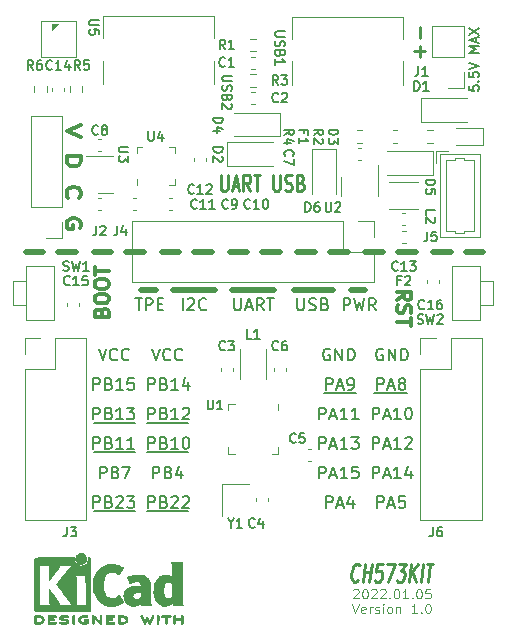
<source format=gbr>
%TF.GenerationSoftware,KiCad,Pcbnew,(6.0.0)*%
%TF.CreationDate,2022-01-05T23:10:14+08:00*%
%TF.ProjectId,CH573_KIT,43483537-335f-44b4-9954-2e6b69636164,rev?*%
%TF.SameCoordinates,Original*%
%TF.FileFunction,Legend,Top*%
%TF.FilePolarity,Positive*%
%FSLAX46Y46*%
G04 Gerber Fmt 4.6, Leading zero omitted, Abs format (unit mm)*
G04 Created by KiCad (PCBNEW (6.0.0)) date 2022-01-05 23:10:14*
%MOMM*%
%LPD*%
G01*
G04 APERTURE LIST*
%ADD10C,0.150000*%
%ADD11C,0.240000*%
%ADD12C,0.100000*%
%ADD13C,0.250000*%
%ADD14C,0.200000*%
%ADD15C,0.500000*%
%ADD16C,0.300000*%
%ADD17C,0.010000*%
%ADD18C,0.120000*%
G04 APERTURE END LIST*
D10*
X183311904Y-55959523D02*
X183311904Y-56340476D01*
X183692857Y-56378571D01*
X183654761Y-56340476D01*
X183616666Y-56264285D01*
X183616666Y-56073809D01*
X183654761Y-55997619D01*
X183692857Y-55959523D01*
X183769047Y-55921428D01*
X183959523Y-55921428D01*
X184035714Y-55959523D01*
X184073809Y-55997619D01*
X184111904Y-56073809D01*
X184111904Y-56264285D01*
X184073809Y-56340476D01*
X184035714Y-56378571D01*
X184035714Y-55578571D02*
X184073809Y-55540476D01*
X184111904Y-55578571D01*
X184073809Y-55616666D01*
X184035714Y-55578571D01*
X184111904Y-55578571D01*
X183311904Y-54816666D02*
X183311904Y-55197619D01*
X183692857Y-55235714D01*
X183654761Y-55197619D01*
X183616666Y-55121428D01*
X183616666Y-54930952D01*
X183654761Y-54854761D01*
X183692857Y-54816666D01*
X183769047Y-54778571D01*
X183959523Y-54778571D01*
X184035714Y-54816666D01*
X184073809Y-54854761D01*
X184111904Y-54930952D01*
X184111904Y-55121428D01*
X184073809Y-55197619D01*
X184035714Y-55235714D01*
X183311904Y-54550000D02*
X184111904Y-54283333D01*
X183311904Y-54016666D01*
X184111904Y-53140476D02*
X183311904Y-53140476D01*
X183883333Y-52873809D01*
X183311904Y-52607142D01*
X184111904Y-52607142D01*
X183883333Y-52264285D02*
X183883333Y-51883333D01*
X184111904Y-52340476D02*
X183311904Y-52073809D01*
X184111904Y-51807142D01*
X183311904Y-51616666D02*
X184111904Y-51083333D01*
X183311904Y-51083333D02*
X184111904Y-51616666D01*
D11*
X162273809Y-63483333D02*
X162273809Y-64616666D01*
X162321428Y-64750000D01*
X162369047Y-64816666D01*
X162464285Y-64883333D01*
X162654761Y-64883333D01*
X162750000Y-64816666D01*
X162797619Y-64750000D01*
X162845238Y-64616666D01*
X162845238Y-63483333D01*
X163273809Y-64483333D02*
X163750000Y-64483333D01*
X163178571Y-64883333D02*
X163511904Y-63483333D01*
X163845238Y-64883333D01*
X164750000Y-64883333D02*
X164416666Y-64216666D01*
X164178571Y-64883333D02*
X164178571Y-63483333D01*
X164559523Y-63483333D01*
X164654761Y-63550000D01*
X164702380Y-63616666D01*
X164750000Y-63750000D01*
X164750000Y-63950000D01*
X164702380Y-64083333D01*
X164654761Y-64150000D01*
X164559523Y-64216666D01*
X164178571Y-64216666D01*
X165035714Y-63483333D02*
X165607142Y-63483333D01*
X165321428Y-64883333D02*
X165321428Y-63483333D01*
X166702380Y-63483333D02*
X166702380Y-64616666D01*
X166750000Y-64750000D01*
X166797619Y-64816666D01*
X166892857Y-64883333D01*
X167083333Y-64883333D01*
X167178571Y-64816666D01*
X167226190Y-64750000D01*
X167273809Y-64616666D01*
X167273809Y-63483333D01*
X167702380Y-64816666D02*
X167845238Y-64883333D01*
X168083333Y-64883333D01*
X168178571Y-64816666D01*
X168226190Y-64750000D01*
X168273809Y-64616666D01*
X168273809Y-64483333D01*
X168226190Y-64350000D01*
X168178571Y-64283333D01*
X168083333Y-64216666D01*
X167892857Y-64150000D01*
X167797619Y-64083333D01*
X167750000Y-64016666D01*
X167702380Y-63883333D01*
X167702380Y-63750000D01*
X167750000Y-63616666D01*
X167797619Y-63550000D01*
X167892857Y-63483333D01*
X168130952Y-63483333D01*
X168273809Y-63550000D01*
X169035714Y-64150000D02*
X169178571Y-64216666D01*
X169226190Y-64283333D01*
X169273809Y-64416666D01*
X169273809Y-64616666D01*
X169226190Y-64750000D01*
X169178571Y-64816666D01*
X169083333Y-64883333D01*
X168702380Y-64883333D01*
X168702380Y-63483333D01*
X169035714Y-63483333D01*
X169130952Y-63550000D01*
X169178571Y-63616666D01*
X169226190Y-63750000D01*
X169226190Y-63883333D01*
X169178571Y-64016666D01*
X169130952Y-64083333D01*
X169035714Y-64150000D01*
X168702380Y-64150000D01*
D12*
X173397619Y-99811904D02*
X173664285Y-100611904D01*
X173930952Y-99811904D01*
X174502380Y-100573809D02*
X174426190Y-100611904D01*
X174273809Y-100611904D01*
X174197619Y-100573809D01*
X174159523Y-100497619D01*
X174159523Y-100192857D01*
X174197619Y-100116666D01*
X174273809Y-100078571D01*
X174426190Y-100078571D01*
X174502380Y-100116666D01*
X174540476Y-100192857D01*
X174540476Y-100269047D01*
X174159523Y-100345238D01*
X174883333Y-100611904D02*
X174883333Y-100078571D01*
X174883333Y-100230952D02*
X174921428Y-100154761D01*
X174959523Y-100116666D01*
X175035714Y-100078571D01*
X175111904Y-100078571D01*
X175340476Y-100573809D02*
X175416666Y-100611904D01*
X175569047Y-100611904D01*
X175645238Y-100573809D01*
X175683333Y-100497619D01*
X175683333Y-100459523D01*
X175645238Y-100383333D01*
X175569047Y-100345238D01*
X175454761Y-100345238D01*
X175378571Y-100307142D01*
X175340476Y-100230952D01*
X175340476Y-100192857D01*
X175378571Y-100116666D01*
X175454761Y-100078571D01*
X175569047Y-100078571D01*
X175645238Y-100116666D01*
X176026190Y-100611904D02*
X176026190Y-100078571D01*
X176026190Y-99811904D02*
X175988095Y-99850000D01*
X176026190Y-99888095D01*
X176064285Y-99850000D01*
X176026190Y-99811904D01*
X176026190Y-99888095D01*
X176521428Y-100611904D02*
X176445238Y-100573809D01*
X176407142Y-100535714D01*
X176369047Y-100459523D01*
X176369047Y-100230952D01*
X176407142Y-100154761D01*
X176445238Y-100116666D01*
X176521428Y-100078571D01*
X176635714Y-100078571D01*
X176711904Y-100116666D01*
X176750000Y-100154761D01*
X176788095Y-100230952D01*
X176788095Y-100459523D01*
X176750000Y-100535714D01*
X176711904Y-100573809D01*
X176635714Y-100611904D01*
X176521428Y-100611904D01*
X177130952Y-100078571D02*
X177130952Y-100611904D01*
X177130952Y-100154761D02*
X177169047Y-100116666D01*
X177245238Y-100078571D01*
X177359523Y-100078571D01*
X177435714Y-100116666D01*
X177473809Y-100192857D01*
X177473809Y-100611904D01*
X178883333Y-100611904D02*
X178426190Y-100611904D01*
X178654761Y-100611904D02*
X178654761Y-99811904D01*
X178578571Y-99926190D01*
X178502380Y-100002380D01*
X178426190Y-100040476D01*
X179226190Y-100535714D02*
X179264285Y-100573809D01*
X179226190Y-100611904D01*
X179188095Y-100573809D01*
X179226190Y-100535714D01*
X179226190Y-100611904D01*
X179759523Y-99811904D02*
X179835714Y-99811904D01*
X179911904Y-99850000D01*
X179950000Y-99888095D01*
X179988095Y-99964285D01*
X180026190Y-100116666D01*
X180026190Y-100307142D01*
X179988095Y-100459523D01*
X179950000Y-100535714D01*
X179911904Y-100573809D01*
X179835714Y-100611904D01*
X179759523Y-100611904D01*
X179683333Y-100573809D01*
X179645238Y-100535714D01*
X179607142Y-100459523D01*
X179569047Y-100307142D01*
X179569047Y-100116666D01*
X179607142Y-99964285D01*
X179645238Y-99888095D01*
X179683333Y-99850000D01*
X179759523Y-99811904D01*
X173473809Y-98638095D02*
X173511904Y-98600000D01*
X173588095Y-98561904D01*
X173778571Y-98561904D01*
X173854761Y-98600000D01*
X173892857Y-98638095D01*
X173930952Y-98714285D01*
X173930952Y-98790476D01*
X173892857Y-98904761D01*
X173435714Y-99361904D01*
X173930952Y-99361904D01*
X174426190Y-98561904D02*
X174502380Y-98561904D01*
X174578571Y-98600000D01*
X174616666Y-98638095D01*
X174654761Y-98714285D01*
X174692857Y-98866666D01*
X174692857Y-99057142D01*
X174654761Y-99209523D01*
X174616666Y-99285714D01*
X174578571Y-99323809D01*
X174502380Y-99361904D01*
X174426190Y-99361904D01*
X174350000Y-99323809D01*
X174311904Y-99285714D01*
X174273809Y-99209523D01*
X174235714Y-99057142D01*
X174235714Y-98866666D01*
X174273809Y-98714285D01*
X174311904Y-98638095D01*
X174350000Y-98600000D01*
X174426190Y-98561904D01*
X174997619Y-98638095D02*
X175035714Y-98600000D01*
X175111904Y-98561904D01*
X175302380Y-98561904D01*
X175378571Y-98600000D01*
X175416666Y-98638095D01*
X175454761Y-98714285D01*
X175454761Y-98790476D01*
X175416666Y-98904761D01*
X174959523Y-99361904D01*
X175454761Y-99361904D01*
X175759523Y-98638095D02*
X175797619Y-98600000D01*
X175873809Y-98561904D01*
X176064285Y-98561904D01*
X176140476Y-98600000D01*
X176178571Y-98638095D01*
X176216666Y-98714285D01*
X176216666Y-98790476D01*
X176178571Y-98904761D01*
X175721428Y-99361904D01*
X176216666Y-99361904D01*
X176559523Y-99285714D02*
X176597619Y-99323809D01*
X176559523Y-99361904D01*
X176521428Y-99323809D01*
X176559523Y-99285714D01*
X176559523Y-99361904D01*
X177092857Y-98561904D02*
X177169047Y-98561904D01*
X177245238Y-98600000D01*
X177283333Y-98638095D01*
X177321428Y-98714285D01*
X177359523Y-98866666D01*
X177359523Y-99057142D01*
X177321428Y-99209523D01*
X177283333Y-99285714D01*
X177245238Y-99323809D01*
X177169047Y-99361904D01*
X177092857Y-99361904D01*
X177016666Y-99323809D01*
X176978571Y-99285714D01*
X176940476Y-99209523D01*
X176902380Y-99057142D01*
X176902380Y-98866666D01*
X176940476Y-98714285D01*
X176978571Y-98638095D01*
X177016666Y-98600000D01*
X177092857Y-98561904D01*
X178121428Y-99361904D02*
X177664285Y-99361904D01*
X177892857Y-99361904D02*
X177892857Y-98561904D01*
X177816666Y-98676190D01*
X177740476Y-98752380D01*
X177664285Y-98790476D01*
X178464285Y-99285714D02*
X178502380Y-99323809D01*
X178464285Y-99361904D01*
X178426190Y-99323809D01*
X178464285Y-99285714D01*
X178464285Y-99361904D01*
X178997619Y-98561904D02*
X179073809Y-98561904D01*
X179150000Y-98600000D01*
X179188095Y-98638095D01*
X179226190Y-98714285D01*
X179264285Y-98866666D01*
X179264285Y-99057142D01*
X179226190Y-99209523D01*
X179188095Y-99285714D01*
X179150000Y-99323809D01*
X179073809Y-99361904D01*
X178997619Y-99361904D01*
X178921428Y-99323809D01*
X178883333Y-99285714D01*
X178845238Y-99209523D01*
X178807142Y-99057142D01*
X178807142Y-98866666D01*
X178845238Y-98714285D01*
X178883333Y-98638095D01*
X178921428Y-98600000D01*
X178997619Y-98561904D01*
X179988095Y-98561904D02*
X179607142Y-98561904D01*
X179569047Y-98942857D01*
X179607142Y-98904761D01*
X179683333Y-98866666D01*
X179873809Y-98866666D01*
X179950000Y-98904761D01*
X179988095Y-98942857D01*
X180026190Y-99019047D01*
X180026190Y-99209523D01*
X179988095Y-99285714D01*
X179950000Y-99323809D01*
X179873809Y-99361904D01*
X179683333Y-99361904D01*
X179607142Y-99323809D01*
X179569047Y-99285714D01*
D13*
X173863943Y-97785714D02*
X173807395Y-97857142D01*
X173655610Y-97928571D01*
X173560372Y-97928571D01*
X173426443Y-97857142D01*
X173349062Y-97714285D01*
X173319300Y-97571428D01*
X173307395Y-97285714D01*
X173334181Y-97071428D01*
X173417514Y-96785714D01*
X173482991Y-96642857D01*
X173596086Y-96500000D01*
X173747872Y-96428571D01*
X173843110Y-96428571D01*
X173977038Y-96500000D01*
X174015729Y-96571428D01*
X174274657Y-97928571D02*
X174462157Y-96428571D01*
X174372872Y-97142857D02*
X174944300Y-97142857D01*
X174846086Y-97928571D02*
X175033586Y-96428571D01*
X175985967Y-96428571D02*
X175509776Y-96428571D01*
X175372872Y-97142857D01*
X175429419Y-97071428D01*
X175533586Y-97000000D01*
X175771681Y-97000000D01*
X175857991Y-97071428D01*
X175896681Y-97142857D01*
X175926443Y-97285714D01*
X175881800Y-97642857D01*
X175816324Y-97785714D01*
X175759776Y-97857142D01*
X175655610Y-97928571D01*
X175417514Y-97928571D01*
X175331205Y-97857142D01*
X175292514Y-97785714D01*
X176366919Y-96428571D02*
X177033586Y-96428571D01*
X176417514Y-97928571D01*
X177319300Y-96428571D02*
X177938348Y-96428571D01*
X177533586Y-97000000D01*
X177676443Y-97000000D01*
X177762752Y-97071428D01*
X177801443Y-97142857D01*
X177831205Y-97285714D01*
X177786562Y-97642857D01*
X177721086Y-97785714D01*
X177664538Y-97857142D01*
X177560372Y-97928571D01*
X177274657Y-97928571D01*
X177188348Y-97857142D01*
X177149657Y-97785714D01*
X178179419Y-97928571D02*
X178366919Y-96428571D01*
X178750848Y-97928571D02*
X178429419Y-97071428D01*
X178938348Y-96428571D02*
X178259776Y-97285714D01*
X179179419Y-97928571D02*
X179366919Y-96428571D01*
X179700252Y-96428571D02*
X180271681Y-96428571D01*
X179798467Y-97928571D02*
X179985967Y-96428571D01*
X179092857Y-53550000D02*
X179092857Y-52559523D01*
X179588095Y-53054761D02*
X178597619Y-53054761D01*
X179092857Y-51940476D02*
X179092857Y-50950000D01*
D10*
X171000000Y-82000000D02*
X173750000Y-82000000D01*
X175250000Y-82000000D02*
X178000000Y-82000000D01*
D14*
X171488095Y-78250000D02*
X171392857Y-78202380D01*
X171250000Y-78202380D01*
X171107142Y-78250000D01*
X171011904Y-78345238D01*
X170964285Y-78440476D01*
X170916666Y-78630952D01*
X170916666Y-78773809D01*
X170964285Y-78964285D01*
X171011904Y-79059523D01*
X171107142Y-79154761D01*
X171250000Y-79202380D01*
X171345238Y-79202380D01*
X171488095Y-79154761D01*
X171535714Y-79107142D01*
X171535714Y-78773809D01*
X171345238Y-78773809D01*
X171964285Y-79202380D02*
X171964285Y-78202380D01*
X172535714Y-79202380D01*
X172535714Y-78202380D01*
X173011904Y-79202380D02*
X173011904Y-78202380D01*
X173250000Y-78202380D01*
X173392857Y-78250000D01*
X173488095Y-78345238D01*
X173535714Y-78440476D01*
X173583333Y-78630952D01*
X173583333Y-78773809D01*
X173535714Y-78964285D01*
X173488095Y-79059523D01*
X173392857Y-79154761D01*
X173250000Y-79202380D01*
X173011904Y-79202380D01*
X175988095Y-78250000D02*
X175892857Y-78202380D01*
X175750000Y-78202380D01*
X175607142Y-78250000D01*
X175511904Y-78345238D01*
X175464285Y-78440476D01*
X175416666Y-78630952D01*
X175416666Y-78773809D01*
X175464285Y-78964285D01*
X175511904Y-79059523D01*
X175607142Y-79154761D01*
X175750000Y-79202380D01*
X175845238Y-79202380D01*
X175988095Y-79154761D01*
X176035714Y-79107142D01*
X176035714Y-78773809D01*
X175845238Y-78773809D01*
X176464285Y-79202380D02*
X176464285Y-78202380D01*
X177035714Y-79202380D01*
X177035714Y-78202380D01*
X177511904Y-79202380D02*
X177511904Y-78202380D01*
X177750000Y-78202380D01*
X177892857Y-78250000D01*
X177988095Y-78345238D01*
X178035714Y-78440476D01*
X178083333Y-78630952D01*
X178083333Y-78773809D01*
X178035714Y-78964285D01*
X177988095Y-79059523D01*
X177892857Y-79154761D01*
X177750000Y-79202380D01*
X177511904Y-79202380D01*
X156416666Y-78202380D02*
X156750000Y-79202380D01*
X157083333Y-78202380D01*
X157988095Y-79107142D02*
X157940476Y-79154761D01*
X157797619Y-79202380D01*
X157702380Y-79202380D01*
X157559523Y-79154761D01*
X157464285Y-79059523D01*
X157416666Y-78964285D01*
X157369047Y-78773809D01*
X157369047Y-78630952D01*
X157416666Y-78440476D01*
X157464285Y-78345238D01*
X157559523Y-78250000D01*
X157702380Y-78202380D01*
X157797619Y-78202380D01*
X157940476Y-78250000D01*
X157988095Y-78297619D01*
X158988095Y-79107142D02*
X158940476Y-79154761D01*
X158797619Y-79202380D01*
X158702380Y-79202380D01*
X158559523Y-79154761D01*
X158464285Y-79059523D01*
X158416666Y-78964285D01*
X158369047Y-78773809D01*
X158369047Y-78630952D01*
X158416666Y-78440476D01*
X158464285Y-78345238D01*
X158559523Y-78250000D01*
X158702380Y-78202380D01*
X158797619Y-78202380D01*
X158940476Y-78250000D01*
X158988095Y-78297619D01*
X151916666Y-78202380D02*
X152250000Y-79202380D01*
X152583333Y-78202380D01*
X153488095Y-79107142D02*
X153440476Y-79154761D01*
X153297619Y-79202380D01*
X153202380Y-79202380D01*
X153059523Y-79154761D01*
X152964285Y-79059523D01*
X152916666Y-78964285D01*
X152869047Y-78773809D01*
X152869047Y-78630952D01*
X152916666Y-78440476D01*
X152964285Y-78345238D01*
X153059523Y-78250000D01*
X153202380Y-78202380D01*
X153297619Y-78202380D01*
X153440476Y-78250000D01*
X153488095Y-78297619D01*
X154488095Y-79107142D02*
X154440476Y-79154761D01*
X154297619Y-79202380D01*
X154202380Y-79202380D01*
X154059523Y-79154761D01*
X153964285Y-79059523D01*
X153916666Y-78964285D01*
X153869047Y-78773809D01*
X153869047Y-78630952D01*
X153916666Y-78440476D01*
X153964285Y-78345238D01*
X154059523Y-78250000D01*
X154202380Y-78202380D01*
X154297619Y-78202380D01*
X154440476Y-78250000D01*
X154488095Y-78297619D01*
D10*
X156000000Y-84500000D02*
X159500000Y-84500000D01*
X151500000Y-84500000D02*
X155000000Y-84500000D01*
X156000000Y-87000000D02*
X159500000Y-87000000D01*
X151500000Y-87000000D02*
X155000000Y-87000000D01*
X156000000Y-92000000D02*
X159500000Y-92000000D01*
X151500000Y-92000000D02*
X155000000Y-92000000D01*
D14*
X172666666Y-74952380D02*
X172666666Y-73952380D01*
X173047619Y-73952380D01*
X173142857Y-74000000D01*
X173190476Y-74047619D01*
X173238095Y-74142857D01*
X173238095Y-74285714D01*
X173190476Y-74380952D01*
X173142857Y-74428571D01*
X173047619Y-74476190D01*
X172666666Y-74476190D01*
X173571428Y-73952380D02*
X173809523Y-74952380D01*
X174000000Y-74238095D01*
X174190476Y-74952380D01*
X174428571Y-73952380D01*
X175380952Y-74952380D02*
X175047619Y-74476190D01*
X174809523Y-74952380D02*
X174809523Y-73952380D01*
X175190476Y-73952380D01*
X175285714Y-74000000D01*
X175333333Y-74047619D01*
X175380952Y-74142857D01*
X175380952Y-74285714D01*
X175333333Y-74380952D01*
X175285714Y-74428571D01*
X175190476Y-74476190D01*
X174809523Y-74476190D01*
X168738095Y-73952380D02*
X168738095Y-74761904D01*
X168785714Y-74857142D01*
X168833333Y-74904761D01*
X168928571Y-74952380D01*
X169119047Y-74952380D01*
X169214285Y-74904761D01*
X169261904Y-74857142D01*
X169309523Y-74761904D01*
X169309523Y-73952380D01*
X169738095Y-74904761D02*
X169880952Y-74952380D01*
X170119047Y-74952380D01*
X170214285Y-74904761D01*
X170261904Y-74857142D01*
X170309523Y-74761904D01*
X170309523Y-74666666D01*
X170261904Y-74571428D01*
X170214285Y-74523809D01*
X170119047Y-74476190D01*
X169928571Y-74428571D01*
X169833333Y-74380952D01*
X169785714Y-74333333D01*
X169738095Y-74238095D01*
X169738095Y-74142857D01*
X169785714Y-74047619D01*
X169833333Y-74000000D01*
X169928571Y-73952380D01*
X170166666Y-73952380D01*
X170309523Y-74000000D01*
X171071428Y-74428571D02*
X171214285Y-74476190D01*
X171261904Y-74523809D01*
X171309523Y-74619047D01*
X171309523Y-74761904D01*
X171261904Y-74857142D01*
X171214285Y-74904761D01*
X171119047Y-74952380D01*
X170738095Y-74952380D01*
X170738095Y-73952380D01*
X171071428Y-73952380D01*
X171166666Y-74000000D01*
X171214285Y-74047619D01*
X171261904Y-74142857D01*
X171261904Y-74238095D01*
X171214285Y-74333333D01*
X171166666Y-74380952D01*
X171071428Y-74428571D01*
X170738095Y-74428571D01*
X163404761Y-73952380D02*
X163404761Y-74761904D01*
X163452380Y-74857142D01*
X163500000Y-74904761D01*
X163595238Y-74952380D01*
X163785714Y-74952380D01*
X163880952Y-74904761D01*
X163928571Y-74857142D01*
X163976190Y-74761904D01*
X163976190Y-73952380D01*
X164404761Y-74666666D02*
X164880952Y-74666666D01*
X164309523Y-74952380D02*
X164642857Y-73952380D01*
X164976190Y-74952380D01*
X165880952Y-74952380D02*
X165547619Y-74476190D01*
X165309523Y-74952380D02*
X165309523Y-73952380D01*
X165690476Y-73952380D01*
X165785714Y-74000000D01*
X165833333Y-74047619D01*
X165880952Y-74142857D01*
X165880952Y-74285714D01*
X165833333Y-74380952D01*
X165785714Y-74428571D01*
X165690476Y-74476190D01*
X165309523Y-74476190D01*
X166166666Y-73952380D02*
X166738095Y-73952380D01*
X166452380Y-74952380D02*
X166452380Y-73952380D01*
X159023809Y-74952380D02*
X159023809Y-73952380D01*
X159452380Y-74047619D02*
X159500000Y-74000000D01*
X159595238Y-73952380D01*
X159833333Y-73952380D01*
X159928571Y-74000000D01*
X159976190Y-74047619D01*
X160023809Y-74142857D01*
X160023809Y-74238095D01*
X159976190Y-74380952D01*
X159404761Y-74952380D01*
X160023809Y-74952380D01*
X161023809Y-74857142D02*
X160976190Y-74904761D01*
X160833333Y-74952380D01*
X160738095Y-74952380D01*
X160595238Y-74904761D01*
X160500000Y-74809523D01*
X160452380Y-74714285D01*
X160404761Y-74523809D01*
X160404761Y-74380952D01*
X160452380Y-74190476D01*
X160500000Y-74095238D01*
X160595238Y-74000000D01*
X160738095Y-73952380D01*
X160833333Y-73952380D01*
X160976190Y-74000000D01*
X161023809Y-74047619D01*
X155011904Y-73952380D02*
X155583333Y-73952380D01*
X155297619Y-74952380D02*
X155297619Y-73952380D01*
X155916666Y-74952380D02*
X155916666Y-73952380D01*
X156297619Y-73952380D01*
X156392857Y-74000000D01*
X156440476Y-74047619D01*
X156488095Y-74142857D01*
X156488095Y-74285714D01*
X156440476Y-74380952D01*
X156392857Y-74428571D01*
X156297619Y-74476190D01*
X155916666Y-74476190D01*
X156916666Y-74428571D02*
X157250000Y-74428571D01*
X157392857Y-74952380D02*
X156916666Y-74952380D01*
X156916666Y-73952380D01*
X157392857Y-73952380D01*
D15*
X155500000Y-73250000D02*
X156750000Y-73250000D01*
X158250000Y-73250000D02*
X161750000Y-73250000D01*
X163250000Y-73250000D02*
X166750000Y-73250000D01*
X168500000Y-73250000D02*
X171750000Y-73250000D01*
X173250000Y-73250000D02*
X174500000Y-73250000D01*
D14*
X171166666Y-91702380D02*
X171166666Y-90702380D01*
X171547619Y-90702380D01*
X171642857Y-90750000D01*
X171690476Y-90797619D01*
X171738095Y-90892857D01*
X171738095Y-91035714D01*
X171690476Y-91130952D01*
X171642857Y-91178571D01*
X171547619Y-91226190D01*
X171166666Y-91226190D01*
X172119047Y-91416666D02*
X172595238Y-91416666D01*
X172023809Y-91702380D02*
X172357142Y-90702380D01*
X172690476Y-91702380D01*
X173452380Y-91035714D02*
X173452380Y-91702380D01*
X173214285Y-90654761D02*
X172976190Y-91369047D01*
X173595238Y-91369047D01*
X175500000Y-91702380D02*
X175500000Y-90702380D01*
X175880952Y-90702380D01*
X175976190Y-90750000D01*
X176023809Y-90797619D01*
X176071428Y-90892857D01*
X176071428Y-91035714D01*
X176023809Y-91130952D01*
X175976190Y-91178571D01*
X175880952Y-91226190D01*
X175500000Y-91226190D01*
X176452380Y-91416666D02*
X176928571Y-91416666D01*
X176357142Y-91702380D02*
X176690476Y-90702380D01*
X177023809Y-91702380D01*
X177833333Y-90702380D02*
X177357142Y-90702380D01*
X177309523Y-91178571D01*
X177357142Y-91130952D01*
X177452380Y-91083333D01*
X177690476Y-91083333D01*
X177785714Y-91130952D01*
X177833333Y-91178571D01*
X177880952Y-91273809D01*
X177880952Y-91511904D01*
X177833333Y-91607142D01*
X177785714Y-91654761D01*
X177690476Y-91702380D01*
X177452380Y-91702380D01*
X177357142Y-91654761D01*
X177309523Y-91607142D01*
X170595238Y-89202380D02*
X170595238Y-88202380D01*
X170976190Y-88202380D01*
X171071428Y-88250000D01*
X171119047Y-88297619D01*
X171166666Y-88392857D01*
X171166666Y-88535714D01*
X171119047Y-88630952D01*
X171071428Y-88678571D01*
X170976190Y-88726190D01*
X170595238Y-88726190D01*
X171547619Y-88916666D02*
X172023809Y-88916666D01*
X171452380Y-89202380D02*
X171785714Y-88202380D01*
X172119047Y-89202380D01*
X172976190Y-89202380D02*
X172404761Y-89202380D01*
X172690476Y-89202380D02*
X172690476Y-88202380D01*
X172595238Y-88345238D01*
X172500000Y-88440476D01*
X172404761Y-88488095D01*
X173880952Y-88202380D02*
X173404761Y-88202380D01*
X173357142Y-88678571D01*
X173404761Y-88630952D01*
X173500000Y-88583333D01*
X173738095Y-88583333D01*
X173833333Y-88630952D01*
X173880952Y-88678571D01*
X173928571Y-88773809D01*
X173928571Y-89011904D01*
X173880952Y-89107142D01*
X173833333Y-89154761D01*
X173738095Y-89202380D01*
X173500000Y-89202380D01*
X173404761Y-89154761D01*
X173357142Y-89107142D01*
X175119047Y-89202380D02*
X175119047Y-88202380D01*
X175500000Y-88202380D01*
X175595238Y-88250000D01*
X175642857Y-88297619D01*
X175690476Y-88392857D01*
X175690476Y-88535714D01*
X175642857Y-88630952D01*
X175595238Y-88678571D01*
X175500000Y-88726190D01*
X175119047Y-88726190D01*
X176071428Y-88916666D02*
X176547619Y-88916666D01*
X175976190Y-89202380D02*
X176309523Y-88202380D01*
X176642857Y-89202380D01*
X177500000Y-89202380D02*
X176928571Y-89202380D01*
X177214285Y-89202380D02*
X177214285Y-88202380D01*
X177119047Y-88345238D01*
X177023809Y-88440476D01*
X176928571Y-88488095D01*
X178357142Y-88535714D02*
X178357142Y-89202380D01*
X178119047Y-88154761D02*
X177880952Y-88869047D01*
X178500000Y-88869047D01*
X170595238Y-86702380D02*
X170595238Y-85702380D01*
X170976190Y-85702380D01*
X171071428Y-85750000D01*
X171119047Y-85797619D01*
X171166666Y-85892857D01*
X171166666Y-86035714D01*
X171119047Y-86130952D01*
X171071428Y-86178571D01*
X170976190Y-86226190D01*
X170595238Y-86226190D01*
X171547619Y-86416666D02*
X172023809Y-86416666D01*
X171452380Y-86702380D02*
X171785714Y-85702380D01*
X172119047Y-86702380D01*
X172976190Y-86702380D02*
X172404761Y-86702380D01*
X172690476Y-86702380D02*
X172690476Y-85702380D01*
X172595238Y-85845238D01*
X172500000Y-85940476D01*
X172404761Y-85988095D01*
X173309523Y-85702380D02*
X173928571Y-85702380D01*
X173595238Y-86083333D01*
X173738095Y-86083333D01*
X173833333Y-86130952D01*
X173880952Y-86178571D01*
X173928571Y-86273809D01*
X173928571Y-86511904D01*
X173880952Y-86607142D01*
X173833333Y-86654761D01*
X173738095Y-86702380D01*
X173452380Y-86702380D01*
X173357142Y-86654761D01*
X173309523Y-86607142D01*
X175119047Y-86702380D02*
X175119047Y-85702380D01*
X175500000Y-85702380D01*
X175595238Y-85750000D01*
X175642857Y-85797619D01*
X175690476Y-85892857D01*
X175690476Y-86035714D01*
X175642857Y-86130952D01*
X175595238Y-86178571D01*
X175500000Y-86226190D01*
X175119047Y-86226190D01*
X176071428Y-86416666D02*
X176547619Y-86416666D01*
X175976190Y-86702380D02*
X176309523Y-85702380D01*
X176642857Y-86702380D01*
X177500000Y-86702380D02*
X176928571Y-86702380D01*
X177214285Y-86702380D02*
X177214285Y-85702380D01*
X177119047Y-85845238D01*
X177023809Y-85940476D01*
X176928571Y-85988095D01*
X177880952Y-85797619D02*
X177928571Y-85750000D01*
X178023809Y-85702380D01*
X178261904Y-85702380D01*
X178357142Y-85750000D01*
X178404761Y-85797619D01*
X178452380Y-85892857D01*
X178452380Y-85988095D01*
X178404761Y-86130952D01*
X177833333Y-86702380D01*
X178452380Y-86702380D01*
X170595238Y-84202380D02*
X170595238Y-83202380D01*
X170976190Y-83202380D01*
X171071428Y-83250000D01*
X171119047Y-83297619D01*
X171166666Y-83392857D01*
X171166666Y-83535714D01*
X171119047Y-83630952D01*
X171071428Y-83678571D01*
X170976190Y-83726190D01*
X170595238Y-83726190D01*
X171547619Y-83916666D02*
X172023809Y-83916666D01*
X171452380Y-84202380D02*
X171785714Y-83202380D01*
X172119047Y-84202380D01*
X172976190Y-84202380D02*
X172404761Y-84202380D01*
X172690476Y-84202380D02*
X172690476Y-83202380D01*
X172595238Y-83345238D01*
X172500000Y-83440476D01*
X172404761Y-83488095D01*
X173928571Y-84202380D02*
X173357142Y-84202380D01*
X173642857Y-84202380D02*
X173642857Y-83202380D01*
X173547619Y-83345238D01*
X173452380Y-83440476D01*
X173357142Y-83488095D01*
X175119047Y-84202380D02*
X175119047Y-83202380D01*
X175500000Y-83202380D01*
X175595238Y-83250000D01*
X175642857Y-83297619D01*
X175690476Y-83392857D01*
X175690476Y-83535714D01*
X175642857Y-83630952D01*
X175595238Y-83678571D01*
X175500000Y-83726190D01*
X175119047Y-83726190D01*
X176071428Y-83916666D02*
X176547619Y-83916666D01*
X175976190Y-84202380D02*
X176309523Y-83202380D01*
X176642857Y-84202380D01*
X177500000Y-84202380D02*
X176928571Y-84202380D01*
X177214285Y-84202380D02*
X177214285Y-83202380D01*
X177119047Y-83345238D01*
X177023809Y-83440476D01*
X176928571Y-83488095D01*
X178119047Y-83202380D02*
X178214285Y-83202380D01*
X178309523Y-83250000D01*
X178357142Y-83297619D01*
X178404761Y-83392857D01*
X178452380Y-83583333D01*
X178452380Y-83821428D01*
X178404761Y-84011904D01*
X178357142Y-84107142D01*
X178309523Y-84154761D01*
X178214285Y-84202380D01*
X178119047Y-84202380D01*
X178023809Y-84154761D01*
X177976190Y-84107142D01*
X177928571Y-84011904D01*
X177880952Y-83821428D01*
X177880952Y-83583333D01*
X177928571Y-83392857D01*
X177976190Y-83297619D01*
X178023809Y-83250000D01*
X178119047Y-83202380D01*
X171166666Y-81702380D02*
X171166666Y-80702380D01*
X171547619Y-80702380D01*
X171642857Y-80750000D01*
X171690476Y-80797619D01*
X171738095Y-80892857D01*
X171738095Y-81035714D01*
X171690476Y-81130952D01*
X171642857Y-81178571D01*
X171547619Y-81226190D01*
X171166666Y-81226190D01*
X172119047Y-81416666D02*
X172595238Y-81416666D01*
X172023809Y-81702380D02*
X172357142Y-80702380D01*
X172690476Y-81702380D01*
X173071428Y-81702380D02*
X173261904Y-81702380D01*
X173357142Y-81654761D01*
X173404761Y-81607142D01*
X173500000Y-81464285D01*
X173547619Y-81273809D01*
X173547619Y-80892857D01*
X173500000Y-80797619D01*
X173452380Y-80750000D01*
X173357142Y-80702380D01*
X173166666Y-80702380D01*
X173071428Y-80750000D01*
X173023809Y-80797619D01*
X172976190Y-80892857D01*
X172976190Y-81130952D01*
X173023809Y-81226190D01*
X173071428Y-81273809D01*
X173166666Y-81321428D01*
X173357142Y-81321428D01*
X173452380Y-81273809D01*
X173500000Y-81226190D01*
X173547619Y-81130952D01*
X175500000Y-81702380D02*
X175500000Y-80702380D01*
X175880952Y-80702380D01*
X175976190Y-80750000D01*
X176023809Y-80797619D01*
X176071428Y-80892857D01*
X176071428Y-81035714D01*
X176023809Y-81130952D01*
X175976190Y-81178571D01*
X175880952Y-81226190D01*
X175500000Y-81226190D01*
X176452380Y-81416666D02*
X176928571Y-81416666D01*
X176357142Y-81702380D02*
X176690476Y-80702380D01*
X177023809Y-81702380D01*
X177500000Y-81130952D02*
X177404761Y-81083333D01*
X177357142Y-81035714D01*
X177309523Y-80940476D01*
X177309523Y-80892857D01*
X177357142Y-80797619D01*
X177404761Y-80750000D01*
X177500000Y-80702380D01*
X177690476Y-80702380D01*
X177785714Y-80750000D01*
X177833333Y-80797619D01*
X177880952Y-80892857D01*
X177880952Y-80940476D01*
X177833333Y-81035714D01*
X177785714Y-81083333D01*
X177690476Y-81130952D01*
X177500000Y-81130952D01*
X177404761Y-81178571D01*
X177357142Y-81226190D01*
X177309523Y-81321428D01*
X177309523Y-81511904D01*
X177357142Y-81607142D01*
X177404761Y-81654761D01*
X177500000Y-81702380D01*
X177690476Y-81702380D01*
X177785714Y-81654761D01*
X177833333Y-81607142D01*
X177880952Y-81511904D01*
X177880952Y-81321428D01*
X177833333Y-81226190D01*
X177785714Y-81178571D01*
X177690476Y-81130952D01*
X151452380Y-81702380D02*
X151452380Y-80702380D01*
X151833333Y-80702380D01*
X151928571Y-80750000D01*
X151976190Y-80797619D01*
X152023809Y-80892857D01*
X152023809Y-81035714D01*
X151976190Y-81130952D01*
X151928571Y-81178571D01*
X151833333Y-81226190D01*
X151452380Y-81226190D01*
X152785714Y-81178571D02*
X152928571Y-81226190D01*
X152976190Y-81273809D01*
X153023809Y-81369047D01*
X153023809Y-81511904D01*
X152976190Y-81607142D01*
X152928571Y-81654761D01*
X152833333Y-81702380D01*
X152452380Y-81702380D01*
X152452380Y-80702380D01*
X152785714Y-80702380D01*
X152880952Y-80750000D01*
X152928571Y-80797619D01*
X152976190Y-80892857D01*
X152976190Y-80988095D01*
X152928571Y-81083333D01*
X152880952Y-81130952D01*
X152785714Y-81178571D01*
X152452380Y-81178571D01*
X153976190Y-81702380D02*
X153404761Y-81702380D01*
X153690476Y-81702380D02*
X153690476Y-80702380D01*
X153595238Y-80845238D01*
X153500000Y-80940476D01*
X153404761Y-80988095D01*
X154880952Y-80702380D02*
X154404761Y-80702380D01*
X154357142Y-81178571D01*
X154404761Y-81130952D01*
X154500000Y-81083333D01*
X154738095Y-81083333D01*
X154833333Y-81130952D01*
X154880952Y-81178571D01*
X154928571Y-81273809D01*
X154928571Y-81511904D01*
X154880952Y-81607142D01*
X154833333Y-81654761D01*
X154738095Y-81702380D01*
X154500000Y-81702380D01*
X154404761Y-81654761D01*
X154357142Y-81607142D01*
X156119047Y-81702380D02*
X156119047Y-80702380D01*
X156500000Y-80702380D01*
X156595238Y-80750000D01*
X156642857Y-80797619D01*
X156690476Y-80892857D01*
X156690476Y-81035714D01*
X156642857Y-81130952D01*
X156595238Y-81178571D01*
X156500000Y-81226190D01*
X156119047Y-81226190D01*
X157452380Y-81178571D02*
X157595238Y-81226190D01*
X157642857Y-81273809D01*
X157690476Y-81369047D01*
X157690476Y-81511904D01*
X157642857Y-81607142D01*
X157595238Y-81654761D01*
X157500000Y-81702380D01*
X157119047Y-81702380D01*
X157119047Y-80702380D01*
X157452380Y-80702380D01*
X157547619Y-80750000D01*
X157595238Y-80797619D01*
X157642857Y-80892857D01*
X157642857Y-80988095D01*
X157595238Y-81083333D01*
X157547619Y-81130952D01*
X157452380Y-81178571D01*
X157119047Y-81178571D01*
X158642857Y-81702380D02*
X158071428Y-81702380D01*
X158357142Y-81702380D02*
X158357142Y-80702380D01*
X158261904Y-80845238D01*
X158166666Y-80940476D01*
X158071428Y-80988095D01*
X159500000Y-81035714D02*
X159500000Y-81702380D01*
X159261904Y-80654761D02*
X159023809Y-81369047D01*
X159642857Y-81369047D01*
X151452380Y-84202380D02*
X151452380Y-83202380D01*
X151833333Y-83202380D01*
X151928571Y-83250000D01*
X151976190Y-83297619D01*
X152023809Y-83392857D01*
X152023809Y-83535714D01*
X151976190Y-83630952D01*
X151928571Y-83678571D01*
X151833333Y-83726190D01*
X151452380Y-83726190D01*
X152785714Y-83678571D02*
X152928571Y-83726190D01*
X152976190Y-83773809D01*
X153023809Y-83869047D01*
X153023809Y-84011904D01*
X152976190Y-84107142D01*
X152928571Y-84154761D01*
X152833333Y-84202380D01*
X152452380Y-84202380D01*
X152452380Y-83202380D01*
X152785714Y-83202380D01*
X152880952Y-83250000D01*
X152928571Y-83297619D01*
X152976190Y-83392857D01*
X152976190Y-83488095D01*
X152928571Y-83583333D01*
X152880952Y-83630952D01*
X152785714Y-83678571D01*
X152452380Y-83678571D01*
X153976190Y-84202380D02*
X153404761Y-84202380D01*
X153690476Y-84202380D02*
X153690476Y-83202380D01*
X153595238Y-83345238D01*
X153500000Y-83440476D01*
X153404761Y-83488095D01*
X154309523Y-83202380D02*
X154928571Y-83202380D01*
X154595238Y-83583333D01*
X154738095Y-83583333D01*
X154833333Y-83630952D01*
X154880952Y-83678571D01*
X154928571Y-83773809D01*
X154928571Y-84011904D01*
X154880952Y-84107142D01*
X154833333Y-84154761D01*
X154738095Y-84202380D01*
X154452380Y-84202380D01*
X154357142Y-84154761D01*
X154309523Y-84107142D01*
X156119047Y-84202380D02*
X156119047Y-83202380D01*
X156500000Y-83202380D01*
X156595238Y-83250000D01*
X156642857Y-83297619D01*
X156690476Y-83392857D01*
X156690476Y-83535714D01*
X156642857Y-83630952D01*
X156595238Y-83678571D01*
X156500000Y-83726190D01*
X156119047Y-83726190D01*
X157452380Y-83678571D02*
X157595238Y-83726190D01*
X157642857Y-83773809D01*
X157690476Y-83869047D01*
X157690476Y-84011904D01*
X157642857Y-84107142D01*
X157595238Y-84154761D01*
X157500000Y-84202380D01*
X157119047Y-84202380D01*
X157119047Y-83202380D01*
X157452380Y-83202380D01*
X157547619Y-83250000D01*
X157595238Y-83297619D01*
X157642857Y-83392857D01*
X157642857Y-83488095D01*
X157595238Y-83583333D01*
X157547619Y-83630952D01*
X157452380Y-83678571D01*
X157119047Y-83678571D01*
X158642857Y-84202380D02*
X158071428Y-84202380D01*
X158357142Y-84202380D02*
X158357142Y-83202380D01*
X158261904Y-83345238D01*
X158166666Y-83440476D01*
X158071428Y-83488095D01*
X159023809Y-83297619D02*
X159071428Y-83250000D01*
X159166666Y-83202380D01*
X159404761Y-83202380D01*
X159500000Y-83250000D01*
X159547619Y-83297619D01*
X159595238Y-83392857D01*
X159595238Y-83488095D01*
X159547619Y-83630952D01*
X158976190Y-84202380D01*
X159595238Y-84202380D01*
X151452380Y-86702380D02*
X151452380Y-85702380D01*
X151833333Y-85702380D01*
X151928571Y-85750000D01*
X151976190Y-85797619D01*
X152023809Y-85892857D01*
X152023809Y-86035714D01*
X151976190Y-86130952D01*
X151928571Y-86178571D01*
X151833333Y-86226190D01*
X151452380Y-86226190D01*
X152785714Y-86178571D02*
X152928571Y-86226190D01*
X152976190Y-86273809D01*
X153023809Y-86369047D01*
X153023809Y-86511904D01*
X152976190Y-86607142D01*
X152928571Y-86654761D01*
X152833333Y-86702380D01*
X152452380Y-86702380D01*
X152452380Y-85702380D01*
X152785714Y-85702380D01*
X152880952Y-85750000D01*
X152928571Y-85797619D01*
X152976190Y-85892857D01*
X152976190Y-85988095D01*
X152928571Y-86083333D01*
X152880952Y-86130952D01*
X152785714Y-86178571D01*
X152452380Y-86178571D01*
X153976190Y-86702380D02*
X153404761Y-86702380D01*
X153690476Y-86702380D02*
X153690476Y-85702380D01*
X153595238Y-85845238D01*
X153500000Y-85940476D01*
X153404761Y-85988095D01*
X154928571Y-86702380D02*
X154357142Y-86702380D01*
X154642857Y-86702380D02*
X154642857Y-85702380D01*
X154547619Y-85845238D01*
X154452380Y-85940476D01*
X154357142Y-85988095D01*
X156119047Y-86702380D02*
X156119047Y-85702380D01*
X156500000Y-85702380D01*
X156595238Y-85750000D01*
X156642857Y-85797619D01*
X156690476Y-85892857D01*
X156690476Y-86035714D01*
X156642857Y-86130952D01*
X156595238Y-86178571D01*
X156500000Y-86226190D01*
X156119047Y-86226190D01*
X157452380Y-86178571D02*
X157595238Y-86226190D01*
X157642857Y-86273809D01*
X157690476Y-86369047D01*
X157690476Y-86511904D01*
X157642857Y-86607142D01*
X157595238Y-86654761D01*
X157500000Y-86702380D01*
X157119047Y-86702380D01*
X157119047Y-85702380D01*
X157452380Y-85702380D01*
X157547619Y-85750000D01*
X157595238Y-85797619D01*
X157642857Y-85892857D01*
X157642857Y-85988095D01*
X157595238Y-86083333D01*
X157547619Y-86130952D01*
X157452380Y-86178571D01*
X157119047Y-86178571D01*
X158642857Y-86702380D02*
X158071428Y-86702380D01*
X158357142Y-86702380D02*
X158357142Y-85702380D01*
X158261904Y-85845238D01*
X158166666Y-85940476D01*
X158071428Y-85988095D01*
X159261904Y-85702380D02*
X159357142Y-85702380D01*
X159452380Y-85750000D01*
X159500000Y-85797619D01*
X159547619Y-85892857D01*
X159595238Y-86083333D01*
X159595238Y-86321428D01*
X159547619Y-86511904D01*
X159500000Y-86607142D01*
X159452380Y-86654761D01*
X159357142Y-86702380D01*
X159261904Y-86702380D01*
X159166666Y-86654761D01*
X159119047Y-86607142D01*
X159071428Y-86511904D01*
X159023809Y-86321428D01*
X159023809Y-86083333D01*
X159071428Y-85892857D01*
X159119047Y-85797619D01*
X159166666Y-85750000D01*
X159261904Y-85702380D01*
X152023809Y-89202380D02*
X152023809Y-88202380D01*
X152404761Y-88202380D01*
X152500000Y-88250000D01*
X152547619Y-88297619D01*
X152595238Y-88392857D01*
X152595238Y-88535714D01*
X152547619Y-88630952D01*
X152500000Y-88678571D01*
X152404761Y-88726190D01*
X152023809Y-88726190D01*
X153357142Y-88678571D02*
X153500000Y-88726190D01*
X153547619Y-88773809D01*
X153595238Y-88869047D01*
X153595238Y-89011904D01*
X153547619Y-89107142D01*
X153500000Y-89154761D01*
X153404761Y-89202380D01*
X153023809Y-89202380D01*
X153023809Y-88202380D01*
X153357142Y-88202380D01*
X153452380Y-88250000D01*
X153500000Y-88297619D01*
X153547619Y-88392857D01*
X153547619Y-88488095D01*
X153500000Y-88583333D01*
X153452380Y-88630952D01*
X153357142Y-88678571D01*
X153023809Y-88678571D01*
X153928571Y-88202380D02*
X154595238Y-88202380D01*
X154166666Y-89202380D01*
X156500000Y-89202380D02*
X156500000Y-88202380D01*
X156880952Y-88202380D01*
X156976190Y-88250000D01*
X157023809Y-88297619D01*
X157071428Y-88392857D01*
X157071428Y-88535714D01*
X157023809Y-88630952D01*
X156976190Y-88678571D01*
X156880952Y-88726190D01*
X156500000Y-88726190D01*
X157833333Y-88678571D02*
X157976190Y-88726190D01*
X158023809Y-88773809D01*
X158071428Y-88869047D01*
X158071428Y-89011904D01*
X158023809Y-89107142D01*
X157976190Y-89154761D01*
X157880952Y-89202380D01*
X157500000Y-89202380D01*
X157500000Y-88202380D01*
X157833333Y-88202380D01*
X157928571Y-88250000D01*
X157976190Y-88297619D01*
X158023809Y-88392857D01*
X158023809Y-88488095D01*
X157976190Y-88583333D01*
X157928571Y-88630952D01*
X157833333Y-88678571D01*
X157500000Y-88678571D01*
X158928571Y-88535714D02*
X158928571Y-89202380D01*
X158690476Y-88154761D02*
X158452380Y-88869047D01*
X159071428Y-88869047D01*
X151452380Y-91702380D02*
X151452380Y-90702380D01*
X151833333Y-90702380D01*
X151928571Y-90750000D01*
X151976190Y-90797619D01*
X152023809Y-90892857D01*
X152023809Y-91035714D01*
X151976190Y-91130952D01*
X151928571Y-91178571D01*
X151833333Y-91226190D01*
X151452380Y-91226190D01*
X152785714Y-91178571D02*
X152928571Y-91226190D01*
X152976190Y-91273809D01*
X153023809Y-91369047D01*
X153023809Y-91511904D01*
X152976190Y-91607142D01*
X152928571Y-91654761D01*
X152833333Y-91702380D01*
X152452380Y-91702380D01*
X152452380Y-90702380D01*
X152785714Y-90702380D01*
X152880952Y-90750000D01*
X152928571Y-90797619D01*
X152976190Y-90892857D01*
X152976190Y-90988095D01*
X152928571Y-91083333D01*
X152880952Y-91130952D01*
X152785714Y-91178571D01*
X152452380Y-91178571D01*
X153404761Y-90797619D02*
X153452380Y-90750000D01*
X153547619Y-90702380D01*
X153785714Y-90702380D01*
X153880952Y-90750000D01*
X153928571Y-90797619D01*
X153976190Y-90892857D01*
X153976190Y-90988095D01*
X153928571Y-91130952D01*
X153357142Y-91702380D01*
X153976190Y-91702380D01*
X154309523Y-90702380D02*
X154928571Y-90702380D01*
X154595238Y-91083333D01*
X154738095Y-91083333D01*
X154833333Y-91130952D01*
X154880952Y-91178571D01*
X154928571Y-91273809D01*
X154928571Y-91511904D01*
X154880952Y-91607142D01*
X154833333Y-91654761D01*
X154738095Y-91702380D01*
X154452380Y-91702380D01*
X154357142Y-91654761D01*
X154309523Y-91607142D01*
X156119047Y-91702380D02*
X156119047Y-90702380D01*
X156500000Y-90702380D01*
X156595238Y-90750000D01*
X156642857Y-90797619D01*
X156690476Y-90892857D01*
X156690476Y-91035714D01*
X156642857Y-91130952D01*
X156595238Y-91178571D01*
X156500000Y-91226190D01*
X156119047Y-91226190D01*
X157452380Y-91178571D02*
X157595238Y-91226190D01*
X157642857Y-91273809D01*
X157690476Y-91369047D01*
X157690476Y-91511904D01*
X157642857Y-91607142D01*
X157595238Y-91654761D01*
X157500000Y-91702380D01*
X157119047Y-91702380D01*
X157119047Y-90702380D01*
X157452380Y-90702380D01*
X157547619Y-90750000D01*
X157595238Y-90797619D01*
X157642857Y-90892857D01*
X157642857Y-90988095D01*
X157595238Y-91083333D01*
X157547619Y-91130952D01*
X157452380Y-91178571D01*
X157119047Y-91178571D01*
X158071428Y-90797619D02*
X158119047Y-90750000D01*
X158214285Y-90702380D01*
X158452380Y-90702380D01*
X158547619Y-90750000D01*
X158595238Y-90797619D01*
X158642857Y-90892857D01*
X158642857Y-90988095D01*
X158595238Y-91130952D01*
X158023809Y-91702380D01*
X158642857Y-91702380D01*
X159023809Y-90797619D02*
X159071428Y-90750000D01*
X159166666Y-90702380D01*
X159404761Y-90702380D01*
X159500000Y-90750000D01*
X159547619Y-90797619D01*
X159595238Y-90892857D01*
X159595238Y-90988095D01*
X159547619Y-91130952D01*
X158976190Y-91702380D01*
X159595238Y-91702380D01*
D15*
X180250000Y-70000000D02*
X181750000Y-70000000D01*
X168750000Y-70000000D02*
X170250000Y-70000000D01*
X177250000Y-70000000D02*
X178750000Y-70000000D01*
X160000000Y-70000000D02*
X161500000Y-70000000D01*
X154250000Y-70000000D02*
X155750000Y-70000000D01*
X163000000Y-70000000D02*
X164500000Y-70000000D01*
X151500000Y-70000000D02*
X153000000Y-70000000D01*
X145750000Y-70000000D02*
X147250000Y-70000000D01*
X165750000Y-70000000D02*
X167250000Y-70000000D01*
X148500000Y-70000000D02*
X150000000Y-70000000D01*
X171500000Y-70000000D02*
X173000000Y-70000000D01*
X174500000Y-70000000D02*
X176000000Y-70000000D01*
X157250000Y-70000000D02*
X158750000Y-70000000D01*
X183000000Y-70000000D02*
X184500000Y-70000000D01*
D16*
X152164285Y-75128571D02*
X152221428Y-74957142D01*
X152278571Y-74900000D01*
X152392857Y-74842857D01*
X152564285Y-74842857D01*
X152678571Y-74900000D01*
X152735714Y-74957142D01*
X152792857Y-75071428D01*
X152792857Y-75528571D01*
X151592857Y-75528571D01*
X151592857Y-75128571D01*
X151650000Y-75014285D01*
X151707142Y-74957142D01*
X151821428Y-74900000D01*
X151935714Y-74900000D01*
X152050000Y-74957142D01*
X152107142Y-75014285D01*
X152164285Y-75128571D01*
X152164285Y-75528571D01*
X151592857Y-74100000D02*
X151592857Y-73871428D01*
X151650000Y-73757142D01*
X151764285Y-73642857D01*
X151992857Y-73585714D01*
X152392857Y-73585714D01*
X152621428Y-73642857D01*
X152735714Y-73757142D01*
X152792857Y-73871428D01*
X152792857Y-74100000D01*
X152735714Y-74214285D01*
X152621428Y-74328571D01*
X152392857Y-74385714D01*
X151992857Y-74385714D01*
X151764285Y-74328571D01*
X151650000Y-74214285D01*
X151592857Y-74100000D01*
X151592857Y-72842857D02*
X151592857Y-72614285D01*
X151650000Y-72500000D01*
X151764285Y-72385714D01*
X151992857Y-72328571D01*
X152392857Y-72328571D01*
X152621428Y-72385714D01*
X152735714Y-72500000D01*
X152792857Y-72614285D01*
X152792857Y-72842857D01*
X152735714Y-72957142D01*
X152621428Y-73071428D01*
X152392857Y-73128571D01*
X151992857Y-73128571D01*
X151764285Y-73071428D01*
X151650000Y-72957142D01*
X151592857Y-72842857D01*
X151592857Y-71985714D02*
X151592857Y-71300000D01*
X152792857Y-71642857D02*
X151592857Y-71642857D01*
X150407142Y-59285714D02*
X149207142Y-59785714D01*
X150407142Y-60285714D01*
X149207142Y-61928571D02*
X150407142Y-61928571D01*
X150407142Y-62285714D01*
X150350000Y-62500000D01*
X150235714Y-62642857D01*
X150121428Y-62714285D01*
X149892857Y-62785714D01*
X149721428Y-62785714D01*
X149492857Y-62714285D01*
X149378571Y-62642857D01*
X149264285Y-62500000D01*
X149207142Y-62285714D01*
X149207142Y-61928571D01*
X149321428Y-65428571D02*
X149264285Y-65357142D01*
X149207142Y-65142857D01*
X149207142Y-65000000D01*
X149264285Y-64785714D01*
X149378571Y-64642857D01*
X149492857Y-64571428D01*
X149721428Y-64500000D01*
X149892857Y-64500000D01*
X150121428Y-64571428D01*
X150235714Y-64642857D01*
X150350000Y-64785714D01*
X150407142Y-65000000D01*
X150407142Y-65142857D01*
X150350000Y-65357142D01*
X150292857Y-65428571D01*
X150350000Y-68000000D02*
X150407142Y-67857142D01*
X150407142Y-67642857D01*
X150350000Y-67428571D01*
X150235714Y-67285714D01*
X150121428Y-67214285D01*
X149892857Y-67142857D01*
X149721428Y-67142857D01*
X149492857Y-67214285D01*
X149378571Y-67285714D01*
X149264285Y-67428571D01*
X149207142Y-67642857D01*
X149207142Y-67785714D01*
X149264285Y-68000000D01*
X149321428Y-68071428D01*
X149721428Y-68071428D01*
X149721428Y-67785714D01*
X177207142Y-74092857D02*
X177778571Y-73692857D01*
X177207142Y-73407142D02*
X178407142Y-73407142D01*
X178407142Y-73864285D01*
X178350000Y-73978571D01*
X178292857Y-74035714D01*
X178178571Y-74092857D01*
X178007142Y-74092857D01*
X177892857Y-74035714D01*
X177835714Y-73978571D01*
X177778571Y-73864285D01*
X177778571Y-73407142D01*
X177264285Y-74550000D02*
X177207142Y-74721428D01*
X177207142Y-75007142D01*
X177264285Y-75121428D01*
X177321428Y-75178571D01*
X177435714Y-75235714D01*
X177550000Y-75235714D01*
X177664285Y-75178571D01*
X177721428Y-75121428D01*
X177778571Y-75007142D01*
X177835714Y-74778571D01*
X177892857Y-74664285D01*
X177950000Y-74607142D01*
X178064285Y-74550000D01*
X178178571Y-74550000D01*
X178292857Y-74607142D01*
X178350000Y-74664285D01*
X178407142Y-74778571D01*
X178407142Y-75064285D01*
X178350000Y-75235714D01*
X178407142Y-75578571D02*
X178407142Y-76264285D01*
X177207142Y-75921428D02*
X178407142Y-75921428D01*
D10*
%TO.C,C4*%
X165116666Y-93285714D02*
X165078571Y-93323809D01*
X164964285Y-93361904D01*
X164888095Y-93361904D01*
X164773809Y-93323809D01*
X164697619Y-93247619D01*
X164659523Y-93171428D01*
X164621428Y-93019047D01*
X164621428Y-92904761D01*
X164659523Y-92752380D01*
X164697619Y-92676190D01*
X164773809Y-92600000D01*
X164888095Y-92561904D01*
X164964285Y-92561904D01*
X165078571Y-92600000D01*
X165116666Y-92638095D01*
X165802380Y-92828571D02*
X165802380Y-93361904D01*
X165611904Y-92523809D02*
X165421428Y-93095238D01*
X165916666Y-93095238D01*
%TO.C,C11*%
X160235714Y-66285714D02*
X160197619Y-66323809D01*
X160083333Y-66361904D01*
X160007142Y-66361904D01*
X159892857Y-66323809D01*
X159816666Y-66247619D01*
X159778571Y-66171428D01*
X159740476Y-66019047D01*
X159740476Y-65904761D01*
X159778571Y-65752380D01*
X159816666Y-65676190D01*
X159892857Y-65600000D01*
X160007142Y-65561904D01*
X160083333Y-65561904D01*
X160197619Y-65600000D01*
X160235714Y-65638095D01*
X160997619Y-66361904D02*
X160540476Y-66361904D01*
X160769047Y-66361904D02*
X160769047Y-65561904D01*
X160692857Y-65676190D01*
X160616666Y-65752380D01*
X160540476Y-65790476D01*
X161759523Y-66361904D02*
X161302380Y-66361904D01*
X161530952Y-66361904D02*
X161530952Y-65561904D01*
X161454761Y-65676190D01*
X161378571Y-65752380D01*
X161302380Y-65790476D01*
%TO.C,R4*%
X167638095Y-60116666D02*
X168019047Y-59850000D01*
X167638095Y-59659523D02*
X168438095Y-59659523D01*
X168438095Y-59964285D01*
X168400000Y-60040476D01*
X168361904Y-60078571D01*
X168285714Y-60116666D01*
X168171428Y-60116666D01*
X168095238Y-60078571D01*
X168057142Y-60040476D01*
X168019047Y-59964285D01*
X168019047Y-59659523D01*
X168171428Y-60802380D02*
X167638095Y-60802380D01*
X168476190Y-60611904D02*
X167904761Y-60421428D01*
X167904761Y-60916666D01*
%TO.C,R2*%
X170138095Y-60116666D02*
X170519047Y-59850000D01*
X170138095Y-59659523D02*
X170938095Y-59659523D01*
X170938095Y-59964285D01*
X170900000Y-60040476D01*
X170861904Y-60078571D01*
X170785714Y-60116666D01*
X170671428Y-60116666D01*
X170595238Y-60078571D01*
X170557142Y-60040476D01*
X170519047Y-59964285D01*
X170519047Y-59659523D01*
X170861904Y-60421428D02*
X170900000Y-60459523D01*
X170938095Y-60535714D01*
X170938095Y-60726190D01*
X170900000Y-60802380D01*
X170861904Y-60840476D01*
X170785714Y-60878571D01*
X170709523Y-60878571D01*
X170595238Y-60840476D01*
X170138095Y-60383333D01*
X170138095Y-60878571D01*
%TO.C,J3*%
X149233333Y-93311904D02*
X149233333Y-93883333D01*
X149195238Y-93997619D01*
X149119047Y-94073809D01*
X149004761Y-94111904D01*
X148928571Y-94111904D01*
X149538095Y-93311904D02*
X150033333Y-93311904D01*
X149766666Y-93616666D01*
X149880952Y-93616666D01*
X149957142Y-93654761D01*
X149995238Y-93692857D01*
X150033333Y-93769047D01*
X150033333Y-93959523D01*
X149995238Y-94035714D01*
X149957142Y-94073809D01*
X149880952Y-94111904D01*
X149652380Y-94111904D01*
X149576190Y-94073809D01*
X149538095Y-94035714D01*
%TO.C,R5*%
X150366666Y-54611904D02*
X150100000Y-54230952D01*
X149909523Y-54611904D02*
X149909523Y-53811904D01*
X150214285Y-53811904D01*
X150290476Y-53850000D01*
X150328571Y-53888095D01*
X150366666Y-53964285D01*
X150366666Y-54078571D01*
X150328571Y-54154761D01*
X150290476Y-54192857D01*
X150214285Y-54230952D01*
X149909523Y-54230952D01*
X151090476Y-53811904D02*
X150709523Y-53811904D01*
X150671428Y-54192857D01*
X150709523Y-54154761D01*
X150785714Y-54116666D01*
X150976190Y-54116666D01*
X151052380Y-54154761D01*
X151090476Y-54192857D01*
X151128571Y-54269047D01*
X151128571Y-54459523D01*
X151090476Y-54535714D01*
X151052380Y-54573809D01*
X150976190Y-54611904D01*
X150785714Y-54611904D01*
X150709523Y-54573809D01*
X150671428Y-54535714D01*
%TO.C,F2*%
X177483333Y-72442857D02*
X177216666Y-72442857D01*
X177216666Y-72861904D02*
X177216666Y-72061904D01*
X177597619Y-72061904D01*
X177864285Y-72138095D02*
X177902380Y-72100000D01*
X177978571Y-72061904D01*
X178169047Y-72061904D01*
X178245238Y-72100000D01*
X178283333Y-72138095D01*
X178321428Y-72214285D01*
X178321428Y-72290476D01*
X178283333Y-72404761D01*
X177826190Y-72861904D01*
X178321428Y-72861904D01*
%TO.C,C12*%
X159985714Y-65035714D02*
X159947619Y-65073809D01*
X159833333Y-65111904D01*
X159757142Y-65111904D01*
X159642857Y-65073809D01*
X159566666Y-64997619D01*
X159528571Y-64921428D01*
X159490476Y-64769047D01*
X159490476Y-64654761D01*
X159528571Y-64502380D01*
X159566666Y-64426190D01*
X159642857Y-64350000D01*
X159757142Y-64311904D01*
X159833333Y-64311904D01*
X159947619Y-64350000D01*
X159985714Y-64388095D01*
X160747619Y-65111904D02*
X160290476Y-65111904D01*
X160519047Y-65111904D02*
X160519047Y-64311904D01*
X160442857Y-64426190D01*
X160366666Y-64502380D01*
X160290476Y-64540476D01*
X161052380Y-64388095D02*
X161090476Y-64350000D01*
X161166666Y-64311904D01*
X161357142Y-64311904D01*
X161433333Y-64350000D01*
X161471428Y-64388095D01*
X161509523Y-64464285D01*
X161509523Y-64540476D01*
X161471428Y-64654761D01*
X161014285Y-65111904D01*
X161509523Y-65111904D01*
%TO.C,J4*%
X153483333Y-67811904D02*
X153483333Y-68383333D01*
X153445238Y-68497619D01*
X153369047Y-68573809D01*
X153254761Y-68611904D01*
X153178571Y-68611904D01*
X154207142Y-68078571D02*
X154207142Y-68611904D01*
X154016666Y-67773809D02*
X153826190Y-68345238D01*
X154321428Y-68345238D01*
%TO.C,Y1*%
X163119047Y-92980952D02*
X163119047Y-93361904D01*
X162852380Y-92561904D02*
X163119047Y-92980952D01*
X163385714Y-92561904D01*
X164071428Y-93361904D02*
X163614285Y-93361904D01*
X163842857Y-93361904D02*
X163842857Y-92561904D01*
X163766666Y-92676190D01*
X163690476Y-92752380D01*
X163614285Y-92790476D01*
%TO.C,C16*%
X179485714Y-74785714D02*
X179447619Y-74823809D01*
X179333333Y-74861904D01*
X179257142Y-74861904D01*
X179142857Y-74823809D01*
X179066666Y-74747619D01*
X179028571Y-74671428D01*
X178990476Y-74519047D01*
X178990476Y-74404761D01*
X179028571Y-74252380D01*
X179066666Y-74176190D01*
X179142857Y-74100000D01*
X179257142Y-74061904D01*
X179333333Y-74061904D01*
X179447619Y-74100000D01*
X179485714Y-74138095D01*
X180247619Y-74861904D02*
X179790476Y-74861904D01*
X180019047Y-74861904D02*
X180019047Y-74061904D01*
X179942857Y-74176190D01*
X179866666Y-74252380D01*
X179790476Y-74290476D01*
X180933333Y-74061904D02*
X180780952Y-74061904D01*
X180704761Y-74100000D01*
X180666666Y-74138095D01*
X180590476Y-74252380D01*
X180552380Y-74404761D01*
X180552380Y-74709523D01*
X180590476Y-74785714D01*
X180628571Y-74823809D01*
X180704761Y-74861904D01*
X180857142Y-74861904D01*
X180933333Y-74823809D01*
X180971428Y-74785714D01*
X181009523Y-74709523D01*
X181009523Y-74519047D01*
X180971428Y-74442857D01*
X180933333Y-74404761D01*
X180857142Y-74366666D01*
X180704761Y-74366666D01*
X180628571Y-74404761D01*
X180590476Y-74442857D01*
X180552380Y-74519047D01*
%TO.C,C2*%
X167116666Y-57285714D02*
X167078571Y-57323809D01*
X166964285Y-57361904D01*
X166888095Y-57361904D01*
X166773809Y-57323809D01*
X166697619Y-57247619D01*
X166659523Y-57171428D01*
X166621428Y-57019047D01*
X166621428Y-56904761D01*
X166659523Y-56752380D01*
X166697619Y-56676190D01*
X166773809Y-56600000D01*
X166888095Y-56561904D01*
X166964285Y-56561904D01*
X167078571Y-56600000D01*
X167116666Y-56638095D01*
X167421428Y-56638095D02*
X167459523Y-56600000D01*
X167535714Y-56561904D01*
X167726190Y-56561904D01*
X167802380Y-56600000D01*
X167840476Y-56638095D01*
X167878571Y-56714285D01*
X167878571Y-56790476D01*
X167840476Y-56904761D01*
X167383333Y-57361904D01*
X167878571Y-57361904D01*
%TO.C,C7*%
X167714285Y-61866666D02*
X167676190Y-61828571D01*
X167638095Y-61714285D01*
X167638095Y-61638095D01*
X167676190Y-61523809D01*
X167752380Y-61447619D01*
X167828571Y-61409523D01*
X167980952Y-61371428D01*
X168095238Y-61371428D01*
X168247619Y-61409523D01*
X168323809Y-61447619D01*
X168400000Y-61523809D01*
X168438095Y-61638095D01*
X168438095Y-61714285D01*
X168400000Y-61828571D01*
X168361904Y-61866666D01*
X168438095Y-62133333D02*
X168438095Y-62666666D01*
X167638095Y-62323809D01*
%TO.C,USB2*%
X163188095Y-55109523D02*
X162540476Y-55109523D01*
X162464285Y-55147619D01*
X162426190Y-55185714D01*
X162388095Y-55261904D01*
X162388095Y-55414285D01*
X162426190Y-55490476D01*
X162464285Y-55528571D01*
X162540476Y-55566666D01*
X163188095Y-55566666D01*
X162426190Y-55909523D02*
X162388095Y-56023809D01*
X162388095Y-56214285D01*
X162426190Y-56290476D01*
X162464285Y-56328571D01*
X162540476Y-56366666D01*
X162616666Y-56366666D01*
X162692857Y-56328571D01*
X162730952Y-56290476D01*
X162769047Y-56214285D01*
X162807142Y-56061904D01*
X162845238Y-55985714D01*
X162883333Y-55947619D01*
X162959523Y-55909523D01*
X163035714Y-55909523D01*
X163111904Y-55947619D01*
X163150000Y-55985714D01*
X163188095Y-56061904D01*
X163188095Y-56252380D01*
X163150000Y-56366666D01*
X162807142Y-56976190D02*
X162769047Y-57090476D01*
X162730952Y-57128571D01*
X162654761Y-57166666D01*
X162540476Y-57166666D01*
X162464285Y-57128571D01*
X162426190Y-57090476D01*
X162388095Y-57014285D01*
X162388095Y-56709523D01*
X163188095Y-56709523D01*
X163188095Y-56976190D01*
X163150000Y-57052380D01*
X163111904Y-57090476D01*
X163035714Y-57128571D01*
X162959523Y-57128571D01*
X162883333Y-57090476D01*
X162845238Y-57052380D01*
X162807142Y-56976190D01*
X162807142Y-56709523D01*
X163111904Y-57471428D02*
X163150000Y-57509523D01*
X163188095Y-57585714D01*
X163188095Y-57776190D01*
X163150000Y-57852380D01*
X163111904Y-57890476D01*
X163035714Y-57928571D01*
X162959523Y-57928571D01*
X162845238Y-57890476D01*
X162388095Y-57433333D01*
X162388095Y-57928571D01*
%TO.C,U3*%
X154438095Y-61140476D02*
X153790476Y-61140476D01*
X153714285Y-61178571D01*
X153676190Y-61216666D01*
X153638095Y-61292857D01*
X153638095Y-61445238D01*
X153676190Y-61521428D01*
X153714285Y-61559523D01*
X153790476Y-61597619D01*
X154438095Y-61597619D01*
X154438095Y-61902380D02*
X154438095Y-62397619D01*
X154133333Y-62130952D01*
X154133333Y-62245238D01*
X154095238Y-62321428D01*
X154057142Y-62359523D01*
X153980952Y-62397619D01*
X153790476Y-62397619D01*
X153714285Y-62359523D01*
X153676190Y-62321428D01*
X153638095Y-62245238D01*
X153638095Y-62016666D01*
X153676190Y-61940476D01*
X153714285Y-61902380D01*
%TO.C,J2*%
X151733333Y-67811904D02*
X151733333Y-68383333D01*
X151695238Y-68497619D01*
X151619047Y-68573809D01*
X151504761Y-68611904D01*
X151428571Y-68611904D01*
X152076190Y-67888095D02*
X152114285Y-67850000D01*
X152190476Y-67811904D01*
X152380952Y-67811904D01*
X152457142Y-67850000D01*
X152495238Y-67888095D01*
X152533333Y-67964285D01*
X152533333Y-68040476D01*
X152495238Y-68154761D01*
X152038095Y-68611904D01*
X152533333Y-68611904D01*
%TO.C,USB1*%
X167688095Y-51359523D02*
X167040476Y-51359523D01*
X166964285Y-51397619D01*
X166926190Y-51435714D01*
X166888095Y-51511904D01*
X166888095Y-51664285D01*
X166926190Y-51740476D01*
X166964285Y-51778571D01*
X167040476Y-51816666D01*
X167688095Y-51816666D01*
X166926190Y-52159523D02*
X166888095Y-52273809D01*
X166888095Y-52464285D01*
X166926190Y-52540476D01*
X166964285Y-52578571D01*
X167040476Y-52616666D01*
X167116666Y-52616666D01*
X167192857Y-52578571D01*
X167230952Y-52540476D01*
X167269047Y-52464285D01*
X167307142Y-52311904D01*
X167345238Y-52235714D01*
X167383333Y-52197619D01*
X167459523Y-52159523D01*
X167535714Y-52159523D01*
X167611904Y-52197619D01*
X167650000Y-52235714D01*
X167688095Y-52311904D01*
X167688095Y-52502380D01*
X167650000Y-52616666D01*
X167307142Y-53226190D02*
X167269047Y-53340476D01*
X167230952Y-53378571D01*
X167154761Y-53416666D01*
X167040476Y-53416666D01*
X166964285Y-53378571D01*
X166926190Y-53340476D01*
X166888095Y-53264285D01*
X166888095Y-52959523D01*
X167688095Y-52959523D01*
X167688095Y-53226190D01*
X167650000Y-53302380D01*
X167611904Y-53340476D01*
X167535714Y-53378571D01*
X167459523Y-53378571D01*
X167383333Y-53340476D01*
X167345238Y-53302380D01*
X167307142Y-53226190D01*
X167307142Y-52959523D01*
X166888095Y-54178571D02*
X166888095Y-53721428D01*
X166888095Y-53950000D02*
X167688095Y-53950000D01*
X167573809Y-53873809D01*
X167497619Y-53797619D01*
X167459523Y-53721428D01*
%TO.C,J1*%
X178983333Y-54311904D02*
X178983333Y-54883333D01*
X178945238Y-54997619D01*
X178869047Y-55073809D01*
X178754761Y-55111904D01*
X178678571Y-55111904D01*
X179783333Y-55111904D02*
X179326190Y-55111904D01*
X179554761Y-55111904D02*
X179554761Y-54311904D01*
X179478571Y-54426190D01*
X179402380Y-54502380D01*
X179326190Y-54540476D01*
%TO.C,C13*%
X177235714Y-71535714D02*
X177197619Y-71573809D01*
X177083333Y-71611904D01*
X177007142Y-71611904D01*
X176892857Y-71573809D01*
X176816666Y-71497619D01*
X176778571Y-71421428D01*
X176740476Y-71269047D01*
X176740476Y-71154761D01*
X176778571Y-71002380D01*
X176816666Y-70926190D01*
X176892857Y-70850000D01*
X177007142Y-70811904D01*
X177083333Y-70811904D01*
X177197619Y-70850000D01*
X177235714Y-70888095D01*
X177997619Y-71611904D02*
X177540476Y-71611904D01*
X177769047Y-71611904D02*
X177769047Y-70811904D01*
X177692857Y-70926190D01*
X177616666Y-71002380D01*
X177540476Y-71040476D01*
X178264285Y-70811904D02*
X178759523Y-70811904D01*
X178492857Y-71116666D01*
X178607142Y-71116666D01*
X178683333Y-71154761D01*
X178721428Y-71192857D01*
X178759523Y-71269047D01*
X178759523Y-71459523D01*
X178721428Y-71535714D01*
X178683333Y-71573809D01*
X178607142Y-71611904D01*
X178378571Y-71611904D01*
X178302380Y-71573809D01*
X178264285Y-71535714D01*
%TO.C,R6*%
X146366666Y-54611904D02*
X146100000Y-54230952D01*
X145909523Y-54611904D02*
X145909523Y-53811904D01*
X146214285Y-53811904D01*
X146290476Y-53850000D01*
X146328571Y-53888095D01*
X146366666Y-53964285D01*
X146366666Y-54078571D01*
X146328571Y-54154761D01*
X146290476Y-54192857D01*
X146214285Y-54230952D01*
X145909523Y-54230952D01*
X147052380Y-53811904D02*
X146900000Y-53811904D01*
X146823809Y-53850000D01*
X146785714Y-53888095D01*
X146709523Y-54002380D01*
X146671428Y-54154761D01*
X146671428Y-54459523D01*
X146709523Y-54535714D01*
X146747619Y-54573809D01*
X146823809Y-54611904D01*
X146976190Y-54611904D01*
X147052380Y-54573809D01*
X147090476Y-54535714D01*
X147128571Y-54459523D01*
X147128571Y-54269047D01*
X147090476Y-54192857D01*
X147052380Y-54154761D01*
X146976190Y-54116666D01*
X146823809Y-54116666D01*
X146747619Y-54154761D01*
X146709523Y-54192857D01*
X146671428Y-54269047D01*
%TO.C,D4*%
X161638095Y-58659523D02*
X162438095Y-58659523D01*
X162438095Y-58850000D01*
X162400000Y-58964285D01*
X162323809Y-59040476D01*
X162247619Y-59078571D01*
X162095238Y-59116666D01*
X161980952Y-59116666D01*
X161828571Y-59078571D01*
X161752380Y-59040476D01*
X161676190Y-58964285D01*
X161638095Y-58850000D01*
X161638095Y-58659523D01*
X162171428Y-59802380D02*
X161638095Y-59802380D01*
X162476190Y-59611904D02*
X161904761Y-59421428D01*
X161904761Y-59916666D01*
%TO.C,D6*%
X169409523Y-66611904D02*
X169409523Y-65811904D01*
X169600000Y-65811904D01*
X169714285Y-65850000D01*
X169790476Y-65926190D01*
X169828571Y-66002380D01*
X169866666Y-66154761D01*
X169866666Y-66269047D01*
X169828571Y-66421428D01*
X169790476Y-66497619D01*
X169714285Y-66573809D01*
X169600000Y-66611904D01*
X169409523Y-66611904D01*
X170552380Y-65811904D02*
X170400000Y-65811904D01*
X170323809Y-65850000D01*
X170285714Y-65888095D01*
X170209523Y-66002380D01*
X170171428Y-66154761D01*
X170171428Y-66459523D01*
X170209523Y-66535714D01*
X170247619Y-66573809D01*
X170323809Y-66611904D01*
X170476190Y-66611904D01*
X170552380Y-66573809D01*
X170590476Y-66535714D01*
X170628571Y-66459523D01*
X170628571Y-66269047D01*
X170590476Y-66192857D01*
X170552380Y-66154761D01*
X170476190Y-66116666D01*
X170323809Y-66116666D01*
X170247619Y-66154761D01*
X170209523Y-66192857D01*
X170171428Y-66269047D01*
%TO.C,U5*%
X151938095Y-50390476D02*
X151290476Y-50390476D01*
X151214285Y-50428571D01*
X151176190Y-50466666D01*
X151138095Y-50542857D01*
X151138095Y-50695238D01*
X151176190Y-50771428D01*
X151214285Y-50809523D01*
X151290476Y-50847619D01*
X151938095Y-50847619D01*
X151938095Y-51609523D02*
X151938095Y-51228571D01*
X151557142Y-51190476D01*
X151595238Y-51228571D01*
X151633333Y-51304761D01*
X151633333Y-51495238D01*
X151595238Y-51571428D01*
X151557142Y-51609523D01*
X151480952Y-51647619D01*
X151290476Y-51647619D01*
X151214285Y-51609523D01*
X151176190Y-51571428D01*
X151138095Y-51495238D01*
X151138095Y-51304761D01*
X151176190Y-51228571D01*
X151214285Y-51190476D01*
%TO.C,L1*%
X164866666Y-77361904D02*
X164485714Y-77361904D01*
X164485714Y-76561904D01*
X165552380Y-77361904D02*
X165095238Y-77361904D01*
X165323809Y-77361904D02*
X165323809Y-76561904D01*
X165247619Y-76676190D01*
X165171428Y-76752380D01*
X165095238Y-76790476D01*
%TO.C,SW2*%
X178933333Y-76073809D02*
X179047619Y-76111904D01*
X179238095Y-76111904D01*
X179314285Y-76073809D01*
X179352380Y-76035714D01*
X179390476Y-75959523D01*
X179390476Y-75883333D01*
X179352380Y-75807142D01*
X179314285Y-75769047D01*
X179238095Y-75730952D01*
X179085714Y-75692857D01*
X179009523Y-75654761D01*
X178971428Y-75616666D01*
X178933333Y-75540476D01*
X178933333Y-75464285D01*
X178971428Y-75388095D01*
X179009523Y-75350000D01*
X179085714Y-75311904D01*
X179276190Y-75311904D01*
X179390476Y-75350000D01*
X179657142Y-75311904D02*
X179847619Y-76111904D01*
X180000000Y-75540476D01*
X180152380Y-76111904D01*
X180342857Y-75311904D01*
X180609523Y-75388095D02*
X180647619Y-75350000D01*
X180723809Y-75311904D01*
X180914285Y-75311904D01*
X180990476Y-75350000D01*
X181028571Y-75388095D01*
X181066666Y-75464285D01*
X181066666Y-75540476D01*
X181028571Y-75654761D01*
X180571428Y-76111904D01*
X181066666Y-76111904D01*
%TO.C,U4*%
X156140476Y-59811904D02*
X156140476Y-60459523D01*
X156178571Y-60535714D01*
X156216666Y-60573809D01*
X156292857Y-60611904D01*
X156445238Y-60611904D01*
X156521428Y-60573809D01*
X156559523Y-60535714D01*
X156597619Y-60459523D01*
X156597619Y-59811904D01*
X157321428Y-60078571D02*
X157321428Y-60611904D01*
X157130952Y-59773809D02*
X156940476Y-60345238D01*
X157435714Y-60345238D01*
%TO.C,F1*%
X169307142Y-59983333D02*
X169307142Y-59716666D01*
X168888095Y-59716666D02*
X169688095Y-59716666D01*
X169688095Y-60097619D01*
X168888095Y-60821428D02*
X168888095Y-60364285D01*
X168888095Y-60592857D02*
X169688095Y-60592857D01*
X169573809Y-60516666D01*
X169497619Y-60440476D01*
X169459523Y-60364285D01*
%TO.C,J6*%
X180233333Y-93311904D02*
X180233333Y-93883333D01*
X180195238Y-93997619D01*
X180119047Y-94073809D01*
X180004761Y-94111904D01*
X179928571Y-94111904D01*
X180957142Y-93311904D02*
X180804761Y-93311904D01*
X180728571Y-93350000D01*
X180690476Y-93388095D01*
X180614285Y-93502380D01*
X180576190Y-93654761D01*
X180576190Y-93959523D01*
X180614285Y-94035714D01*
X180652380Y-94073809D01*
X180728571Y-94111904D01*
X180880952Y-94111904D01*
X180957142Y-94073809D01*
X180995238Y-94035714D01*
X181033333Y-93959523D01*
X181033333Y-93769047D01*
X180995238Y-93692857D01*
X180957142Y-93654761D01*
X180880952Y-93616666D01*
X180728571Y-93616666D01*
X180652380Y-93654761D01*
X180614285Y-93692857D01*
X180576190Y-93769047D01*
%TO.C,D5*%
X179638095Y-63909523D02*
X180438095Y-63909523D01*
X180438095Y-64100000D01*
X180400000Y-64214285D01*
X180323809Y-64290476D01*
X180247619Y-64328571D01*
X180095238Y-64366666D01*
X179980952Y-64366666D01*
X179828571Y-64328571D01*
X179752380Y-64290476D01*
X179676190Y-64214285D01*
X179638095Y-64100000D01*
X179638095Y-63909523D01*
X180438095Y-65090476D02*
X180438095Y-64709523D01*
X180057142Y-64671428D01*
X180095238Y-64709523D01*
X180133333Y-64785714D01*
X180133333Y-64976190D01*
X180095238Y-65052380D01*
X180057142Y-65090476D01*
X179980952Y-65128571D01*
X179790476Y-65128571D01*
X179714285Y-65090476D01*
X179676190Y-65052380D01*
X179638095Y-64976190D01*
X179638095Y-64785714D01*
X179676190Y-64709523D01*
X179714285Y-64671428D01*
%TO.C,D1*%
X178659523Y-56361904D02*
X178659523Y-55561904D01*
X178850000Y-55561904D01*
X178964285Y-55600000D01*
X179040476Y-55676190D01*
X179078571Y-55752380D01*
X179116666Y-55904761D01*
X179116666Y-56019047D01*
X179078571Y-56171428D01*
X179040476Y-56247619D01*
X178964285Y-56323809D01*
X178850000Y-56361904D01*
X178659523Y-56361904D01*
X179878571Y-56361904D02*
X179421428Y-56361904D01*
X179650000Y-56361904D02*
X179650000Y-55561904D01*
X179573809Y-55676190D01*
X179497619Y-55752380D01*
X179421428Y-55790476D01*
%TO.C,SW1*%
X148933333Y-71573809D02*
X149047619Y-71611904D01*
X149238095Y-71611904D01*
X149314285Y-71573809D01*
X149352380Y-71535714D01*
X149390476Y-71459523D01*
X149390476Y-71383333D01*
X149352380Y-71307142D01*
X149314285Y-71269047D01*
X149238095Y-71230952D01*
X149085714Y-71192857D01*
X149009523Y-71154761D01*
X148971428Y-71116666D01*
X148933333Y-71040476D01*
X148933333Y-70964285D01*
X148971428Y-70888095D01*
X149009523Y-70850000D01*
X149085714Y-70811904D01*
X149276190Y-70811904D01*
X149390476Y-70850000D01*
X149657142Y-70811904D02*
X149847619Y-71611904D01*
X150000000Y-71040476D01*
X150152380Y-71611904D01*
X150342857Y-70811904D01*
X151066666Y-71611904D02*
X150609523Y-71611904D01*
X150838095Y-71611904D02*
X150838095Y-70811904D01*
X150761904Y-70926190D01*
X150685714Y-71002380D01*
X150609523Y-71040476D01*
%TO.C,U2*%
X171140476Y-65811904D02*
X171140476Y-66459523D01*
X171178571Y-66535714D01*
X171216666Y-66573809D01*
X171292857Y-66611904D01*
X171445238Y-66611904D01*
X171521428Y-66573809D01*
X171559523Y-66535714D01*
X171597619Y-66459523D01*
X171597619Y-65811904D01*
X171940476Y-65888095D02*
X171978571Y-65850000D01*
X172054761Y-65811904D01*
X172245238Y-65811904D01*
X172321428Y-65850000D01*
X172359523Y-65888095D01*
X172397619Y-65964285D01*
X172397619Y-66040476D01*
X172359523Y-66154761D01*
X171902380Y-66611904D01*
X172397619Y-66611904D01*
%TO.C,R1*%
X162616666Y-52861904D02*
X162350000Y-52480952D01*
X162159523Y-52861904D02*
X162159523Y-52061904D01*
X162464285Y-52061904D01*
X162540476Y-52100000D01*
X162578571Y-52138095D01*
X162616666Y-52214285D01*
X162616666Y-52328571D01*
X162578571Y-52404761D01*
X162540476Y-52442857D01*
X162464285Y-52480952D01*
X162159523Y-52480952D01*
X163378571Y-52861904D02*
X162921428Y-52861904D01*
X163150000Y-52861904D02*
X163150000Y-52061904D01*
X163073809Y-52176190D01*
X162997619Y-52252380D01*
X162921428Y-52290476D01*
%TO.C,C3*%
X162616666Y-78285714D02*
X162578571Y-78323809D01*
X162464285Y-78361904D01*
X162388095Y-78361904D01*
X162273809Y-78323809D01*
X162197619Y-78247619D01*
X162159523Y-78171428D01*
X162121428Y-78019047D01*
X162121428Y-77904761D01*
X162159523Y-77752380D01*
X162197619Y-77676190D01*
X162273809Y-77600000D01*
X162388095Y-77561904D01*
X162464285Y-77561904D01*
X162578571Y-77600000D01*
X162616666Y-77638095D01*
X162883333Y-77561904D02*
X163378571Y-77561904D01*
X163111904Y-77866666D01*
X163226190Y-77866666D01*
X163302380Y-77904761D01*
X163340476Y-77942857D01*
X163378571Y-78019047D01*
X163378571Y-78209523D01*
X163340476Y-78285714D01*
X163302380Y-78323809D01*
X163226190Y-78361904D01*
X162997619Y-78361904D01*
X162921428Y-78323809D01*
X162883333Y-78285714D01*
%TO.C,C8*%
X151866666Y-60035714D02*
X151828571Y-60073809D01*
X151714285Y-60111904D01*
X151638095Y-60111904D01*
X151523809Y-60073809D01*
X151447619Y-59997619D01*
X151409523Y-59921428D01*
X151371428Y-59769047D01*
X151371428Y-59654761D01*
X151409523Y-59502380D01*
X151447619Y-59426190D01*
X151523809Y-59350000D01*
X151638095Y-59311904D01*
X151714285Y-59311904D01*
X151828571Y-59350000D01*
X151866666Y-59388095D01*
X152323809Y-59654761D02*
X152247619Y-59616666D01*
X152209523Y-59578571D01*
X152171428Y-59502380D01*
X152171428Y-59464285D01*
X152209523Y-59388095D01*
X152247619Y-59350000D01*
X152323809Y-59311904D01*
X152476190Y-59311904D01*
X152552380Y-59350000D01*
X152590476Y-59388095D01*
X152628571Y-59464285D01*
X152628571Y-59502380D01*
X152590476Y-59578571D01*
X152552380Y-59616666D01*
X152476190Y-59654761D01*
X152323809Y-59654761D01*
X152247619Y-59692857D01*
X152209523Y-59730952D01*
X152171428Y-59807142D01*
X152171428Y-59959523D01*
X152209523Y-60035714D01*
X152247619Y-60073809D01*
X152323809Y-60111904D01*
X152476190Y-60111904D01*
X152552380Y-60073809D01*
X152590476Y-60035714D01*
X152628571Y-59959523D01*
X152628571Y-59807142D01*
X152590476Y-59730952D01*
X152552380Y-59692857D01*
X152476190Y-59654761D01*
%TO.C,U1*%
X161140476Y-82561904D02*
X161140476Y-83209523D01*
X161178571Y-83285714D01*
X161216666Y-83323809D01*
X161292857Y-83361904D01*
X161445238Y-83361904D01*
X161521428Y-83323809D01*
X161559523Y-83285714D01*
X161597619Y-83209523D01*
X161597619Y-82561904D01*
X162397619Y-83361904D02*
X161940476Y-83361904D01*
X162169047Y-83361904D02*
X162169047Y-82561904D01*
X162092857Y-82676190D01*
X162016666Y-82752380D01*
X161940476Y-82790476D01*
%TO.C,C14*%
X147985714Y-54535714D02*
X147947619Y-54573809D01*
X147833333Y-54611904D01*
X147757142Y-54611904D01*
X147642857Y-54573809D01*
X147566666Y-54497619D01*
X147528571Y-54421428D01*
X147490476Y-54269047D01*
X147490476Y-54154761D01*
X147528571Y-54002380D01*
X147566666Y-53926190D01*
X147642857Y-53850000D01*
X147757142Y-53811904D01*
X147833333Y-53811904D01*
X147947619Y-53850000D01*
X147985714Y-53888095D01*
X148747619Y-54611904D02*
X148290476Y-54611904D01*
X148519047Y-54611904D02*
X148519047Y-53811904D01*
X148442857Y-53926190D01*
X148366666Y-54002380D01*
X148290476Y-54040476D01*
X149433333Y-54078571D02*
X149433333Y-54611904D01*
X149242857Y-53773809D02*
X149052380Y-54345238D01*
X149547619Y-54345238D01*
%TO.C,C9*%
X162866666Y-66285714D02*
X162828571Y-66323809D01*
X162714285Y-66361904D01*
X162638095Y-66361904D01*
X162523809Y-66323809D01*
X162447619Y-66247619D01*
X162409523Y-66171428D01*
X162371428Y-66019047D01*
X162371428Y-65904761D01*
X162409523Y-65752380D01*
X162447619Y-65676190D01*
X162523809Y-65600000D01*
X162638095Y-65561904D01*
X162714285Y-65561904D01*
X162828571Y-65600000D01*
X162866666Y-65638095D01*
X163247619Y-66361904D02*
X163400000Y-66361904D01*
X163476190Y-66323809D01*
X163514285Y-66285714D01*
X163590476Y-66171428D01*
X163628571Y-66019047D01*
X163628571Y-65714285D01*
X163590476Y-65638095D01*
X163552380Y-65600000D01*
X163476190Y-65561904D01*
X163323809Y-65561904D01*
X163247619Y-65600000D01*
X163209523Y-65638095D01*
X163171428Y-65714285D01*
X163171428Y-65904761D01*
X163209523Y-65980952D01*
X163247619Y-66019047D01*
X163323809Y-66057142D01*
X163476190Y-66057142D01*
X163552380Y-66019047D01*
X163590476Y-65980952D01*
X163628571Y-65904761D01*
%TO.C,D3*%
X171388095Y-59659523D02*
X172188095Y-59659523D01*
X172188095Y-59850000D01*
X172150000Y-59964285D01*
X172073809Y-60040476D01*
X171997619Y-60078571D01*
X171845238Y-60116666D01*
X171730952Y-60116666D01*
X171578571Y-60078571D01*
X171502380Y-60040476D01*
X171426190Y-59964285D01*
X171388095Y-59850000D01*
X171388095Y-59659523D01*
X172188095Y-60383333D02*
X172188095Y-60878571D01*
X171883333Y-60611904D01*
X171883333Y-60726190D01*
X171845238Y-60802380D01*
X171807142Y-60840476D01*
X171730952Y-60878571D01*
X171540476Y-60878571D01*
X171464285Y-60840476D01*
X171426190Y-60802380D01*
X171388095Y-60726190D01*
X171388095Y-60497619D01*
X171426190Y-60421428D01*
X171464285Y-60383333D01*
%TO.C,J5*%
X179733333Y-68311904D02*
X179733333Y-68883333D01*
X179695238Y-68997619D01*
X179619047Y-69073809D01*
X179504761Y-69111904D01*
X179428571Y-69111904D01*
X180495238Y-68311904D02*
X180114285Y-68311904D01*
X180076190Y-68692857D01*
X180114285Y-68654761D01*
X180190476Y-68616666D01*
X180380952Y-68616666D01*
X180457142Y-68654761D01*
X180495238Y-68692857D01*
X180533333Y-68769047D01*
X180533333Y-68959523D01*
X180495238Y-69035714D01*
X180457142Y-69073809D01*
X180380952Y-69111904D01*
X180190476Y-69111904D01*
X180114285Y-69073809D01*
X180076190Y-69035714D01*
%TO.C,D2*%
X161638095Y-61159523D02*
X162438095Y-61159523D01*
X162438095Y-61350000D01*
X162400000Y-61464285D01*
X162323809Y-61540476D01*
X162247619Y-61578571D01*
X162095238Y-61616666D01*
X161980952Y-61616666D01*
X161828571Y-61578571D01*
X161752380Y-61540476D01*
X161676190Y-61464285D01*
X161638095Y-61350000D01*
X161638095Y-61159523D01*
X162361904Y-61921428D02*
X162400000Y-61959523D01*
X162438095Y-62035714D01*
X162438095Y-62226190D01*
X162400000Y-62302380D01*
X162361904Y-62340476D01*
X162285714Y-62378571D01*
X162209523Y-62378571D01*
X162095238Y-62340476D01*
X161638095Y-61883333D01*
X161638095Y-62378571D01*
%TO.C,C6*%
X167116666Y-78285714D02*
X167078571Y-78323809D01*
X166964285Y-78361904D01*
X166888095Y-78361904D01*
X166773809Y-78323809D01*
X166697619Y-78247619D01*
X166659523Y-78171428D01*
X166621428Y-78019047D01*
X166621428Y-77904761D01*
X166659523Y-77752380D01*
X166697619Y-77676190D01*
X166773809Y-77600000D01*
X166888095Y-77561904D01*
X166964285Y-77561904D01*
X167078571Y-77600000D01*
X167116666Y-77638095D01*
X167802380Y-77561904D02*
X167650000Y-77561904D01*
X167573809Y-77600000D01*
X167535714Y-77638095D01*
X167459523Y-77752380D01*
X167421428Y-77904761D01*
X167421428Y-78209523D01*
X167459523Y-78285714D01*
X167497619Y-78323809D01*
X167573809Y-78361904D01*
X167726190Y-78361904D01*
X167802380Y-78323809D01*
X167840476Y-78285714D01*
X167878571Y-78209523D01*
X167878571Y-78019047D01*
X167840476Y-77942857D01*
X167802380Y-77904761D01*
X167726190Y-77866666D01*
X167573809Y-77866666D01*
X167497619Y-77904761D01*
X167459523Y-77942857D01*
X167421428Y-78019047D01*
%TO.C,C1*%
X162616666Y-54285714D02*
X162578571Y-54323809D01*
X162464285Y-54361904D01*
X162388095Y-54361904D01*
X162273809Y-54323809D01*
X162197619Y-54247619D01*
X162159523Y-54171428D01*
X162121428Y-54019047D01*
X162121428Y-53904761D01*
X162159523Y-53752380D01*
X162197619Y-53676190D01*
X162273809Y-53600000D01*
X162388095Y-53561904D01*
X162464285Y-53561904D01*
X162578571Y-53600000D01*
X162616666Y-53638095D01*
X163378571Y-54361904D02*
X162921428Y-54361904D01*
X163150000Y-54361904D02*
X163150000Y-53561904D01*
X163073809Y-53676190D01*
X162997619Y-53752380D01*
X162921428Y-53790476D01*
%TO.C,R3*%
X167116666Y-55861904D02*
X166850000Y-55480952D01*
X166659523Y-55861904D02*
X166659523Y-55061904D01*
X166964285Y-55061904D01*
X167040476Y-55100000D01*
X167078571Y-55138095D01*
X167116666Y-55214285D01*
X167116666Y-55328571D01*
X167078571Y-55404761D01*
X167040476Y-55442857D01*
X166964285Y-55480952D01*
X166659523Y-55480952D01*
X167383333Y-55061904D02*
X167878571Y-55061904D01*
X167611904Y-55366666D01*
X167726190Y-55366666D01*
X167802380Y-55404761D01*
X167840476Y-55442857D01*
X167878571Y-55519047D01*
X167878571Y-55709523D01*
X167840476Y-55785714D01*
X167802380Y-55823809D01*
X167726190Y-55861904D01*
X167497619Y-55861904D01*
X167421428Y-55823809D01*
X167383333Y-55785714D01*
%TO.C,C15*%
X149485714Y-72785714D02*
X149447619Y-72823809D01*
X149333333Y-72861904D01*
X149257142Y-72861904D01*
X149142857Y-72823809D01*
X149066666Y-72747619D01*
X149028571Y-72671428D01*
X148990476Y-72519047D01*
X148990476Y-72404761D01*
X149028571Y-72252380D01*
X149066666Y-72176190D01*
X149142857Y-72100000D01*
X149257142Y-72061904D01*
X149333333Y-72061904D01*
X149447619Y-72100000D01*
X149485714Y-72138095D01*
X150247619Y-72861904D02*
X149790476Y-72861904D01*
X150019047Y-72861904D02*
X150019047Y-72061904D01*
X149942857Y-72176190D01*
X149866666Y-72252380D01*
X149790476Y-72290476D01*
X150971428Y-72061904D02*
X150590476Y-72061904D01*
X150552380Y-72442857D01*
X150590476Y-72404761D01*
X150666666Y-72366666D01*
X150857142Y-72366666D01*
X150933333Y-72404761D01*
X150971428Y-72442857D01*
X151009523Y-72519047D01*
X151009523Y-72709523D01*
X150971428Y-72785714D01*
X150933333Y-72823809D01*
X150857142Y-72861904D01*
X150666666Y-72861904D01*
X150590476Y-72823809D01*
X150552380Y-72785714D01*
%TO.C,C10*%
X164735714Y-66285714D02*
X164697619Y-66323809D01*
X164583333Y-66361904D01*
X164507142Y-66361904D01*
X164392857Y-66323809D01*
X164316666Y-66247619D01*
X164278571Y-66171428D01*
X164240476Y-66019047D01*
X164240476Y-65904761D01*
X164278571Y-65752380D01*
X164316666Y-65676190D01*
X164392857Y-65600000D01*
X164507142Y-65561904D01*
X164583333Y-65561904D01*
X164697619Y-65600000D01*
X164735714Y-65638095D01*
X165497619Y-66361904D02*
X165040476Y-66361904D01*
X165269047Y-66361904D02*
X165269047Y-65561904D01*
X165192857Y-65676190D01*
X165116666Y-65752380D01*
X165040476Y-65790476D01*
X165992857Y-65561904D02*
X166069047Y-65561904D01*
X166145238Y-65600000D01*
X166183333Y-65638095D01*
X166221428Y-65714285D01*
X166259523Y-65866666D01*
X166259523Y-66057142D01*
X166221428Y-66209523D01*
X166183333Y-66285714D01*
X166145238Y-66323809D01*
X166069047Y-66361904D01*
X165992857Y-66361904D01*
X165916666Y-66323809D01*
X165878571Y-66285714D01*
X165840476Y-66209523D01*
X165802380Y-66057142D01*
X165802380Y-65866666D01*
X165840476Y-65714285D01*
X165878571Y-65638095D01*
X165916666Y-65600000D01*
X165992857Y-65561904D01*
%TO.C,C5*%
X168616666Y-86105714D02*
X168578571Y-86143809D01*
X168464285Y-86181904D01*
X168388095Y-86181904D01*
X168273809Y-86143809D01*
X168197619Y-86067619D01*
X168159523Y-85991428D01*
X168121428Y-85839047D01*
X168121428Y-85724761D01*
X168159523Y-85572380D01*
X168197619Y-85496190D01*
X168273809Y-85420000D01*
X168388095Y-85381904D01*
X168464285Y-85381904D01*
X168578571Y-85420000D01*
X168616666Y-85458095D01*
X169340476Y-85381904D02*
X168959523Y-85381904D01*
X168921428Y-85762857D01*
X168959523Y-85724761D01*
X169035714Y-85686666D01*
X169226190Y-85686666D01*
X169302380Y-85724761D01*
X169340476Y-85762857D01*
X169378571Y-85839047D01*
X169378571Y-86029523D01*
X169340476Y-86105714D01*
X169302380Y-86143809D01*
X169226190Y-86181904D01*
X169035714Y-86181904D01*
X168959523Y-86143809D01*
X168921428Y-86105714D01*
%TO.C,L2*%
X179638095Y-66866666D02*
X179638095Y-66485714D01*
X180438095Y-66485714D01*
X180361904Y-67095238D02*
X180400000Y-67133333D01*
X180438095Y-67209523D01*
X180438095Y-67400000D01*
X180400000Y-67476190D01*
X180361904Y-67514285D01*
X180285714Y-67552380D01*
X180209523Y-67552380D01*
X180095238Y-67514285D01*
X179638095Y-67057142D01*
X179638095Y-67552380D01*
D17*
%TO.C,REF\u002A\u002A*%
X149803600Y-95989054D02*
X149814465Y-96102993D01*
X149814465Y-96102993D02*
X149846082Y-96210616D01*
X149846082Y-96210616D02*
X149896985Y-96309615D01*
X149896985Y-96309615D02*
X149965707Y-96397684D01*
X149965707Y-96397684D02*
X150050781Y-96472516D01*
X150050781Y-96472516D02*
X150147768Y-96530384D01*
X150147768Y-96530384D02*
X150254036Y-96570005D01*
X150254036Y-96570005D02*
X150361050Y-96588573D01*
X150361050Y-96588573D02*
X150466700Y-96587434D01*
X150466700Y-96587434D02*
X150568875Y-96567930D01*
X150568875Y-96567930D02*
X150665466Y-96531406D01*
X150665466Y-96531406D02*
X150754362Y-96479205D01*
X150754362Y-96479205D02*
X150833454Y-96412673D01*
X150833454Y-96412673D02*
X150900631Y-96333152D01*
X150900631Y-96333152D02*
X150953783Y-96241987D01*
X150953783Y-96241987D02*
X150990801Y-96140523D01*
X150990801Y-96140523D02*
X151009573Y-96030102D01*
X151009573Y-96030102D02*
X151011511Y-95980206D01*
X151011511Y-95980206D02*
X151011511Y-95892267D01*
X151011511Y-95892267D02*
X151063440Y-95892267D01*
X151063440Y-95892267D02*
X151099747Y-95895111D01*
X151099747Y-95895111D02*
X151126645Y-95906911D01*
X151126645Y-95906911D02*
X151153751Y-95930649D01*
X151153751Y-95930649D02*
X151192133Y-95969031D01*
X151192133Y-95969031D02*
X151192133Y-98160602D01*
X151192133Y-98160602D02*
X151192124Y-98422739D01*
X151192124Y-98422739D02*
X151192092Y-98663241D01*
X151192092Y-98663241D02*
X151192028Y-98883048D01*
X151192028Y-98883048D02*
X151191924Y-99083101D01*
X151191924Y-99083101D02*
X151191773Y-99264344D01*
X151191773Y-99264344D02*
X151191566Y-99427716D01*
X151191566Y-99427716D02*
X151191294Y-99574160D01*
X151191294Y-99574160D02*
X151190950Y-99704617D01*
X151190950Y-99704617D02*
X151190526Y-99820029D01*
X151190526Y-99820029D02*
X151190013Y-99921338D01*
X151190013Y-99921338D02*
X151189403Y-100009484D01*
X151189403Y-100009484D02*
X151188688Y-100085410D01*
X151188688Y-100085410D02*
X151187860Y-100150057D01*
X151187860Y-100150057D02*
X151186911Y-100204367D01*
X151186911Y-100204367D02*
X151185833Y-100249280D01*
X151185833Y-100249280D02*
X151184617Y-100285740D01*
X151184617Y-100285740D02*
X151183255Y-100314687D01*
X151183255Y-100314687D02*
X151181739Y-100337063D01*
X151181739Y-100337063D02*
X151180062Y-100353809D01*
X151180062Y-100353809D02*
X151178214Y-100365868D01*
X151178214Y-100365868D02*
X151176187Y-100374180D01*
X151176187Y-100374180D02*
X151173975Y-100379687D01*
X151173975Y-100379687D02*
X151172892Y-100381537D01*
X151172892Y-100381537D02*
X151168729Y-100388549D01*
X151168729Y-100388549D02*
X151165195Y-100394996D01*
X151165195Y-100394996D02*
X151161365Y-100400900D01*
X151161365Y-100400900D02*
X151156318Y-100406286D01*
X151156318Y-100406286D02*
X151149129Y-100411178D01*
X151149129Y-100411178D02*
X151138877Y-100415598D01*
X151138877Y-100415598D02*
X151124636Y-100419572D01*
X151124636Y-100419572D02*
X151105486Y-100423121D01*
X151105486Y-100423121D02*
X151080501Y-100426270D01*
X151080501Y-100426270D02*
X151048760Y-100429042D01*
X151048760Y-100429042D02*
X151009338Y-100431461D01*
X151009338Y-100431461D02*
X150961314Y-100433551D01*
X150961314Y-100433551D02*
X150903763Y-100435335D01*
X150903763Y-100435335D02*
X150835763Y-100436837D01*
X150835763Y-100436837D02*
X150756390Y-100438080D01*
X150756390Y-100438080D02*
X150664721Y-100439089D01*
X150664721Y-100439089D02*
X150559834Y-100439885D01*
X150559834Y-100439885D02*
X150440804Y-100440494D01*
X150440804Y-100440494D02*
X150306710Y-100440939D01*
X150306710Y-100440939D02*
X150156627Y-100441243D01*
X150156627Y-100441243D02*
X149989633Y-100441430D01*
X149989633Y-100441430D02*
X149804804Y-100441524D01*
X149804804Y-100441524D02*
X149601217Y-100441548D01*
X149601217Y-100441548D02*
X149377950Y-100441525D01*
X149377950Y-100441525D02*
X149134078Y-100441480D01*
X149134078Y-100441480D02*
X148868679Y-100441437D01*
X148868679Y-100441437D02*
X148830296Y-100441432D01*
X148830296Y-100441432D02*
X148563318Y-100441389D01*
X148563318Y-100441389D02*
X148317998Y-100441318D01*
X148317998Y-100441318D02*
X148093417Y-100441213D01*
X148093417Y-100441213D02*
X147888655Y-100441066D01*
X147888655Y-100441066D02*
X147702794Y-100440869D01*
X147702794Y-100440869D02*
X147534912Y-100440616D01*
X147534912Y-100440616D02*
X147384092Y-100440300D01*
X147384092Y-100440300D02*
X147249413Y-100439913D01*
X147249413Y-100439913D02*
X147129956Y-100439447D01*
X147129956Y-100439447D02*
X147024801Y-100438897D01*
X147024801Y-100438897D02*
X146933029Y-100438253D01*
X146933029Y-100438253D02*
X146853721Y-100437511D01*
X146853721Y-100437511D02*
X146785957Y-100436661D01*
X146785957Y-100436661D02*
X146728818Y-100435697D01*
X146728818Y-100435697D02*
X146681383Y-100434611D01*
X146681383Y-100434611D02*
X146642734Y-100433397D01*
X146642734Y-100433397D02*
X146611951Y-100432047D01*
X146611951Y-100432047D02*
X146588115Y-100430555D01*
X146588115Y-100430555D02*
X146570306Y-100428911D01*
X146570306Y-100428911D02*
X146557605Y-100427111D01*
X146557605Y-100427111D02*
X146549092Y-100425145D01*
X146549092Y-100425145D02*
X146544734Y-100423477D01*
X146544734Y-100423477D02*
X146536272Y-100419906D01*
X146536272Y-100419906D02*
X146528503Y-100417270D01*
X146528503Y-100417270D02*
X146521398Y-100414634D01*
X146521398Y-100414634D02*
X146514927Y-100411062D01*
X146514927Y-100411062D02*
X146509061Y-100405621D01*
X146509061Y-100405621D02*
X146503771Y-100397375D01*
X146503771Y-100397375D02*
X146499026Y-100385390D01*
X146499026Y-100385390D02*
X146494798Y-100368731D01*
X146494798Y-100368731D02*
X146491057Y-100346463D01*
X146491057Y-100346463D02*
X146487773Y-100317652D01*
X146487773Y-100317652D02*
X146484917Y-100281363D01*
X146484917Y-100281363D02*
X146482460Y-100236661D01*
X146482460Y-100236661D02*
X146480371Y-100182611D01*
X146480371Y-100182611D02*
X146478622Y-100118279D01*
X146478622Y-100118279D02*
X146477183Y-100042730D01*
X146477183Y-100042730D02*
X146476024Y-99955030D01*
X146476024Y-99955030D02*
X146475117Y-99854243D01*
X146475117Y-99854243D02*
X146474431Y-99739434D01*
X146474431Y-99739434D02*
X146473937Y-99609670D01*
X146473937Y-99609670D02*
X146473605Y-99464015D01*
X146473605Y-99464015D02*
X146473407Y-99301535D01*
X146473407Y-99301535D02*
X146473313Y-99121295D01*
X146473313Y-99121295D02*
X146473292Y-98922360D01*
X146473292Y-98922360D02*
X146473315Y-98703796D01*
X146473315Y-98703796D02*
X146473354Y-98464668D01*
X146473354Y-98464668D02*
X146473378Y-98204040D01*
X146473378Y-98204040D02*
X146473378Y-98161889D01*
X146473378Y-98161889D02*
X146473364Y-97898992D01*
X146473364Y-97898992D02*
X146473339Y-97657732D01*
X146473339Y-97657732D02*
X146473329Y-97437165D01*
X146473329Y-97437165D02*
X146473358Y-97236352D01*
X146473358Y-97236352D02*
X146473452Y-97054349D01*
X146473452Y-97054349D02*
X146473638Y-96890216D01*
X146473638Y-96890216D02*
X146473941Y-96743011D01*
X146473941Y-96743011D02*
X146474386Y-96611792D01*
X146474386Y-96611792D02*
X146474966Y-96501867D01*
X146474966Y-96501867D02*
X146777803Y-96501867D01*
X146777803Y-96501867D02*
X146817593Y-96559711D01*
X146817593Y-96559711D02*
X146828764Y-96575479D01*
X146828764Y-96575479D02*
X146838834Y-96589441D01*
X146838834Y-96589441D02*
X146847862Y-96602784D01*
X146847862Y-96602784D02*
X146855903Y-96616693D01*
X146855903Y-96616693D02*
X146863014Y-96632356D01*
X146863014Y-96632356D02*
X146869253Y-96650958D01*
X146869253Y-96650958D02*
X146874675Y-96673686D01*
X146874675Y-96673686D02*
X146879338Y-96701727D01*
X146879338Y-96701727D02*
X146883299Y-96736267D01*
X146883299Y-96736267D02*
X146886615Y-96778492D01*
X146886615Y-96778492D02*
X146889341Y-96829589D01*
X146889341Y-96829589D02*
X146891536Y-96890744D01*
X146891536Y-96890744D02*
X146893255Y-96963144D01*
X146893255Y-96963144D02*
X146894556Y-97047975D01*
X146894556Y-97047975D02*
X146895495Y-97146422D01*
X146895495Y-97146422D02*
X146896130Y-97259674D01*
X146896130Y-97259674D02*
X146896516Y-97388916D01*
X146896516Y-97388916D02*
X146896712Y-97535334D01*
X146896712Y-97535334D02*
X146896773Y-97700116D01*
X146896773Y-97700116D02*
X146896757Y-97884447D01*
X146896757Y-97884447D02*
X146896720Y-98089513D01*
X146896720Y-98089513D02*
X146896711Y-98212133D01*
X146896711Y-98212133D02*
X146896735Y-98429082D01*
X146896735Y-98429082D02*
X146896769Y-98624642D01*
X146896769Y-98624642D02*
X146896757Y-98799999D01*
X146896757Y-98799999D02*
X146896642Y-98956341D01*
X146896642Y-98956341D02*
X146896370Y-99094857D01*
X146896370Y-99094857D02*
X146895882Y-99216734D01*
X146895882Y-99216734D02*
X146895124Y-99323160D01*
X146895124Y-99323160D02*
X146894038Y-99415322D01*
X146894038Y-99415322D02*
X146892569Y-99494409D01*
X146892569Y-99494409D02*
X146890660Y-99561608D01*
X146890660Y-99561608D02*
X146888256Y-99618107D01*
X146888256Y-99618107D02*
X146885299Y-99665093D01*
X146885299Y-99665093D02*
X146881734Y-99703755D01*
X146881734Y-99703755D02*
X146877505Y-99735280D01*
X146877505Y-99735280D02*
X146872554Y-99760855D01*
X146872554Y-99760855D02*
X146866827Y-99781670D01*
X146866827Y-99781670D02*
X146860267Y-99798911D01*
X146860267Y-99798911D02*
X146852817Y-99813765D01*
X146852817Y-99813765D02*
X146844421Y-99827422D01*
X146844421Y-99827422D02*
X146835024Y-99841069D01*
X146835024Y-99841069D02*
X146824568Y-99855893D01*
X146824568Y-99855893D02*
X146818477Y-99864783D01*
X146818477Y-99864783D02*
X146779704Y-99922400D01*
X146779704Y-99922400D02*
X147311268Y-99922400D01*
X147311268Y-99922400D02*
X147434517Y-99922365D01*
X147434517Y-99922365D02*
X147537013Y-99922215D01*
X147537013Y-99922215D02*
X147620580Y-99921878D01*
X147620580Y-99921878D02*
X147687044Y-99921286D01*
X147687044Y-99921286D02*
X147738229Y-99920367D01*
X147738229Y-99920367D02*
X147775959Y-99919051D01*
X147775959Y-99919051D02*
X147802060Y-99917269D01*
X147802060Y-99917269D02*
X147818356Y-99914951D01*
X147818356Y-99914951D02*
X147826672Y-99912026D01*
X147826672Y-99912026D02*
X147828832Y-99908424D01*
X147828832Y-99908424D02*
X147826661Y-99904075D01*
X147826661Y-99904075D02*
X147825465Y-99902645D01*
X147825465Y-99902645D02*
X147800315Y-99865573D01*
X147800315Y-99865573D02*
X147774417Y-99812772D01*
X147774417Y-99812772D02*
X147750808Y-99750770D01*
X147750808Y-99750770D02*
X147742539Y-99724357D01*
X147742539Y-99724357D02*
X147737922Y-99706416D01*
X147737922Y-99706416D02*
X147734021Y-99685355D01*
X147734021Y-99685355D02*
X147730752Y-99659089D01*
X147730752Y-99659089D02*
X147728034Y-99625532D01*
X147728034Y-99625532D02*
X147725785Y-99582599D01*
X147725785Y-99582599D02*
X147723923Y-99528204D01*
X147723923Y-99528204D02*
X147722364Y-99460262D01*
X147722364Y-99460262D02*
X147721028Y-99376688D01*
X147721028Y-99376688D02*
X147719831Y-99275395D01*
X147719831Y-99275395D02*
X147718692Y-99154300D01*
X147718692Y-99154300D02*
X147718315Y-99109600D01*
X147718315Y-99109600D02*
X147717298Y-98984449D01*
X147717298Y-98984449D02*
X147716540Y-98880082D01*
X147716540Y-98880082D02*
X147716097Y-98794707D01*
X147716097Y-98794707D02*
X147716030Y-98726533D01*
X147716030Y-98726533D02*
X147716395Y-98673765D01*
X147716395Y-98673765D02*
X147717252Y-98634614D01*
X147717252Y-98634614D02*
X147718659Y-98607285D01*
X147718659Y-98607285D02*
X147720675Y-98589986D01*
X147720675Y-98589986D02*
X147723357Y-98580926D01*
X147723357Y-98580926D02*
X147726764Y-98578312D01*
X147726764Y-98578312D02*
X147730956Y-98580351D01*
X147730956Y-98580351D02*
X147735429Y-98584667D01*
X147735429Y-98584667D02*
X147745784Y-98597602D01*
X147745784Y-98597602D02*
X147767842Y-98626676D01*
X147767842Y-98626676D02*
X147800043Y-98669759D01*
X147800043Y-98669759D02*
X147840826Y-98724718D01*
X147840826Y-98724718D02*
X147888630Y-98789423D01*
X147888630Y-98789423D02*
X147941895Y-98861742D01*
X147941895Y-98861742D02*
X147999060Y-98939544D01*
X147999060Y-98939544D02*
X148058563Y-99020698D01*
X148058563Y-99020698D02*
X148118845Y-99103072D01*
X148118845Y-99103072D02*
X148178345Y-99184536D01*
X148178345Y-99184536D02*
X148235502Y-99262957D01*
X148235502Y-99262957D02*
X148288755Y-99336204D01*
X148288755Y-99336204D02*
X148336543Y-99402147D01*
X148336543Y-99402147D02*
X148377307Y-99458654D01*
X148377307Y-99458654D02*
X148409484Y-99503593D01*
X148409484Y-99503593D02*
X148431515Y-99534834D01*
X148431515Y-99534834D02*
X148436083Y-99541466D01*
X148436083Y-99541466D02*
X148459004Y-99578369D01*
X148459004Y-99578369D02*
X148485812Y-99626359D01*
X148485812Y-99626359D02*
X148511211Y-99675897D01*
X148511211Y-99675897D02*
X148514432Y-99682577D01*
X148514432Y-99682577D02*
X148536110Y-99730772D01*
X148536110Y-99730772D02*
X148548696Y-99768334D01*
X148548696Y-99768334D02*
X148554426Y-99804160D01*
X148554426Y-99804160D02*
X148555544Y-99846200D01*
X148555544Y-99846200D02*
X148554910Y-99922400D01*
X148554910Y-99922400D02*
X149709349Y-99922400D01*
X149709349Y-99922400D02*
X149618185Y-99828669D01*
X149618185Y-99828669D02*
X149571388Y-99778775D01*
X149571388Y-99778775D02*
X149521101Y-99722295D01*
X149521101Y-99722295D02*
X149475056Y-99668026D01*
X149475056Y-99668026D02*
X149454631Y-99642673D01*
X149454631Y-99642673D02*
X149424193Y-99603128D01*
X149424193Y-99603128D02*
X149384138Y-99549916D01*
X149384138Y-99549916D02*
X149335639Y-99484667D01*
X149335639Y-99484667D02*
X149279865Y-99409011D01*
X149279865Y-99409011D02*
X149217989Y-99324577D01*
X149217989Y-99324577D02*
X149151181Y-99232994D01*
X149151181Y-99232994D02*
X149080613Y-99135892D01*
X149080613Y-99135892D02*
X149007455Y-99034901D01*
X149007455Y-99034901D02*
X148932879Y-98931650D01*
X148932879Y-98931650D02*
X148858056Y-98827768D01*
X148858056Y-98827768D02*
X148784157Y-98724885D01*
X148784157Y-98724885D02*
X148712354Y-98624631D01*
X148712354Y-98624631D02*
X148643816Y-98528636D01*
X148643816Y-98528636D02*
X148579716Y-98438527D01*
X148579716Y-98438527D02*
X148521225Y-98355936D01*
X148521225Y-98355936D02*
X148469514Y-98282492D01*
X148469514Y-98282492D02*
X148425753Y-98219824D01*
X148425753Y-98219824D02*
X148391115Y-98169561D01*
X148391115Y-98169561D02*
X148366770Y-98133334D01*
X148366770Y-98133334D02*
X148353889Y-98112771D01*
X148353889Y-98112771D02*
X148352131Y-98108668D01*
X148352131Y-98108668D02*
X148360090Y-98097342D01*
X148360090Y-98097342D02*
X148380885Y-98070162D01*
X148380885Y-98070162D02*
X148413153Y-98028829D01*
X148413153Y-98028829D02*
X148455530Y-97975044D01*
X148455530Y-97975044D02*
X148506653Y-97910506D01*
X148506653Y-97910506D02*
X148565159Y-97836918D01*
X148565159Y-97836918D02*
X148629686Y-97755978D01*
X148629686Y-97755978D02*
X148698869Y-97669388D01*
X148698869Y-97669388D02*
X148771347Y-97578848D01*
X148771347Y-97578848D02*
X148845754Y-97486060D01*
X148845754Y-97486060D02*
X148905483Y-97411702D01*
X148905483Y-97411702D02*
X149916489Y-97411702D01*
X149916489Y-97411702D02*
X149922398Y-97424659D01*
X149922398Y-97424659D02*
X149936728Y-97446908D01*
X149936728Y-97446908D02*
X149937775Y-97448391D01*
X149937775Y-97448391D02*
X149956562Y-97478544D01*
X149956562Y-97478544D02*
X149976209Y-97515375D01*
X149976209Y-97515375D02*
X149980108Y-97523511D01*
X149980108Y-97523511D02*
X149983644Y-97531940D01*
X149983644Y-97531940D02*
X149986770Y-97542059D01*
X149986770Y-97542059D02*
X149989514Y-97555260D01*
X149989514Y-97555260D02*
X149991908Y-97572938D01*
X149991908Y-97572938D02*
X149993981Y-97596484D01*
X149993981Y-97596484D02*
X149995765Y-97627293D01*
X149995765Y-97627293D02*
X149997288Y-97666757D01*
X149997288Y-97666757D02*
X149998581Y-97716269D01*
X149998581Y-97716269D02*
X149999674Y-97777223D01*
X149999674Y-97777223D02*
X150000597Y-97851011D01*
X150000597Y-97851011D02*
X150001381Y-97939028D01*
X150001381Y-97939028D02*
X150002055Y-98042665D01*
X150002055Y-98042665D02*
X150002650Y-98163316D01*
X150002650Y-98163316D02*
X150003195Y-98302374D01*
X150003195Y-98302374D02*
X150003721Y-98461232D01*
X150003721Y-98461232D02*
X150004255Y-98640089D01*
X150004255Y-98640089D02*
X150004794Y-98825207D01*
X150004794Y-98825207D02*
X150005228Y-98989145D01*
X150005228Y-98989145D02*
X150005491Y-99133303D01*
X150005491Y-99133303D02*
X150005516Y-99259079D01*
X150005516Y-99259079D02*
X150005235Y-99367871D01*
X150005235Y-99367871D02*
X150004581Y-99461077D01*
X150004581Y-99461077D02*
X150003486Y-99540097D01*
X150003486Y-99540097D02*
X150001882Y-99606328D01*
X150001882Y-99606328D02*
X149999703Y-99661170D01*
X149999703Y-99661170D02*
X149996881Y-99706021D01*
X149996881Y-99706021D02*
X149993349Y-99742278D01*
X149993349Y-99742278D02*
X149989039Y-99771341D01*
X149989039Y-99771341D02*
X149983883Y-99794609D01*
X149983883Y-99794609D02*
X149977815Y-99813479D01*
X149977815Y-99813479D02*
X149970767Y-99829351D01*
X149970767Y-99829351D02*
X149962671Y-99843622D01*
X149962671Y-99843622D02*
X149953460Y-99857691D01*
X149953460Y-99857691D02*
X149944960Y-99870158D01*
X149944960Y-99870158D02*
X149927824Y-99896452D01*
X149927824Y-99896452D02*
X149917678Y-99914037D01*
X149917678Y-99914037D02*
X149916489Y-99917257D01*
X149916489Y-99917257D02*
X149927396Y-99918334D01*
X149927396Y-99918334D02*
X149958589Y-99919335D01*
X149958589Y-99919335D02*
X150007777Y-99920235D01*
X150007777Y-99920235D02*
X150072667Y-99921010D01*
X150072667Y-99921010D02*
X150150970Y-99921637D01*
X150150970Y-99921637D02*
X150240393Y-99922091D01*
X150240393Y-99922091D02*
X150338644Y-99922349D01*
X150338644Y-99922349D02*
X150407555Y-99922400D01*
X150407555Y-99922400D02*
X150512548Y-99922180D01*
X150512548Y-99922180D02*
X150609390Y-99921548D01*
X150609390Y-99921548D02*
X150695893Y-99920549D01*
X150695893Y-99920549D02*
X150769868Y-99919227D01*
X150769868Y-99919227D02*
X150829126Y-99917626D01*
X150829126Y-99917626D02*
X150871480Y-99915791D01*
X150871480Y-99915791D02*
X150894740Y-99913765D01*
X150894740Y-99913765D02*
X150898622Y-99912493D01*
X150898622Y-99912493D02*
X150890924Y-99897591D01*
X150890924Y-99897591D02*
X150882926Y-99889560D01*
X150882926Y-99889560D02*
X150869754Y-99872434D01*
X150869754Y-99872434D02*
X150852515Y-99842183D01*
X150852515Y-99842183D02*
X150840593Y-99817622D01*
X150840593Y-99817622D02*
X150813955Y-99758711D01*
X150813955Y-99758711D02*
X150810880Y-98581845D01*
X150810880Y-98581845D02*
X150807805Y-97404978D01*
X150807805Y-97404978D02*
X150362147Y-97404978D01*
X150362147Y-97404978D02*
X150264330Y-97405142D01*
X150264330Y-97405142D02*
X150173936Y-97405611D01*
X150173936Y-97405611D02*
X150093370Y-97406347D01*
X150093370Y-97406347D02*
X150025038Y-97407316D01*
X150025038Y-97407316D02*
X149971344Y-97408480D01*
X149971344Y-97408480D02*
X149934695Y-97409803D01*
X149934695Y-97409803D02*
X149917496Y-97411249D01*
X149917496Y-97411249D02*
X149916489Y-97411702D01*
X149916489Y-97411702D02*
X148905483Y-97411702D01*
X148905483Y-97411702D02*
X148920730Y-97392722D01*
X148920730Y-97392722D02*
X148994910Y-97300537D01*
X148994910Y-97300537D02*
X149066931Y-97211204D01*
X149066931Y-97211204D02*
X149135431Y-97126424D01*
X149135431Y-97126424D02*
X149199045Y-97047898D01*
X149199045Y-97047898D02*
X149256412Y-96977326D01*
X149256412Y-96977326D02*
X149306167Y-96916409D01*
X149306167Y-96916409D02*
X149346948Y-96866847D01*
X149346948Y-96866847D02*
X149364112Y-96846178D01*
X149364112Y-96846178D02*
X149450404Y-96745516D01*
X149450404Y-96745516D02*
X149527003Y-96662259D01*
X149527003Y-96662259D02*
X149595817Y-96594438D01*
X149595817Y-96594438D02*
X149658752Y-96540089D01*
X149658752Y-96540089D02*
X149668133Y-96532722D01*
X149668133Y-96532722D02*
X149707644Y-96502117D01*
X149707644Y-96502117D02*
X148575884Y-96501867D01*
X148575884Y-96501867D02*
X148581173Y-96549844D01*
X148581173Y-96549844D02*
X148577870Y-96607188D01*
X148577870Y-96607188D02*
X148556339Y-96675463D01*
X148556339Y-96675463D02*
X148516365Y-96755212D01*
X148516365Y-96755212D02*
X148471057Y-96827495D01*
X148471057Y-96827495D02*
X148454839Y-96850140D01*
X148454839Y-96850140D02*
X148426786Y-96887696D01*
X148426786Y-96887696D02*
X148388570Y-96938021D01*
X148388570Y-96938021D02*
X148341863Y-96998973D01*
X148341863Y-96998973D02*
X148288339Y-97068411D01*
X148288339Y-97068411D02*
X148229669Y-97144194D01*
X148229669Y-97144194D02*
X148167525Y-97224180D01*
X148167525Y-97224180D02*
X148103579Y-97306228D01*
X148103579Y-97306228D02*
X148039505Y-97388196D01*
X148039505Y-97388196D02*
X147976973Y-97467943D01*
X147976973Y-97467943D02*
X147917657Y-97543327D01*
X147917657Y-97543327D02*
X147863229Y-97612207D01*
X147863229Y-97612207D02*
X147815361Y-97672442D01*
X147815361Y-97672442D02*
X147775725Y-97721889D01*
X147775725Y-97721889D02*
X147745994Y-97758408D01*
X147745994Y-97758408D02*
X147727839Y-97779858D01*
X147727839Y-97779858D02*
X147724780Y-97783156D01*
X147724780Y-97783156D02*
X147721921Y-97775149D01*
X147721921Y-97775149D02*
X147719707Y-97744855D01*
X147719707Y-97744855D02*
X147718143Y-97692556D01*
X147718143Y-97692556D02*
X147717233Y-97618531D01*
X147717233Y-97618531D02*
X147716980Y-97523063D01*
X147716980Y-97523063D02*
X147717387Y-97406434D01*
X147717387Y-97406434D02*
X147718296Y-97286445D01*
X147718296Y-97286445D02*
X147719618Y-97154333D01*
X147719618Y-97154333D02*
X147721143Y-97042594D01*
X147721143Y-97042594D02*
X147723119Y-96949025D01*
X147723119Y-96949025D02*
X147725794Y-96871419D01*
X147725794Y-96871419D02*
X147729418Y-96807574D01*
X147729418Y-96807574D02*
X147734239Y-96755283D01*
X147734239Y-96755283D02*
X147740506Y-96712344D01*
X147740506Y-96712344D02*
X147748468Y-96676551D01*
X147748468Y-96676551D02*
X147758373Y-96645700D01*
X147758373Y-96645700D02*
X147770469Y-96617586D01*
X147770469Y-96617586D02*
X147785007Y-96590005D01*
X147785007Y-96590005D02*
X147799689Y-96564966D01*
X147799689Y-96564966D02*
X147837686Y-96501867D01*
X147837686Y-96501867D02*
X146777803Y-96501867D01*
X146777803Y-96501867D02*
X146474966Y-96501867D01*
X146474966Y-96501867D02*
X146474999Y-96495617D01*
X146474999Y-96495617D02*
X146475805Y-96393544D01*
X146475805Y-96393544D02*
X146476830Y-96304633D01*
X146476830Y-96304633D02*
X146478100Y-96227941D01*
X146478100Y-96227941D02*
X146479640Y-96162527D01*
X146479640Y-96162527D02*
X146481476Y-96107449D01*
X146481476Y-96107449D02*
X146483633Y-96061765D01*
X146483633Y-96061765D02*
X146486137Y-96024534D01*
X146486137Y-96024534D02*
X146489013Y-95994813D01*
X146489013Y-95994813D02*
X146492287Y-95971662D01*
X146492287Y-95971662D02*
X146495985Y-95954139D01*
X146495985Y-95954139D02*
X146500131Y-95941301D01*
X146500131Y-95941301D02*
X146504753Y-95932208D01*
X146504753Y-95932208D02*
X146509874Y-95925918D01*
X146509874Y-95925918D02*
X146515522Y-95921488D01*
X146515522Y-95921488D02*
X146521721Y-95917978D01*
X146521721Y-95917978D02*
X146528496Y-95914445D01*
X146528496Y-95914445D02*
X146534492Y-95910876D01*
X146534492Y-95910876D02*
X146539725Y-95908300D01*
X146539725Y-95908300D02*
X146547901Y-95905972D01*
X146547901Y-95905972D02*
X146560114Y-95903878D01*
X146560114Y-95903878D02*
X146577459Y-95902007D01*
X146577459Y-95902007D02*
X146601031Y-95900347D01*
X146601031Y-95900347D02*
X146631923Y-95898884D01*
X146631923Y-95898884D02*
X146671232Y-95897608D01*
X146671232Y-95897608D02*
X146720050Y-95896504D01*
X146720050Y-95896504D02*
X146779473Y-95895561D01*
X146779473Y-95895561D02*
X146850596Y-95894767D01*
X146850596Y-95894767D02*
X146934512Y-95894109D01*
X146934512Y-95894109D02*
X147032317Y-95893575D01*
X147032317Y-95893575D02*
X147145106Y-95893153D01*
X147145106Y-95893153D02*
X147273971Y-95892829D01*
X147273971Y-95892829D02*
X147420009Y-95892592D01*
X147420009Y-95892592D02*
X147584314Y-95892430D01*
X147584314Y-95892430D02*
X147767980Y-95892330D01*
X147767980Y-95892330D02*
X147972103Y-95892280D01*
X147972103Y-95892280D02*
X148183247Y-95892267D01*
X148183247Y-95892267D02*
X149803600Y-95892267D01*
X149803600Y-95892267D02*
X149803600Y-95989054D01*
X149803600Y-95989054D02*
X149803600Y-95989054D01*
G36*
X149803600Y-95989054D02*
G01*
X149814465Y-96102993D01*
X149846082Y-96210616D01*
X149896985Y-96309615D01*
X149965707Y-96397684D01*
X150050781Y-96472516D01*
X150147768Y-96530384D01*
X150254036Y-96570005D01*
X150361050Y-96588573D01*
X150466700Y-96587434D01*
X150568875Y-96567930D01*
X150665466Y-96531406D01*
X150754362Y-96479205D01*
X150833454Y-96412673D01*
X150900631Y-96333152D01*
X150953783Y-96241987D01*
X150990801Y-96140523D01*
X151009573Y-96030102D01*
X151011511Y-95980206D01*
X151011511Y-95892267D01*
X151063440Y-95892267D01*
X151099747Y-95895111D01*
X151126645Y-95906911D01*
X151153751Y-95930649D01*
X151192133Y-95969031D01*
X151192133Y-98160602D01*
X151192124Y-98422739D01*
X151192092Y-98663241D01*
X151192028Y-98883048D01*
X151191924Y-99083101D01*
X151191773Y-99264344D01*
X151191566Y-99427716D01*
X151191294Y-99574160D01*
X151190950Y-99704617D01*
X151190526Y-99820029D01*
X151190013Y-99921338D01*
X151189403Y-100009484D01*
X151188688Y-100085410D01*
X151187860Y-100150057D01*
X151186911Y-100204367D01*
X151185833Y-100249280D01*
X151184617Y-100285740D01*
X151183255Y-100314687D01*
X151181739Y-100337063D01*
X151180062Y-100353809D01*
X151178214Y-100365868D01*
X151176187Y-100374180D01*
X151173975Y-100379687D01*
X151172892Y-100381537D01*
X151168729Y-100388549D01*
X151165195Y-100394996D01*
X151161365Y-100400900D01*
X151156318Y-100406286D01*
X151149129Y-100411178D01*
X151138877Y-100415598D01*
X151124636Y-100419572D01*
X151105486Y-100423121D01*
X151080501Y-100426270D01*
X151048760Y-100429042D01*
X151009338Y-100431461D01*
X150961314Y-100433551D01*
X150903763Y-100435335D01*
X150835763Y-100436837D01*
X150756390Y-100438080D01*
X150664721Y-100439089D01*
X150559834Y-100439885D01*
X150440804Y-100440494D01*
X150306710Y-100440939D01*
X150156627Y-100441243D01*
X149989633Y-100441430D01*
X149804804Y-100441524D01*
X149601217Y-100441548D01*
X149377950Y-100441525D01*
X149134078Y-100441480D01*
X148868679Y-100441437D01*
X148830296Y-100441432D01*
X148563318Y-100441389D01*
X148317998Y-100441318D01*
X148093417Y-100441213D01*
X147888655Y-100441066D01*
X147702794Y-100440869D01*
X147534912Y-100440616D01*
X147384092Y-100440300D01*
X147249413Y-100439913D01*
X147129956Y-100439447D01*
X147024801Y-100438897D01*
X146933029Y-100438253D01*
X146853721Y-100437511D01*
X146785957Y-100436661D01*
X146728818Y-100435697D01*
X146681383Y-100434611D01*
X146642734Y-100433397D01*
X146611951Y-100432047D01*
X146588115Y-100430555D01*
X146570306Y-100428911D01*
X146557605Y-100427111D01*
X146549092Y-100425145D01*
X146544734Y-100423477D01*
X146536272Y-100419906D01*
X146528503Y-100417270D01*
X146521398Y-100414634D01*
X146514927Y-100411062D01*
X146509061Y-100405621D01*
X146503771Y-100397375D01*
X146499026Y-100385390D01*
X146494798Y-100368731D01*
X146491057Y-100346463D01*
X146487773Y-100317652D01*
X146484917Y-100281363D01*
X146482460Y-100236661D01*
X146480371Y-100182611D01*
X146478622Y-100118279D01*
X146477183Y-100042730D01*
X146476024Y-99955030D01*
X146475117Y-99854243D01*
X146474431Y-99739434D01*
X146473937Y-99609670D01*
X146473605Y-99464015D01*
X146473407Y-99301535D01*
X146473313Y-99121295D01*
X146473292Y-98922360D01*
X146473315Y-98703796D01*
X146473354Y-98464668D01*
X146473378Y-98204040D01*
X146473378Y-98161889D01*
X146473364Y-97898992D01*
X146473339Y-97657732D01*
X146473329Y-97437165D01*
X146473358Y-97236352D01*
X146473452Y-97054349D01*
X146473638Y-96890216D01*
X146473941Y-96743011D01*
X146474386Y-96611792D01*
X146474966Y-96501867D01*
X146777803Y-96501867D01*
X146817593Y-96559711D01*
X146828764Y-96575479D01*
X146838834Y-96589441D01*
X146847862Y-96602784D01*
X146855903Y-96616693D01*
X146863014Y-96632356D01*
X146869253Y-96650958D01*
X146874675Y-96673686D01*
X146879338Y-96701727D01*
X146883299Y-96736267D01*
X146886615Y-96778492D01*
X146889341Y-96829589D01*
X146891536Y-96890744D01*
X146893255Y-96963144D01*
X146894556Y-97047975D01*
X146895495Y-97146422D01*
X146896130Y-97259674D01*
X146896516Y-97388916D01*
X146896712Y-97535334D01*
X146896773Y-97700116D01*
X146896757Y-97884447D01*
X146896720Y-98089513D01*
X146896711Y-98212133D01*
X146896735Y-98429082D01*
X146896769Y-98624642D01*
X146896757Y-98799999D01*
X146896642Y-98956341D01*
X146896370Y-99094857D01*
X146895882Y-99216734D01*
X146895124Y-99323160D01*
X146894038Y-99415322D01*
X146892569Y-99494409D01*
X146890660Y-99561608D01*
X146888256Y-99618107D01*
X146885299Y-99665093D01*
X146881734Y-99703755D01*
X146877505Y-99735280D01*
X146872554Y-99760855D01*
X146866827Y-99781670D01*
X146860267Y-99798911D01*
X146852817Y-99813765D01*
X146844421Y-99827422D01*
X146835024Y-99841069D01*
X146824568Y-99855893D01*
X146818477Y-99864783D01*
X146779704Y-99922400D01*
X147311268Y-99922400D01*
X147434517Y-99922365D01*
X147537013Y-99922215D01*
X147620580Y-99921878D01*
X147687044Y-99921286D01*
X147738229Y-99920367D01*
X147775959Y-99919051D01*
X147802060Y-99917269D01*
X147818356Y-99914951D01*
X147826672Y-99912026D01*
X147828832Y-99908424D01*
X147826661Y-99904075D01*
X147825465Y-99902645D01*
X147800315Y-99865573D01*
X147774417Y-99812772D01*
X147750808Y-99750770D01*
X147742539Y-99724357D01*
X147737922Y-99706416D01*
X147734021Y-99685355D01*
X147730752Y-99659089D01*
X147728034Y-99625532D01*
X147725785Y-99582599D01*
X147723923Y-99528204D01*
X147722364Y-99460262D01*
X147721028Y-99376688D01*
X147719831Y-99275395D01*
X147718692Y-99154300D01*
X147718315Y-99109600D01*
X147717298Y-98984449D01*
X147716540Y-98880082D01*
X147716097Y-98794707D01*
X147716030Y-98726533D01*
X147716395Y-98673765D01*
X147717252Y-98634614D01*
X147718659Y-98607285D01*
X147720675Y-98589986D01*
X147723357Y-98580926D01*
X147726764Y-98578312D01*
X147730956Y-98580351D01*
X147735429Y-98584667D01*
X147745784Y-98597602D01*
X147767842Y-98626676D01*
X147800043Y-98669759D01*
X147840826Y-98724718D01*
X147888630Y-98789423D01*
X147941895Y-98861742D01*
X147999060Y-98939544D01*
X148058563Y-99020698D01*
X148118845Y-99103072D01*
X148178345Y-99184536D01*
X148235502Y-99262957D01*
X148288755Y-99336204D01*
X148336543Y-99402147D01*
X148377307Y-99458654D01*
X148409484Y-99503593D01*
X148431515Y-99534834D01*
X148436083Y-99541466D01*
X148459004Y-99578369D01*
X148485812Y-99626359D01*
X148511211Y-99675897D01*
X148514432Y-99682577D01*
X148536110Y-99730772D01*
X148548696Y-99768334D01*
X148554426Y-99804160D01*
X148555544Y-99846200D01*
X148554910Y-99922400D01*
X149709349Y-99922400D01*
X149618185Y-99828669D01*
X149571388Y-99778775D01*
X149521101Y-99722295D01*
X149475056Y-99668026D01*
X149454631Y-99642673D01*
X149424193Y-99603128D01*
X149384138Y-99549916D01*
X149335639Y-99484667D01*
X149279865Y-99409011D01*
X149217989Y-99324577D01*
X149151181Y-99232994D01*
X149080613Y-99135892D01*
X149007455Y-99034901D01*
X148932879Y-98931650D01*
X148858056Y-98827768D01*
X148784157Y-98724885D01*
X148712354Y-98624631D01*
X148643816Y-98528636D01*
X148579716Y-98438527D01*
X148521225Y-98355936D01*
X148469514Y-98282492D01*
X148425753Y-98219824D01*
X148391115Y-98169561D01*
X148366770Y-98133334D01*
X148353889Y-98112771D01*
X148352131Y-98108668D01*
X148360090Y-98097342D01*
X148380885Y-98070162D01*
X148413153Y-98028829D01*
X148455530Y-97975044D01*
X148506653Y-97910506D01*
X148565159Y-97836918D01*
X148629686Y-97755978D01*
X148698869Y-97669388D01*
X148771347Y-97578848D01*
X148845754Y-97486060D01*
X148905483Y-97411702D01*
X149916489Y-97411702D01*
X149922398Y-97424659D01*
X149936728Y-97446908D01*
X149937775Y-97448391D01*
X149956562Y-97478544D01*
X149976209Y-97515375D01*
X149980108Y-97523511D01*
X149983644Y-97531940D01*
X149986770Y-97542059D01*
X149989514Y-97555260D01*
X149991908Y-97572938D01*
X149993981Y-97596484D01*
X149995765Y-97627293D01*
X149997288Y-97666757D01*
X149998581Y-97716269D01*
X149999674Y-97777223D01*
X150000597Y-97851011D01*
X150001381Y-97939028D01*
X150002055Y-98042665D01*
X150002650Y-98163316D01*
X150003195Y-98302374D01*
X150003721Y-98461232D01*
X150004255Y-98640089D01*
X150004794Y-98825207D01*
X150005228Y-98989145D01*
X150005491Y-99133303D01*
X150005516Y-99259079D01*
X150005235Y-99367871D01*
X150004581Y-99461077D01*
X150003486Y-99540097D01*
X150001882Y-99606328D01*
X149999703Y-99661170D01*
X149996881Y-99706021D01*
X149993349Y-99742278D01*
X149989039Y-99771341D01*
X149983883Y-99794609D01*
X149977815Y-99813479D01*
X149970767Y-99829351D01*
X149962671Y-99843622D01*
X149953460Y-99857691D01*
X149944960Y-99870158D01*
X149927824Y-99896452D01*
X149917678Y-99914037D01*
X149916489Y-99917257D01*
X149927396Y-99918334D01*
X149958589Y-99919335D01*
X150007777Y-99920235D01*
X150072667Y-99921010D01*
X150150970Y-99921637D01*
X150240393Y-99922091D01*
X150338644Y-99922349D01*
X150407555Y-99922400D01*
X150512548Y-99922180D01*
X150609390Y-99921548D01*
X150695893Y-99920549D01*
X150769868Y-99919227D01*
X150829126Y-99917626D01*
X150871480Y-99915791D01*
X150894740Y-99913765D01*
X150898622Y-99912493D01*
X150890924Y-99897591D01*
X150882926Y-99889560D01*
X150869754Y-99872434D01*
X150852515Y-99842183D01*
X150840593Y-99817622D01*
X150813955Y-99758711D01*
X150810880Y-98581845D01*
X150807805Y-97404978D01*
X150362147Y-97404978D01*
X150264330Y-97405142D01*
X150173936Y-97405611D01*
X150093370Y-97406347D01*
X150025038Y-97407316D01*
X149971344Y-97408480D01*
X149934695Y-97409803D01*
X149917496Y-97411249D01*
X149916489Y-97411702D01*
X148905483Y-97411702D01*
X148920730Y-97392722D01*
X148994910Y-97300537D01*
X149066931Y-97211204D01*
X149135431Y-97126424D01*
X149199045Y-97047898D01*
X149256412Y-96977326D01*
X149306167Y-96916409D01*
X149346948Y-96866847D01*
X149364112Y-96846178D01*
X149450404Y-96745516D01*
X149527003Y-96662259D01*
X149595817Y-96594438D01*
X149658752Y-96540089D01*
X149668133Y-96532722D01*
X149707644Y-96502117D01*
X148575884Y-96501867D01*
X148581173Y-96549844D01*
X148577870Y-96607188D01*
X148556339Y-96675463D01*
X148516365Y-96755212D01*
X148471057Y-96827495D01*
X148454839Y-96850140D01*
X148426786Y-96887696D01*
X148388570Y-96938021D01*
X148341863Y-96998973D01*
X148288339Y-97068411D01*
X148229669Y-97144194D01*
X148167525Y-97224180D01*
X148103579Y-97306228D01*
X148039505Y-97388196D01*
X147976973Y-97467943D01*
X147917657Y-97543327D01*
X147863229Y-97612207D01*
X147815361Y-97672442D01*
X147775725Y-97721889D01*
X147745994Y-97758408D01*
X147727839Y-97779858D01*
X147724780Y-97783156D01*
X147721921Y-97775149D01*
X147719707Y-97744855D01*
X147718143Y-97692556D01*
X147717233Y-97618531D01*
X147716980Y-97523063D01*
X147717387Y-97406434D01*
X147718296Y-97286445D01*
X147719618Y-97154333D01*
X147721143Y-97042594D01*
X147723119Y-96949025D01*
X147725794Y-96871419D01*
X147729418Y-96807574D01*
X147734239Y-96755283D01*
X147740506Y-96712344D01*
X147748468Y-96676551D01*
X147758373Y-96645700D01*
X147770469Y-96617586D01*
X147785007Y-96590005D01*
X147799689Y-96564966D01*
X147837686Y-96501867D01*
X146777803Y-96501867D01*
X146474966Y-96501867D01*
X146474999Y-96495617D01*
X146475805Y-96393544D01*
X146476830Y-96304633D01*
X146478100Y-96227941D01*
X146479640Y-96162527D01*
X146481476Y-96107449D01*
X146483633Y-96061765D01*
X146486137Y-96024534D01*
X146489013Y-95994813D01*
X146492287Y-95971662D01*
X146495985Y-95954139D01*
X146500131Y-95941301D01*
X146504753Y-95932208D01*
X146509874Y-95925918D01*
X146515522Y-95921488D01*
X146521721Y-95917978D01*
X146528496Y-95914445D01*
X146534492Y-95910876D01*
X146539725Y-95908300D01*
X146547901Y-95905972D01*
X146560114Y-95903878D01*
X146577459Y-95902007D01*
X146601031Y-95900347D01*
X146631923Y-95898884D01*
X146671232Y-95897608D01*
X146720050Y-95896504D01*
X146779473Y-95895561D01*
X146850596Y-95894767D01*
X146934512Y-95894109D01*
X147032317Y-95893575D01*
X147145106Y-95893153D01*
X147273971Y-95892829D01*
X147420009Y-95892592D01*
X147584314Y-95892430D01*
X147767980Y-95892330D01*
X147972103Y-95892280D01*
X148183247Y-95892267D01*
X149803600Y-95892267D01*
X149803600Y-95989054D01*
G37*
X149803600Y-95989054D02*
X149814465Y-96102993D01*
X149846082Y-96210616D01*
X149896985Y-96309615D01*
X149965707Y-96397684D01*
X150050781Y-96472516D01*
X150147768Y-96530384D01*
X150254036Y-96570005D01*
X150361050Y-96588573D01*
X150466700Y-96587434D01*
X150568875Y-96567930D01*
X150665466Y-96531406D01*
X150754362Y-96479205D01*
X150833454Y-96412673D01*
X150900631Y-96333152D01*
X150953783Y-96241987D01*
X150990801Y-96140523D01*
X151009573Y-96030102D01*
X151011511Y-95980206D01*
X151011511Y-95892267D01*
X151063440Y-95892267D01*
X151099747Y-95895111D01*
X151126645Y-95906911D01*
X151153751Y-95930649D01*
X151192133Y-95969031D01*
X151192133Y-98160602D01*
X151192124Y-98422739D01*
X151192092Y-98663241D01*
X151192028Y-98883048D01*
X151191924Y-99083101D01*
X151191773Y-99264344D01*
X151191566Y-99427716D01*
X151191294Y-99574160D01*
X151190950Y-99704617D01*
X151190526Y-99820029D01*
X151190013Y-99921338D01*
X151189403Y-100009484D01*
X151188688Y-100085410D01*
X151187860Y-100150057D01*
X151186911Y-100204367D01*
X151185833Y-100249280D01*
X151184617Y-100285740D01*
X151183255Y-100314687D01*
X151181739Y-100337063D01*
X151180062Y-100353809D01*
X151178214Y-100365868D01*
X151176187Y-100374180D01*
X151173975Y-100379687D01*
X151172892Y-100381537D01*
X151168729Y-100388549D01*
X151165195Y-100394996D01*
X151161365Y-100400900D01*
X151156318Y-100406286D01*
X151149129Y-100411178D01*
X151138877Y-100415598D01*
X151124636Y-100419572D01*
X151105486Y-100423121D01*
X151080501Y-100426270D01*
X151048760Y-100429042D01*
X151009338Y-100431461D01*
X150961314Y-100433551D01*
X150903763Y-100435335D01*
X150835763Y-100436837D01*
X150756390Y-100438080D01*
X150664721Y-100439089D01*
X150559834Y-100439885D01*
X150440804Y-100440494D01*
X150306710Y-100440939D01*
X150156627Y-100441243D01*
X149989633Y-100441430D01*
X149804804Y-100441524D01*
X149601217Y-100441548D01*
X149377950Y-100441525D01*
X149134078Y-100441480D01*
X148868679Y-100441437D01*
X148830296Y-100441432D01*
X148563318Y-100441389D01*
X148317998Y-100441318D01*
X148093417Y-100441213D01*
X147888655Y-100441066D01*
X147702794Y-100440869D01*
X147534912Y-100440616D01*
X147384092Y-100440300D01*
X147249413Y-100439913D01*
X147129956Y-100439447D01*
X147024801Y-100438897D01*
X146933029Y-100438253D01*
X146853721Y-100437511D01*
X146785957Y-100436661D01*
X146728818Y-100435697D01*
X146681383Y-100434611D01*
X146642734Y-100433397D01*
X146611951Y-100432047D01*
X146588115Y-100430555D01*
X146570306Y-100428911D01*
X146557605Y-100427111D01*
X146549092Y-100425145D01*
X146544734Y-100423477D01*
X146536272Y-100419906D01*
X146528503Y-100417270D01*
X146521398Y-100414634D01*
X146514927Y-100411062D01*
X146509061Y-100405621D01*
X146503771Y-100397375D01*
X146499026Y-100385390D01*
X146494798Y-100368731D01*
X146491057Y-100346463D01*
X146487773Y-100317652D01*
X146484917Y-100281363D01*
X146482460Y-100236661D01*
X146480371Y-100182611D01*
X146478622Y-100118279D01*
X146477183Y-100042730D01*
X146476024Y-99955030D01*
X146475117Y-99854243D01*
X146474431Y-99739434D01*
X146473937Y-99609670D01*
X146473605Y-99464015D01*
X146473407Y-99301535D01*
X146473313Y-99121295D01*
X146473292Y-98922360D01*
X146473315Y-98703796D01*
X146473354Y-98464668D01*
X146473378Y-98204040D01*
X146473378Y-98161889D01*
X146473364Y-97898992D01*
X146473339Y-97657732D01*
X146473329Y-97437165D01*
X146473358Y-97236352D01*
X146473452Y-97054349D01*
X146473638Y-96890216D01*
X146473941Y-96743011D01*
X146474386Y-96611792D01*
X146474966Y-96501867D01*
X146777803Y-96501867D01*
X146817593Y-96559711D01*
X146828764Y-96575479D01*
X146838834Y-96589441D01*
X146847862Y-96602784D01*
X146855903Y-96616693D01*
X146863014Y-96632356D01*
X146869253Y-96650958D01*
X146874675Y-96673686D01*
X146879338Y-96701727D01*
X146883299Y-96736267D01*
X146886615Y-96778492D01*
X146889341Y-96829589D01*
X146891536Y-96890744D01*
X146893255Y-96963144D01*
X146894556Y-97047975D01*
X146895495Y-97146422D01*
X146896130Y-97259674D01*
X146896516Y-97388916D01*
X146896712Y-97535334D01*
X146896773Y-97700116D01*
X146896757Y-97884447D01*
X146896720Y-98089513D01*
X146896711Y-98212133D01*
X146896735Y-98429082D01*
X146896769Y-98624642D01*
X146896757Y-98799999D01*
X146896642Y-98956341D01*
X146896370Y-99094857D01*
X146895882Y-99216734D01*
X146895124Y-99323160D01*
X146894038Y-99415322D01*
X146892569Y-99494409D01*
X146890660Y-99561608D01*
X146888256Y-99618107D01*
X146885299Y-99665093D01*
X146881734Y-99703755D01*
X146877505Y-99735280D01*
X146872554Y-99760855D01*
X146866827Y-99781670D01*
X146860267Y-99798911D01*
X146852817Y-99813765D01*
X146844421Y-99827422D01*
X146835024Y-99841069D01*
X146824568Y-99855893D01*
X146818477Y-99864783D01*
X146779704Y-99922400D01*
X147311268Y-99922400D01*
X147434517Y-99922365D01*
X147537013Y-99922215D01*
X147620580Y-99921878D01*
X147687044Y-99921286D01*
X147738229Y-99920367D01*
X147775959Y-99919051D01*
X147802060Y-99917269D01*
X147818356Y-99914951D01*
X147826672Y-99912026D01*
X147828832Y-99908424D01*
X147826661Y-99904075D01*
X147825465Y-99902645D01*
X147800315Y-99865573D01*
X147774417Y-99812772D01*
X147750808Y-99750770D01*
X147742539Y-99724357D01*
X147737922Y-99706416D01*
X147734021Y-99685355D01*
X147730752Y-99659089D01*
X147728034Y-99625532D01*
X147725785Y-99582599D01*
X147723923Y-99528204D01*
X147722364Y-99460262D01*
X147721028Y-99376688D01*
X147719831Y-99275395D01*
X147718692Y-99154300D01*
X147718315Y-99109600D01*
X147717298Y-98984449D01*
X147716540Y-98880082D01*
X147716097Y-98794707D01*
X147716030Y-98726533D01*
X147716395Y-98673765D01*
X147717252Y-98634614D01*
X147718659Y-98607285D01*
X147720675Y-98589986D01*
X147723357Y-98580926D01*
X147726764Y-98578312D01*
X147730956Y-98580351D01*
X147735429Y-98584667D01*
X147745784Y-98597602D01*
X147767842Y-98626676D01*
X147800043Y-98669759D01*
X147840826Y-98724718D01*
X147888630Y-98789423D01*
X147941895Y-98861742D01*
X147999060Y-98939544D01*
X148058563Y-99020698D01*
X148118845Y-99103072D01*
X148178345Y-99184536D01*
X148235502Y-99262957D01*
X148288755Y-99336204D01*
X148336543Y-99402147D01*
X148377307Y-99458654D01*
X148409484Y-99503593D01*
X148431515Y-99534834D01*
X148436083Y-99541466D01*
X148459004Y-99578369D01*
X148485812Y-99626359D01*
X148511211Y-99675897D01*
X148514432Y-99682577D01*
X148536110Y-99730772D01*
X148548696Y-99768334D01*
X148554426Y-99804160D01*
X148555544Y-99846200D01*
X148554910Y-99922400D01*
X149709349Y-99922400D01*
X149618185Y-99828669D01*
X149571388Y-99778775D01*
X149521101Y-99722295D01*
X149475056Y-99668026D01*
X149454631Y-99642673D01*
X149424193Y-99603128D01*
X149384138Y-99549916D01*
X149335639Y-99484667D01*
X149279865Y-99409011D01*
X149217989Y-99324577D01*
X149151181Y-99232994D01*
X149080613Y-99135892D01*
X149007455Y-99034901D01*
X148932879Y-98931650D01*
X148858056Y-98827768D01*
X148784157Y-98724885D01*
X148712354Y-98624631D01*
X148643816Y-98528636D01*
X148579716Y-98438527D01*
X148521225Y-98355936D01*
X148469514Y-98282492D01*
X148425753Y-98219824D01*
X148391115Y-98169561D01*
X148366770Y-98133334D01*
X148353889Y-98112771D01*
X148352131Y-98108668D01*
X148360090Y-98097342D01*
X148380885Y-98070162D01*
X148413153Y-98028829D01*
X148455530Y-97975044D01*
X148506653Y-97910506D01*
X148565159Y-97836918D01*
X148629686Y-97755978D01*
X148698869Y-97669388D01*
X148771347Y-97578848D01*
X148845754Y-97486060D01*
X148905483Y-97411702D01*
X149916489Y-97411702D01*
X149922398Y-97424659D01*
X149936728Y-97446908D01*
X149937775Y-97448391D01*
X149956562Y-97478544D01*
X149976209Y-97515375D01*
X149980108Y-97523511D01*
X149983644Y-97531940D01*
X149986770Y-97542059D01*
X149989514Y-97555260D01*
X149991908Y-97572938D01*
X149993981Y-97596484D01*
X149995765Y-97627293D01*
X149997288Y-97666757D01*
X149998581Y-97716269D01*
X149999674Y-97777223D01*
X150000597Y-97851011D01*
X150001381Y-97939028D01*
X150002055Y-98042665D01*
X150002650Y-98163316D01*
X150003195Y-98302374D01*
X150003721Y-98461232D01*
X150004255Y-98640089D01*
X150004794Y-98825207D01*
X150005228Y-98989145D01*
X150005491Y-99133303D01*
X150005516Y-99259079D01*
X150005235Y-99367871D01*
X150004581Y-99461077D01*
X150003486Y-99540097D01*
X150001882Y-99606328D01*
X149999703Y-99661170D01*
X149996881Y-99706021D01*
X149993349Y-99742278D01*
X149989039Y-99771341D01*
X149983883Y-99794609D01*
X149977815Y-99813479D01*
X149970767Y-99829351D01*
X149962671Y-99843622D01*
X149953460Y-99857691D01*
X149944960Y-99870158D01*
X149927824Y-99896452D01*
X149917678Y-99914037D01*
X149916489Y-99917257D01*
X149927396Y-99918334D01*
X149958589Y-99919335D01*
X150007777Y-99920235D01*
X150072667Y-99921010D01*
X150150970Y-99921637D01*
X150240393Y-99922091D01*
X150338644Y-99922349D01*
X150407555Y-99922400D01*
X150512548Y-99922180D01*
X150609390Y-99921548D01*
X150695893Y-99920549D01*
X150769868Y-99919227D01*
X150829126Y-99917626D01*
X150871480Y-99915791D01*
X150894740Y-99913765D01*
X150898622Y-99912493D01*
X150890924Y-99897591D01*
X150882926Y-99889560D01*
X150869754Y-99872434D01*
X150852515Y-99842183D01*
X150840593Y-99817622D01*
X150813955Y-99758711D01*
X150810880Y-98581845D01*
X150807805Y-97404978D01*
X150362147Y-97404978D01*
X150264330Y-97405142D01*
X150173936Y-97405611D01*
X150093370Y-97406347D01*
X150025038Y-97407316D01*
X149971344Y-97408480D01*
X149934695Y-97409803D01*
X149917496Y-97411249D01*
X149916489Y-97411702D01*
X148905483Y-97411702D01*
X148920730Y-97392722D01*
X148994910Y-97300537D01*
X149066931Y-97211204D01*
X149135431Y-97126424D01*
X149199045Y-97047898D01*
X149256412Y-96977326D01*
X149306167Y-96916409D01*
X149346948Y-96866847D01*
X149364112Y-96846178D01*
X149450404Y-96745516D01*
X149527003Y-96662259D01*
X149595817Y-96594438D01*
X149658752Y-96540089D01*
X149668133Y-96532722D01*
X149707644Y-96502117D01*
X148575884Y-96501867D01*
X148581173Y-96549844D01*
X148577870Y-96607188D01*
X148556339Y-96675463D01*
X148516365Y-96755212D01*
X148471057Y-96827495D01*
X148454839Y-96850140D01*
X148426786Y-96887696D01*
X148388570Y-96938021D01*
X148341863Y-96998973D01*
X148288339Y-97068411D01*
X148229669Y-97144194D01*
X148167525Y-97224180D01*
X148103579Y-97306228D01*
X148039505Y-97388196D01*
X147976973Y-97467943D01*
X147917657Y-97543327D01*
X147863229Y-97612207D01*
X147815361Y-97672442D01*
X147775725Y-97721889D01*
X147745994Y-97758408D01*
X147727839Y-97779858D01*
X147724780Y-97783156D01*
X147721921Y-97775149D01*
X147719707Y-97744855D01*
X147718143Y-97692556D01*
X147717233Y-97618531D01*
X147716980Y-97523063D01*
X147717387Y-97406434D01*
X147718296Y-97286445D01*
X147719618Y-97154333D01*
X147721143Y-97042594D01*
X147723119Y-96949025D01*
X147725794Y-96871419D01*
X147729418Y-96807574D01*
X147734239Y-96755283D01*
X147740506Y-96712344D01*
X147748468Y-96676551D01*
X147758373Y-96645700D01*
X147770469Y-96617586D01*
X147785007Y-96590005D01*
X147799689Y-96564966D01*
X147837686Y-96501867D01*
X146777803Y-96501867D01*
X146474966Y-96501867D01*
X146474999Y-96495617D01*
X146475805Y-96393544D01*
X146476830Y-96304633D01*
X146478100Y-96227941D01*
X146479640Y-96162527D01*
X146481476Y-96107449D01*
X146483633Y-96061765D01*
X146486137Y-96024534D01*
X146489013Y-95994813D01*
X146492287Y-95971662D01*
X146495985Y-95954139D01*
X146500131Y-95941301D01*
X146504753Y-95932208D01*
X146509874Y-95925918D01*
X146515522Y-95921488D01*
X146521721Y-95917978D01*
X146528496Y-95914445D01*
X146534492Y-95910876D01*
X146539725Y-95908300D01*
X146547901Y-95905972D01*
X146560114Y-95903878D01*
X146577459Y-95902007D01*
X146601031Y-95900347D01*
X146631923Y-95898884D01*
X146671232Y-95897608D01*
X146720050Y-95896504D01*
X146779473Y-95895561D01*
X146850596Y-95894767D01*
X146934512Y-95894109D01*
X147032317Y-95893575D01*
X147145106Y-95893153D01*
X147273971Y-95892829D01*
X147420009Y-95892592D01*
X147584314Y-95892430D01*
X147767980Y-95892330D01*
X147972103Y-95892280D01*
X148183247Y-95892267D01*
X149803600Y-95892267D01*
X149803600Y-95989054D01*
X153078429Y-96449071D02*
X153238570Y-96470245D01*
X153238570Y-96470245D02*
X153402510Y-96510385D01*
X153402510Y-96510385D02*
X153572313Y-96569889D01*
X153572313Y-96569889D02*
X153750043Y-96649154D01*
X153750043Y-96649154D02*
X153761310Y-96654699D01*
X153761310Y-96654699D02*
X153819005Y-96682725D01*
X153819005Y-96682725D02*
X153870552Y-96706802D01*
X153870552Y-96706802D02*
X153912191Y-96725249D01*
X153912191Y-96725249D02*
X153940162Y-96736386D01*
X153940162Y-96736386D02*
X153949733Y-96738933D01*
X153949733Y-96738933D02*
X153968950Y-96743941D01*
X153968950Y-96743941D02*
X153973561Y-96748147D01*
X153973561Y-96748147D02*
X153968458Y-96758580D01*
X153968458Y-96758580D02*
X153952418Y-96784868D01*
X153952418Y-96784868D02*
X153927288Y-96824257D01*
X153927288Y-96824257D02*
X153894914Y-96873991D01*
X153894914Y-96873991D02*
X153857143Y-96931315D01*
X153857143Y-96931315D02*
X153815822Y-96993476D01*
X153815822Y-96993476D02*
X153772798Y-97057718D01*
X153772798Y-97057718D02*
X153729917Y-97121285D01*
X153729917Y-97121285D02*
X153689026Y-97181425D01*
X153689026Y-97181425D02*
X153651971Y-97235380D01*
X153651971Y-97235380D02*
X153620600Y-97280397D01*
X153620600Y-97280397D02*
X153596759Y-97313721D01*
X153596759Y-97313721D02*
X153582294Y-97332597D01*
X153582294Y-97332597D02*
X153580309Y-97334787D01*
X153580309Y-97334787D02*
X153570191Y-97330138D01*
X153570191Y-97330138D02*
X153547850Y-97312962D01*
X153547850Y-97312962D02*
X153517280Y-97286440D01*
X153517280Y-97286440D02*
X153501536Y-97271964D01*
X153501536Y-97271964D02*
X153405047Y-97196682D01*
X153405047Y-97196682D02*
X153298336Y-97141241D01*
X153298336Y-97141241D02*
X153182832Y-97106141D01*
X153182832Y-97106141D02*
X153059962Y-97091880D01*
X153059962Y-97091880D02*
X152990561Y-97093051D01*
X152990561Y-97093051D02*
X152869423Y-97110212D01*
X152869423Y-97110212D02*
X152760205Y-97146094D01*
X152760205Y-97146094D02*
X152662582Y-97200959D01*
X152662582Y-97200959D02*
X152576228Y-97275070D01*
X152576228Y-97275070D02*
X152500815Y-97368688D01*
X152500815Y-97368688D02*
X152436018Y-97482076D01*
X152436018Y-97482076D02*
X152398601Y-97568667D01*
X152398601Y-97568667D02*
X152354748Y-97704366D01*
X152354748Y-97704366D02*
X152322428Y-97851850D01*
X152322428Y-97851850D02*
X152301557Y-98007314D01*
X152301557Y-98007314D02*
X152292051Y-98166956D01*
X152292051Y-98166956D02*
X152293827Y-98326973D01*
X152293827Y-98326973D02*
X152306803Y-98483561D01*
X152306803Y-98483561D02*
X152330894Y-98632918D01*
X152330894Y-98632918D02*
X152366018Y-98771240D01*
X152366018Y-98771240D02*
X152412092Y-98894724D01*
X152412092Y-98894724D02*
X152428373Y-98928978D01*
X152428373Y-98928978D02*
X152496620Y-99043064D01*
X152496620Y-99043064D02*
X152577079Y-99139557D01*
X152577079Y-99139557D02*
X152668570Y-99217670D01*
X152668570Y-99217670D02*
X152769911Y-99276617D01*
X152769911Y-99276617D02*
X152879920Y-99315612D01*
X152879920Y-99315612D02*
X152997415Y-99333868D01*
X152997415Y-99333868D02*
X153038883Y-99335211D01*
X153038883Y-99335211D02*
X153160441Y-99324290D01*
X153160441Y-99324290D02*
X153280878Y-99291474D01*
X153280878Y-99291474D02*
X153398666Y-99237439D01*
X153398666Y-99237439D02*
X153512277Y-99162865D01*
X153512277Y-99162865D02*
X153603685Y-99084539D01*
X153603685Y-99084539D02*
X153650215Y-99040008D01*
X153650215Y-99040008D02*
X153831483Y-99337271D01*
X153831483Y-99337271D02*
X153876580Y-99411433D01*
X153876580Y-99411433D02*
X153917819Y-99479646D01*
X153917819Y-99479646D02*
X153953735Y-99539459D01*
X153953735Y-99539459D02*
X153982866Y-99588420D01*
X153982866Y-99588420D02*
X154003750Y-99624079D01*
X154003750Y-99624079D02*
X154014924Y-99643984D01*
X154014924Y-99643984D02*
X154016375Y-99647079D01*
X154016375Y-99647079D02*
X154008146Y-99656718D01*
X154008146Y-99656718D02*
X153982567Y-99673999D01*
X153982567Y-99673999D02*
X153942873Y-99697283D01*
X153942873Y-99697283D02*
X153892297Y-99724934D01*
X153892297Y-99724934D02*
X153834074Y-99755315D01*
X153834074Y-99755315D02*
X153771437Y-99786790D01*
X153771437Y-99786790D02*
X153707621Y-99817722D01*
X153707621Y-99817722D02*
X153645860Y-99846473D01*
X153645860Y-99846473D02*
X153589388Y-99871408D01*
X153589388Y-99871408D02*
X153541438Y-99890889D01*
X153541438Y-99890889D02*
X153517986Y-99899318D01*
X153517986Y-99899318D02*
X153384221Y-99937133D01*
X153384221Y-99937133D02*
X153246327Y-99962136D01*
X153246327Y-99962136D02*
X153098622Y-99975140D01*
X153098622Y-99975140D02*
X152971833Y-99977468D01*
X152971833Y-99977468D02*
X152903878Y-99976373D01*
X152903878Y-99976373D02*
X152838277Y-99974275D01*
X152838277Y-99974275D02*
X152780847Y-99971434D01*
X152780847Y-99971434D02*
X152737403Y-99968106D01*
X152737403Y-99968106D02*
X152723298Y-99966422D01*
X152723298Y-99966422D02*
X152584284Y-99937587D01*
X152584284Y-99937587D02*
X152442757Y-99892468D01*
X152442757Y-99892468D02*
X152305275Y-99833750D01*
X152305275Y-99833750D02*
X152178394Y-99764120D01*
X152178394Y-99764120D02*
X152100889Y-99711441D01*
X152100889Y-99711441D02*
X151973481Y-99603239D01*
X151973481Y-99603239D02*
X151855178Y-99476671D01*
X151855178Y-99476671D02*
X151748172Y-99334866D01*
X151748172Y-99334866D02*
X151654652Y-99180951D01*
X151654652Y-99180951D02*
X151576810Y-99018053D01*
X151576810Y-99018053D02*
X151532956Y-98900756D01*
X151532956Y-98900756D02*
X151482708Y-98717128D01*
X151482708Y-98717128D02*
X151449209Y-98522581D01*
X151449209Y-98522581D02*
X151432449Y-98321325D01*
X151432449Y-98321325D02*
X151432416Y-98117568D01*
X151432416Y-98117568D02*
X151449101Y-97915521D01*
X151449101Y-97915521D02*
X151482493Y-97719392D01*
X151482493Y-97719392D02*
X151532580Y-97533391D01*
X151532580Y-97533391D02*
X151536397Y-97521803D01*
X151536397Y-97521803D02*
X151599281Y-97359750D01*
X151599281Y-97359750D02*
X151676028Y-97211832D01*
X151676028Y-97211832D02*
X151769242Y-97073865D01*
X151769242Y-97073865D02*
X151881527Y-96941661D01*
X151881527Y-96941661D02*
X151925392Y-96896399D01*
X151925392Y-96896399D02*
X152061534Y-96772457D01*
X152061534Y-96772457D02*
X152201491Y-96669915D01*
X152201491Y-96669915D02*
X152347411Y-96587656D01*
X152347411Y-96587656D02*
X152501442Y-96524564D01*
X152501442Y-96524564D02*
X152665732Y-96479523D01*
X152665732Y-96479523D02*
X152761289Y-96462033D01*
X152761289Y-96462033D02*
X152920023Y-96446466D01*
X152920023Y-96446466D02*
X153078429Y-96449071D01*
X153078429Y-96449071D02*
X153078429Y-96449071D01*
G36*
X153078429Y-96449071D02*
G01*
X153238570Y-96470245D01*
X153402510Y-96510385D01*
X153572313Y-96569889D01*
X153750043Y-96649154D01*
X153761310Y-96654699D01*
X153819005Y-96682725D01*
X153870552Y-96706802D01*
X153912191Y-96725249D01*
X153940162Y-96736386D01*
X153949733Y-96738933D01*
X153968950Y-96743941D01*
X153973561Y-96748147D01*
X153968458Y-96758580D01*
X153952418Y-96784868D01*
X153927288Y-96824257D01*
X153894914Y-96873991D01*
X153857143Y-96931315D01*
X153815822Y-96993476D01*
X153772798Y-97057718D01*
X153729917Y-97121285D01*
X153689026Y-97181425D01*
X153651971Y-97235380D01*
X153620600Y-97280397D01*
X153596759Y-97313721D01*
X153582294Y-97332597D01*
X153580309Y-97334787D01*
X153570191Y-97330138D01*
X153547850Y-97312962D01*
X153517280Y-97286440D01*
X153501536Y-97271964D01*
X153405047Y-97196682D01*
X153298336Y-97141241D01*
X153182832Y-97106141D01*
X153059962Y-97091880D01*
X152990561Y-97093051D01*
X152869423Y-97110212D01*
X152760205Y-97146094D01*
X152662582Y-97200959D01*
X152576228Y-97275070D01*
X152500815Y-97368688D01*
X152436018Y-97482076D01*
X152398601Y-97568667D01*
X152354748Y-97704366D01*
X152322428Y-97851850D01*
X152301557Y-98007314D01*
X152292051Y-98166956D01*
X152293827Y-98326973D01*
X152306803Y-98483561D01*
X152330894Y-98632918D01*
X152366018Y-98771240D01*
X152412092Y-98894724D01*
X152428373Y-98928978D01*
X152496620Y-99043064D01*
X152577079Y-99139557D01*
X152668570Y-99217670D01*
X152769911Y-99276617D01*
X152879920Y-99315612D01*
X152997415Y-99333868D01*
X153038883Y-99335211D01*
X153160441Y-99324290D01*
X153280878Y-99291474D01*
X153398666Y-99237439D01*
X153512277Y-99162865D01*
X153603685Y-99084539D01*
X153650215Y-99040008D01*
X153831483Y-99337271D01*
X153876580Y-99411433D01*
X153917819Y-99479646D01*
X153953735Y-99539459D01*
X153982866Y-99588420D01*
X154003750Y-99624079D01*
X154014924Y-99643984D01*
X154016375Y-99647079D01*
X154008146Y-99656718D01*
X153982567Y-99673999D01*
X153942873Y-99697283D01*
X153892297Y-99724934D01*
X153834074Y-99755315D01*
X153771437Y-99786790D01*
X153707621Y-99817722D01*
X153645860Y-99846473D01*
X153589388Y-99871408D01*
X153541438Y-99890889D01*
X153517986Y-99899318D01*
X153384221Y-99937133D01*
X153246327Y-99962136D01*
X153098622Y-99975140D01*
X152971833Y-99977468D01*
X152903878Y-99976373D01*
X152838277Y-99974275D01*
X152780847Y-99971434D01*
X152737403Y-99968106D01*
X152723298Y-99966422D01*
X152584284Y-99937587D01*
X152442757Y-99892468D01*
X152305275Y-99833750D01*
X152178394Y-99764120D01*
X152100889Y-99711441D01*
X151973481Y-99603239D01*
X151855178Y-99476671D01*
X151748172Y-99334866D01*
X151654652Y-99180951D01*
X151576810Y-99018053D01*
X151532956Y-98900756D01*
X151482708Y-98717128D01*
X151449209Y-98522581D01*
X151432449Y-98321325D01*
X151432416Y-98117568D01*
X151449101Y-97915521D01*
X151482493Y-97719392D01*
X151532580Y-97533391D01*
X151536397Y-97521803D01*
X151599281Y-97359750D01*
X151676028Y-97211832D01*
X151769242Y-97073865D01*
X151881527Y-96941661D01*
X151925392Y-96896399D01*
X152061534Y-96772457D01*
X152201491Y-96669915D01*
X152347411Y-96587656D01*
X152501442Y-96524564D01*
X152665732Y-96479523D01*
X152761289Y-96462033D01*
X152920023Y-96446466D01*
X153078429Y-96449071D01*
G37*
X153078429Y-96449071D02*
X153238570Y-96470245D01*
X153402510Y-96510385D01*
X153572313Y-96569889D01*
X153750043Y-96649154D01*
X153761310Y-96654699D01*
X153819005Y-96682725D01*
X153870552Y-96706802D01*
X153912191Y-96725249D01*
X153940162Y-96736386D01*
X153949733Y-96738933D01*
X153968950Y-96743941D01*
X153973561Y-96748147D01*
X153968458Y-96758580D01*
X153952418Y-96784868D01*
X153927288Y-96824257D01*
X153894914Y-96873991D01*
X153857143Y-96931315D01*
X153815822Y-96993476D01*
X153772798Y-97057718D01*
X153729917Y-97121285D01*
X153689026Y-97181425D01*
X153651971Y-97235380D01*
X153620600Y-97280397D01*
X153596759Y-97313721D01*
X153582294Y-97332597D01*
X153580309Y-97334787D01*
X153570191Y-97330138D01*
X153547850Y-97312962D01*
X153517280Y-97286440D01*
X153501536Y-97271964D01*
X153405047Y-97196682D01*
X153298336Y-97141241D01*
X153182832Y-97106141D01*
X153059962Y-97091880D01*
X152990561Y-97093051D01*
X152869423Y-97110212D01*
X152760205Y-97146094D01*
X152662582Y-97200959D01*
X152576228Y-97275070D01*
X152500815Y-97368688D01*
X152436018Y-97482076D01*
X152398601Y-97568667D01*
X152354748Y-97704366D01*
X152322428Y-97851850D01*
X152301557Y-98007314D01*
X152292051Y-98166956D01*
X152293827Y-98326973D01*
X152306803Y-98483561D01*
X152330894Y-98632918D01*
X152366018Y-98771240D01*
X152412092Y-98894724D01*
X152428373Y-98928978D01*
X152496620Y-99043064D01*
X152577079Y-99139557D01*
X152668570Y-99217670D01*
X152769911Y-99276617D01*
X152879920Y-99315612D01*
X152997415Y-99333868D01*
X153038883Y-99335211D01*
X153160441Y-99324290D01*
X153280878Y-99291474D01*
X153398666Y-99237439D01*
X153512277Y-99162865D01*
X153603685Y-99084539D01*
X153650215Y-99040008D01*
X153831483Y-99337271D01*
X153876580Y-99411433D01*
X153917819Y-99479646D01*
X153953735Y-99539459D01*
X153982866Y-99588420D01*
X154003750Y-99624079D01*
X154014924Y-99643984D01*
X154016375Y-99647079D01*
X154008146Y-99656718D01*
X153982567Y-99673999D01*
X153942873Y-99697283D01*
X153892297Y-99724934D01*
X153834074Y-99755315D01*
X153771437Y-99786790D01*
X153707621Y-99817722D01*
X153645860Y-99846473D01*
X153589388Y-99871408D01*
X153541438Y-99890889D01*
X153517986Y-99899318D01*
X153384221Y-99937133D01*
X153246327Y-99962136D01*
X153098622Y-99975140D01*
X152971833Y-99977468D01*
X152903878Y-99976373D01*
X152838277Y-99974275D01*
X152780847Y-99971434D01*
X152737403Y-99968106D01*
X152723298Y-99966422D01*
X152584284Y-99937587D01*
X152442757Y-99892468D01*
X152305275Y-99833750D01*
X152178394Y-99764120D01*
X152100889Y-99711441D01*
X151973481Y-99603239D01*
X151855178Y-99476671D01*
X151748172Y-99334866D01*
X151654652Y-99180951D01*
X151576810Y-99018053D01*
X151532956Y-98900756D01*
X151482708Y-98717128D01*
X151449209Y-98522581D01*
X151432449Y-98321325D01*
X151432416Y-98117568D01*
X151449101Y-97915521D01*
X151482493Y-97719392D01*
X151532580Y-97533391D01*
X151536397Y-97521803D01*
X151599281Y-97359750D01*
X151676028Y-97211832D01*
X151769242Y-97073865D01*
X151881527Y-96941661D01*
X151925392Y-96896399D01*
X152061534Y-96772457D01*
X152201491Y-96669915D01*
X152347411Y-96587656D01*
X152501442Y-96524564D01*
X152665732Y-96479523D01*
X152761289Y-96462033D01*
X152920023Y-96446466D01*
X153078429Y-96449071D01*
X155423574Y-97366552D02*
X155575492Y-97386567D01*
X155575492Y-97386567D02*
X155710756Y-97420202D01*
X155710756Y-97420202D02*
X155830239Y-97467725D01*
X155830239Y-97467725D02*
X155934815Y-97529405D01*
X155934815Y-97529405D02*
X156012424Y-97592965D01*
X156012424Y-97592965D02*
X156081265Y-97667099D01*
X156081265Y-97667099D02*
X156135006Y-97746871D01*
X156135006Y-97746871D02*
X156177910Y-97839091D01*
X156177910Y-97839091D02*
X156193384Y-97882161D01*
X156193384Y-97882161D02*
X156206244Y-97921142D01*
X156206244Y-97921142D02*
X156217446Y-97957289D01*
X156217446Y-97957289D02*
X156227120Y-97992434D01*
X156227120Y-97992434D02*
X156235396Y-98028410D01*
X156235396Y-98028410D02*
X156242403Y-98067050D01*
X156242403Y-98067050D02*
X156248272Y-98110185D01*
X156248272Y-98110185D02*
X156253131Y-98159649D01*
X156253131Y-98159649D02*
X156257110Y-98217273D01*
X156257110Y-98217273D02*
X156260340Y-98284891D01*
X156260340Y-98284891D02*
X156262949Y-98364334D01*
X156262949Y-98364334D02*
X156265067Y-98457436D01*
X156265067Y-98457436D02*
X156266824Y-98566027D01*
X156266824Y-98566027D02*
X156268349Y-98691942D01*
X156268349Y-98691942D02*
X156269772Y-98837012D01*
X156269772Y-98837012D02*
X156271025Y-98979778D01*
X156271025Y-98979778D02*
X156272351Y-99135968D01*
X156272351Y-99135968D02*
X156273556Y-99271239D01*
X156273556Y-99271239D02*
X156274766Y-99387246D01*
X156274766Y-99387246D02*
X156276106Y-99485645D01*
X156276106Y-99485645D02*
X156277700Y-99568093D01*
X156277700Y-99568093D02*
X156279675Y-99636246D01*
X156279675Y-99636246D02*
X156282156Y-99691760D01*
X156282156Y-99691760D02*
X156285269Y-99736292D01*
X156285269Y-99736292D02*
X156289138Y-99771498D01*
X156289138Y-99771498D02*
X156293889Y-99799034D01*
X156293889Y-99799034D02*
X156299648Y-99820556D01*
X156299648Y-99820556D02*
X156306539Y-99837722D01*
X156306539Y-99837722D02*
X156314689Y-99852186D01*
X156314689Y-99852186D02*
X156324223Y-99865606D01*
X156324223Y-99865606D02*
X156335266Y-99879638D01*
X156335266Y-99879638D02*
X156339566Y-99885071D01*
X156339566Y-99885071D02*
X156355386Y-99907910D01*
X156355386Y-99907910D02*
X156362422Y-99923463D01*
X156362422Y-99923463D02*
X156362444Y-99923922D01*
X156362444Y-99923922D02*
X156351567Y-99926121D01*
X156351567Y-99926121D02*
X156320582Y-99928147D01*
X156320582Y-99928147D02*
X156271957Y-99929942D01*
X156271957Y-99929942D02*
X156208163Y-99931451D01*
X156208163Y-99931451D02*
X156131669Y-99932616D01*
X156131669Y-99932616D02*
X156044944Y-99933380D01*
X156044944Y-99933380D02*
X155950457Y-99933686D01*
X155950457Y-99933686D02*
X155939550Y-99933689D01*
X155939550Y-99933689D02*
X155516657Y-99933689D01*
X155516657Y-99933689D02*
X155513395Y-99837622D01*
X155513395Y-99837622D02*
X155510133Y-99741556D01*
X155510133Y-99741556D02*
X155448044Y-99792543D01*
X155448044Y-99792543D02*
X155350714Y-99860057D01*
X155350714Y-99860057D02*
X155240813Y-99914749D01*
X155240813Y-99914749D02*
X155154349Y-99944978D01*
X155154349Y-99944978D02*
X155085278Y-99959666D01*
X155085278Y-99959666D02*
X155001925Y-99969659D01*
X155001925Y-99969659D02*
X154912159Y-99974646D01*
X154912159Y-99974646D02*
X154823845Y-99974313D01*
X154823845Y-99974313D02*
X154744851Y-99968351D01*
X154744851Y-99968351D02*
X154708622Y-99962638D01*
X154708622Y-99962638D02*
X154568603Y-99924776D01*
X154568603Y-99924776D02*
X154442178Y-99869932D01*
X154442178Y-99869932D02*
X154330260Y-99798924D01*
X154330260Y-99798924D02*
X154233762Y-99712568D01*
X154233762Y-99712568D02*
X154153600Y-99611679D01*
X154153600Y-99611679D02*
X154090687Y-99497076D01*
X154090687Y-99497076D02*
X154046312Y-99370984D01*
X154046312Y-99370984D02*
X154033978Y-99314401D01*
X154033978Y-99314401D02*
X154026368Y-99252202D01*
X154026368Y-99252202D02*
X154022739Y-99177363D01*
X154022739Y-99177363D02*
X154022245Y-99143467D01*
X154022245Y-99143467D02*
X154022310Y-99140282D01*
X154022310Y-99140282D02*
X154782248Y-99140282D01*
X154782248Y-99140282D02*
X154791541Y-99215333D01*
X154791541Y-99215333D02*
X154819728Y-99279160D01*
X154819728Y-99279160D02*
X154868197Y-99334798D01*
X154868197Y-99334798D02*
X154873254Y-99339211D01*
X154873254Y-99339211D02*
X154921548Y-99374037D01*
X154921548Y-99374037D02*
X154973257Y-99396620D01*
X154973257Y-99396620D02*
X155033989Y-99408540D01*
X155033989Y-99408540D02*
X155109352Y-99411383D01*
X155109352Y-99411383D02*
X155127459Y-99410978D01*
X155127459Y-99410978D02*
X155181278Y-99408325D01*
X155181278Y-99408325D02*
X155221308Y-99402909D01*
X155221308Y-99402909D02*
X155256324Y-99392745D01*
X155256324Y-99392745D02*
X155295103Y-99375850D01*
X155295103Y-99375850D02*
X155305745Y-99370672D01*
X155305745Y-99370672D02*
X155366396Y-99334844D01*
X155366396Y-99334844D02*
X155413215Y-99292212D01*
X155413215Y-99292212D02*
X155425952Y-99276973D01*
X155425952Y-99276973D02*
X155470622Y-99220462D01*
X155470622Y-99220462D02*
X155470622Y-99024586D01*
X155470622Y-99024586D02*
X155470086Y-98945939D01*
X155470086Y-98945939D02*
X155468396Y-98887988D01*
X155468396Y-98887988D02*
X155465428Y-98848875D01*
X155465428Y-98848875D02*
X155461057Y-98826741D01*
X155461057Y-98826741D02*
X155456972Y-98820274D01*
X155456972Y-98820274D02*
X155441047Y-98817111D01*
X155441047Y-98817111D02*
X155407264Y-98814488D01*
X155407264Y-98814488D02*
X155360340Y-98812655D01*
X155360340Y-98812655D02*
X155304993Y-98811857D01*
X155304993Y-98811857D02*
X155296106Y-98811842D01*
X155296106Y-98811842D02*
X155175330Y-98817096D01*
X155175330Y-98817096D02*
X155072660Y-98833263D01*
X155072660Y-98833263D02*
X154986106Y-98860961D01*
X154986106Y-98860961D02*
X154913681Y-98900808D01*
X154913681Y-98900808D02*
X154858751Y-98947758D01*
X154858751Y-98947758D02*
X154814204Y-99005645D01*
X154814204Y-99005645D02*
X154789480Y-99068693D01*
X154789480Y-99068693D02*
X154782248Y-99140282D01*
X154782248Y-99140282D02*
X154022310Y-99140282D01*
X154022310Y-99140282D02*
X154024178Y-99049712D01*
X154024178Y-99049712D02*
X154032522Y-98970812D01*
X154032522Y-98970812D02*
X154048768Y-98899590D01*
X154048768Y-98899590D02*
X154074405Y-98828864D01*
X154074405Y-98828864D02*
X154098401Y-98776493D01*
X154098401Y-98776493D02*
X154157020Y-98681196D01*
X154157020Y-98681196D02*
X154235117Y-98593170D01*
X154235117Y-98593170D02*
X154330315Y-98514017D01*
X154330315Y-98514017D02*
X154440238Y-98445340D01*
X154440238Y-98445340D02*
X154562510Y-98388741D01*
X154562510Y-98388741D02*
X154694755Y-98345821D01*
X154694755Y-98345821D02*
X154759422Y-98330882D01*
X154759422Y-98330882D02*
X154895604Y-98308777D01*
X154895604Y-98308777D02*
X155044049Y-98294194D01*
X155044049Y-98294194D02*
X155195505Y-98287813D01*
X155195505Y-98287813D02*
X155322064Y-98289445D01*
X155322064Y-98289445D02*
X155483950Y-98296224D01*
X155483950Y-98296224D02*
X155476530Y-98237245D01*
X155476530Y-98237245D02*
X155457238Y-98138092D01*
X155457238Y-98138092D02*
X155426104Y-98057372D01*
X155426104Y-98057372D02*
X155382269Y-97994466D01*
X155382269Y-97994466D02*
X155324871Y-97948756D01*
X155324871Y-97948756D02*
X155253048Y-97919622D01*
X155253048Y-97919622D02*
X155165941Y-97906447D01*
X155165941Y-97906447D02*
X155062686Y-97908611D01*
X155062686Y-97908611D02*
X155024711Y-97912612D01*
X155024711Y-97912612D02*
X154883520Y-97937780D01*
X154883520Y-97937780D02*
X154746707Y-97978814D01*
X154746707Y-97978814D02*
X154652178Y-98016815D01*
X154652178Y-98016815D02*
X154607018Y-98036190D01*
X154607018Y-98036190D02*
X154568585Y-98051760D01*
X154568585Y-98051760D02*
X154542234Y-98061405D01*
X154542234Y-98061405D02*
X154534546Y-98063452D01*
X154534546Y-98063452D02*
X154524802Y-98054374D01*
X154524802Y-98054374D02*
X154508083Y-98025405D01*
X154508083Y-98025405D02*
X154484232Y-97976217D01*
X154484232Y-97976217D02*
X154453093Y-97906484D01*
X154453093Y-97906484D02*
X154414507Y-97815879D01*
X154414507Y-97815879D02*
X154407910Y-97800089D01*
X154407910Y-97800089D02*
X154377853Y-97727772D01*
X154377853Y-97727772D02*
X154350874Y-97662425D01*
X154350874Y-97662425D02*
X154328136Y-97606906D01*
X154328136Y-97606906D02*
X154310806Y-97564072D01*
X154310806Y-97564072D02*
X154300048Y-97536781D01*
X154300048Y-97536781D02*
X154296941Y-97527942D01*
X154296941Y-97527942D02*
X154306940Y-97523187D01*
X154306940Y-97523187D02*
X154333217Y-97517910D01*
X154333217Y-97517910D02*
X154361489Y-97514231D01*
X154361489Y-97514231D02*
X154391646Y-97509474D01*
X154391646Y-97509474D02*
X154439433Y-97500028D01*
X154439433Y-97500028D02*
X154500612Y-97486820D01*
X154500612Y-97486820D02*
X154570946Y-97470776D01*
X154570946Y-97470776D02*
X154646194Y-97452820D01*
X154646194Y-97452820D02*
X154674755Y-97445797D01*
X154674755Y-97445797D02*
X154779816Y-97420209D01*
X154779816Y-97420209D02*
X154867480Y-97400147D01*
X154867480Y-97400147D02*
X154942068Y-97384969D01*
X154942068Y-97384969D02*
X155007903Y-97374035D01*
X155007903Y-97374035D02*
X155069307Y-97366704D01*
X155069307Y-97366704D02*
X155130602Y-97362335D01*
X155130602Y-97362335D02*
X155196110Y-97360287D01*
X155196110Y-97360287D02*
X155254128Y-97359889D01*
X155254128Y-97359889D02*
X155423574Y-97366552D01*
X155423574Y-97366552D02*
X155423574Y-97366552D01*
G36*
X154032522Y-98970812D02*
G01*
X154048768Y-98899590D01*
X154074405Y-98828864D01*
X154098401Y-98776493D01*
X154157020Y-98681196D01*
X154235117Y-98593170D01*
X154330315Y-98514017D01*
X154440238Y-98445340D01*
X154562510Y-98388741D01*
X154694755Y-98345821D01*
X154759422Y-98330882D01*
X154895604Y-98308777D01*
X155044049Y-98294194D01*
X155195505Y-98287813D01*
X155322064Y-98289445D01*
X155483950Y-98296224D01*
X155476530Y-98237245D01*
X155457238Y-98138092D01*
X155426104Y-98057372D01*
X155382269Y-97994466D01*
X155324871Y-97948756D01*
X155253048Y-97919622D01*
X155165941Y-97906447D01*
X155062686Y-97908611D01*
X155024711Y-97912612D01*
X154883520Y-97937780D01*
X154746707Y-97978814D01*
X154652178Y-98016815D01*
X154607018Y-98036190D01*
X154568585Y-98051760D01*
X154542234Y-98061405D01*
X154534546Y-98063452D01*
X154524802Y-98054374D01*
X154508083Y-98025405D01*
X154484232Y-97976217D01*
X154453093Y-97906484D01*
X154414507Y-97815879D01*
X154407910Y-97800089D01*
X154377853Y-97727772D01*
X154350874Y-97662425D01*
X154328136Y-97606906D01*
X154310806Y-97564072D01*
X154300048Y-97536781D01*
X154296941Y-97527942D01*
X154306940Y-97523187D01*
X154333217Y-97517910D01*
X154361489Y-97514231D01*
X154391646Y-97509474D01*
X154439433Y-97500028D01*
X154500612Y-97486820D01*
X154570946Y-97470776D01*
X154646194Y-97452820D01*
X154674755Y-97445797D01*
X154779816Y-97420209D01*
X154867480Y-97400147D01*
X154942068Y-97384969D01*
X155007903Y-97374035D01*
X155069307Y-97366704D01*
X155130602Y-97362335D01*
X155196110Y-97360287D01*
X155254128Y-97359889D01*
X155423574Y-97366552D01*
X155575492Y-97386567D01*
X155710756Y-97420202D01*
X155830239Y-97467725D01*
X155934815Y-97529405D01*
X156012424Y-97592965D01*
X156081265Y-97667099D01*
X156135006Y-97746871D01*
X156177910Y-97839091D01*
X156193384Y-97882161D01*
X156206244Y-97921142D01*
X156217446Y-97957289D01*
X156227120Y-97992434D01*
X156235396Y-98028410D01*
X156242403Y-98067050D01*
X156248272Y-98110185D01*
X156253131Y-98159649D01*
X156257110Y-98217273D01*
X156260340Y-98284891D01*
X156262949Y-98364334D01*
X156265067Y-98457436D01*
X156266824Y-98566027D01*
X156268349Y-98691942D01*
X156269772Y-98837012D01*
X156271025Y-98979778D01*
X156272351Y-99135968D01*
X156273556Y-99271239D01*
X156274766Y-99387246D01*
X156276106Y-99485645D01*
X156277700Y-99568093D01*
X156279675Y-99636246D01*
X156282156Y-99691760D01*
X156285269Y-99736292D01*
X156289138Y-99771498D01*
X156293889Y-99799034D01*
X156299648Y-99820556D01*
X156306539Y-99837722D01*
X156314689Y-99852186D01*
X156324223Y-99865606D01*
X156335266Y-99879638D01*
X156339566Y-99885071D01*
X156355386Y-99907910D01*
X156362422Y-99923463D01*
X156362444Y-99923922D01*
X156351567Y-99926121D01*
X156320582Y-99928147D01*
X156271957Y-99929942D01*
X156208163Y-99931451D01*
X156131669Y-99932616D01*
X156044944Y-99933380D01*
X155950457Y-99933686D01*
X155939550Y-99933689D01*
X155516657Y-99933689D01*
X155513395Y-99837622D01*
X155510133Y-99741556D01*
X155448044Y-99792543D01*
X155350714Y-99860057D01*
X155240813Y-99914749D01*
X155154349Y-99944978D01*
X155085278Y-99959666D01*
X155001925Y-99969659D01*
X154912159Y-99974646D01*
X154823845Y-99974313D01*
X154744851Y-99968351D01*
X154708622Y-99962638D01*
X154568603Y-99924776D01*
X154442178Y-99869932D01*
X154330260Y-99798924D01*
X154233762Y-99712568D01*
X154153600Y-99611679D01*
X154090687Y-99497076D01*
X154046312Y-99370984D01*
X154033978Y-99314401D01*
X154026368Y-99252202D01*
X154022739Y-99177363D01*
X154022245Y-99143467D01*
X154022310Y-99140282D01*
X154782248Y-99140282D01*
X154791541Y-99215333D01*
X154819728Y-99279160D01*
X154868197Y-99334798D01*
X154873254Y-99339211D01*
X154921548Y-99374037D01*
X154973257Y-99396620D01*
X155033989Y-99408540D01*
X155109352Y-99411383D01*
X155127459Y-99410978D01*
X155181278Y-99408325D01*
X155221308Y-99402909D01*
X155256324Y-99392745D01*
X155295103Y-99375850D01*
X155305745Y-99370672D01*
X155366396Y-99334844D01*
X155413215Y-99292212D01*
X155425952Y-99276973D01*
X155470622Y-99220462D01*
X155470622Y-99024586D01*
X155470086Y-98945939D01*
X155468396Y-98887988D01*
X155465428Y-98848875D01*
X155461057Y-98826741D01*
X155456972Y-98820274D01*
X155441047Y-98817111D01*
X155407264Y-98814488D01*
X155360340Y-98812655D01*
X155304993Y-98811857D01*
X155296106Y-98811842D01*
X155175330Y-98817096D01*
X155072660Y-98833263D01*
X154986106Y-98860961D01*
X154913681Y-98900808D01*
X154858751Y-98947758D01*
X154814204Y-99005645D01*
X154789480Y-99068693D01*
X154782248Y-99140282D01*
X154022310Y-99140282D01*
X154024178Y-99049712D01*
X154032522Y-98970812D01*
G37*
X154032522Y-98970812D02*
X154048768Y-98899590D01*
X154074405Y-98828864D01*
X154098401Y-98776493D01*
X154157020Y-98681196D01*
X154235117Y-98593170D01*
X154330315Y-98514017D01*
X154440238Y-98445340D01*
X154562510Y-98388741D01*
X154694755Y-98345821D01*
X154759422Y-98330882D01*
X154895604Y-98308777D01*
X155044049Y-98294194D01*
X155195505Y-98287813D01*
X155322064Y-98289445D01*
X155483950Y-98296224D01*
X155476530Y-98237245D01*
X155457238Y-98138092D01*
X155426104Y-98057372D01*
X155382269Y-97994466D01*
X155324871Y-97948756D01*
X155253048Y-97919622D01*
X155165941Y-97906447D01*
X155062686Y-97908611D01*
X155024711Y-97912612D01*
X154883520Y-97937780D01*
X154746707Y-97978814D01*
X154652178Y-98016815D01*
X154607018Y-98036190D01*
X154568585Y-98051760D01*
X154542234Y-98061405D01*
X154534546Y-98063452D01*
X154524802Y-98054374D01*
X154508083Y-98025405D01*
X154484232Y-97976217D01*
X154453093Y-97906484D01*
X154414507Y-97815879D01*
X154407910Y-97800089D01*
X154377853Y-97727772D01*
X154350874Y-97662425D01*
X154328136Y-97606906D01*
X154310806Y-97564072D01*
X154300048Y-97536781D01*
X154296941Y-97527942D01*
X154306940Y-97523187D01*
X154333217Y-97517910D01*
X154361489Y-97514231D01*
X154391646Y-97509474D01*
X154439433Y-97500028D01*
X154500612Y-97486820D01*
X154570946Y-97470776D01*
X154646194Y-97452820D01*
X154674755Y-97445797D01*
X154779816Y-97420209D01*
X154867480Y-97400147D01*
X154942068Y-97384969D01*
X155007903Y-97374035D01*
X155069307Y-97366704D01*
X155130602Y-97362335D01*
X155196110Y-97360287D01*
X155254128Y-97359889D01*
X155423574Y-97366552D01*
X155575492Y-97386567D01*
X155710756Y-97420202D01*
X155830239Y-97467725D01*
X155934815Y-97529405D01*
X156012424Y-97592965D01*
X156081265Y-97667099D01*
X156135006Y-97746871D01*
X156177910Y-97839091D01*
X156193384Y-97882161D01*
X156206244Y-97921142D01*
X156217446Y-97957289D01*
X156227120Y-97992434D01*
X156235396Y-98028410D01*
X156242403Y-98067050D01*
X156248272Y-98110185D01*
X156253131Y-98159649D01*
X156257110Y-98217273D01*
X156260340Y-98284891D01*
X156262949Y-98364334D01*
X156265067Y-98457436D01*
X156266824Y-98566027D01*
X156268349Y-98691942D01*
X156269772Y-98837012D01*
X156271025Y-98979778D01*
X156272351Y-99135968D01*
X156273556Y-99271239D01*
X156274766Y-99387246D01*
X156276106Y-99485645D01*
X156277700Y-99568093D01*
X156279675Y-99636246D01*
X156282156Y-99691760D01*
X156285269Y-99736292D01*
X156289138Y-99771498D01*
X156293889Y-99799034D01*
X156299648Y-99820556D01*
X156306539Y-99837722D01*
X156314689Y-99852186D01*
X156324223Y-99865606D01*
X156335266Y-99879638D01*
X156339566Y-99885071D01*
X156355386Y-99907910D01*
X156362422Y-99923463D01*
X156362444Y-99923922D01*
X156351567Y-99926121D01*
X156320582Y-99928147D01*
X156271957Y-99929942D01*
X156208163Y-99931451D01*
X156131669Y-99932616D01*
X156044944Y-99933380D01*
X155950457Y-99933686D01*
X155939550Y-99933689D01*
X155516657Y-99933689D01*
X155513395Y-99837622D01*
X155510133Y-99741556D01*
X155448044Y-99792543D01*
X155350714Y-99860057D01*
X155240813Y-99914749D01*
X155154349Y-99944978D01*
X155085278Y-99959666D01*
X155001925Y-99969659D01*
X154912159Y-99974646D01*
X154823845Y-99974313D01*
X154744851Y-99968351D01*
X154708622Y-99962638D01*
X154568603Y-99924776D01*
X154442178Y-99869932D01*
X154330260Y-99798924D01*
X154233762Y-99712568D01*
X154153600Y-99611679D01*
X154090687Y-99497076D01*
X154046312Y-99370984D01*
X154033978Y-99314401D01*
X154026368Y-99252202D01*
X154022739Y-99177363D01*
X154022245Y-99143467D01*
X154022310Y-99140282D01*
X154782248Y-99140282D01*
X154791541Y-99215333D01*
X154819728Y-99279160D01*
X154868197Y-99334798D01*
X154873254Y-99339211D01*
X154921548Y-99374037D01*
X154973257Y-99396620D01*
X155033989Y-99408540D01*
X155109352Y-99411383D01*
X155127459Y-99410978D01*
X155181278Y-99408325D01*
X155221308Y-99402909D01*
X155256324Y-99392745D01*
X155295103Y-99375850D01*
X155305745Y-99370672D01*
X155366396Y-99334844D01*
X155413215Y-99292212D01*
X155425952Y-99276973D01*
X155470622Y-99220462D01*
X155470622Y-99024586D01*
X155470086Y-98945939D01*
X155468396Y-98887988D01*
X155465428Y-98848875D01*
X155461057Y-98826741D01*
X155456972Y-98820274D01*
X155441047Y-98817111D01*
X155407264Y-98814488D01*
X155360340Y-98812655D01*
X155304993Y-98811857D01*
X155296106Y-98811842D01*
X155175330Y-98817096D01*
X155072660Y-98833263D01*
X154986106Y-98860961D01*
X154913681Y-98900808D01*
X154858751Y-98947758D01*
X154814204Y-99005645D01*
X154789480Y-99068693D01*
X154782248Y-99140282D01*
X154022310Y-99140282D01*
X154024178Y-99049712D01*
X154032522Y-98970812D01*
X158936507Y-97972245D02*
X158936526Y-98206662D01*
X158936526Y-98206662D02*
X158936552Y-98419603D01*
X158936552Y-98419603D02*
X158936625Y-98612168D01*
X158936625Y-98612168D02*
X158936782Y-98785459D01*
X158936782Y-98785459D02*
X158937064Y-98940576D01*
X158937064Y-98940576D02*
X158937509Y-99078620D01*
X158937509Y-99078620D02*
X158938156Y-99200692D01*
X158938156Y-99200692D02*
X158939045Y-99307894D01*
X158939045Y-99307894D02*
X158940213Y-99401326D01*
X158940213Y-99401326D02*
X158941701Y-99482090D01*
X158941701Y-99482090D02*
X158943546Y-99551286D01*
X158943546Y-99551286D02*
X158945789Y-99610015D01*
X158945789Y-99610015D02*
X158948469Y-99659379D01*
X158948469Y-99659379D02*
X158951623Y-99700478D01*
X158951623Y-99700478D02*
X158955292Y-99734413D01*
X158955292Y-99734413D02*
X158959513Y-99762286D01*
X158959513Y-99762286D02*
X158964327Y-99785198D01*
X158964327Y-99785198D02*
X158969773Y-99804249D01*
X158969773Y-99804249D02*
X158975888Y-99820540D01*
X158975888Y-99820540D02*
X158982712Y-99835173D01*
X158982712Y-99835173D02*
X158990285Y-99849249D01*
X158990285Y-99849249D02*
X158998645Y-99863868D01*
X158998645Y-99863868D02*
X159003839Y-99872974D01*
X159003839Y-99872974D02*
X159038104Y-99933689D01*
X159038104Y-99933689D02*
X158179955Y-99933689D01*
X158179955Y-99933689D02*
X158179955Y-99837733D01*
X158179955Y-99837733D02*
X158179224Y-99794370D01*
X158179224Y-99794370D02*
X158177272Y-99761205D01*
X158177272Y-99761205D02*
X158174463Y-99743424D01*
X158174463Y-99743424D02*
X158173221Y-99741778D01*
X158173221Y-99741778D02*
X158161799Y-99748662D01*
X158161799Y-99748662D02*
X158139084Y-99766505D01*
X158139084Y-99766505D02*
X158116385Y-99785879D01*
X158116385Y-99785879D02*
X158061800Y-99826614D01*
X158061800Y-99826614D02*
X157992321Y-99867617D01*
X157992321Y-99867617D02*
X157915270Y-99905123D01*
X157915270Y-99905123D02*
X157837965Y-99935364D01*
X157837965Y-99935364D02*
X157807113Y-99945012D01*
X157807113Y-99945012D02*
X157738616Y-99959578D01*
X157738616Y-99959578D02*
X157655764Y-99969539D01*
X157655764Y-99969539D02*
X157566371Y-99974583D01*
X157566371Y-99974583D02*
X157478248Y-99974396D01*
X157478248Y-99974396D02*
X157399207Y-99968666D01*
X157399207Y-99968666D02*
X157361511Y-99962858D01*
X157361511Y-99962858D02*
X157223414Y-99924797D01*
X157223414Y-99924797D02*
X157096113Y-99867073D01*
X157096113Y-99867073D02*
X156980292Y-99790211D01*
X156980292Y-99790211D02*
X156876637Y-99694739D01*
X156876637Y-99694739D02*
X156785833Y-99581179D01*
X156785833Y-99581179D02*
X156719031Y-99470381D01*
X156719031Y-99470381D02*
X156664164Y-99353625D01*
X156664164Y-99353625D02*
X156622163Y-99234276D01*
X156622163Y-99234276D02*
X156592167Y-99108283D01*
X156592167Y-99108283D02*
X156573311Y-98971594D01*
X156573311Y-98971594D02*
X156564732Y-98820158D01*
X156564732Y-98820158D02*
X156564006Y-98742711D01*
X156564006Y-98742711D02*
X156566100Y-98685934D01*
X156566100Y-98685934D02*
X157395217Y-98685934D01*
X157395217Y-98685934D02*
X157395424Y-98779002D01*
X157395424Y-98779002D02*
X157398337Y-98866692D01*
X157398337Y-98866692D02*
X157404000Y-98943772D01*
X157404000Y-98943772D02*
X157412455Y-99005009D01*
X157412455Y-99005009D02*
X157415038Y-99017350D01*
X157415038Y-99017350D02*
X157446840Y-99124633D01*
X157446840Y-99124633D02*
X157488498Y-99211658D01*
X157488498Y-99211658D02*
X157540363Y-99278642D01*
X157540363Y-99278642D02*
X157602781Y-99325805D01*
X157602781Y-99325805D02*
X157676100Y-99353365D01*
X157676100Y-99353365D02*
X157760669Y-99361541D01*
X157760669Y-99361541D02*
X157856835Y-99350551D01*
X157856835Y-99350551D02*
X157920311Y-99334829D01*
X157920311Y-99334829D02*
X157969454Y-99316639D01*
X157969454Y-99316639D02*
X158023583Y-99290791D01*
X158023583Y-99290791D02*
X158064244Y-99267089D01*
X158064244Y-99267089D02*
X158134800Y-99220721D01*
X158134800Y-99220721D02*
X158134800Y-98070530D01*
X158134800Y-98070530D02*
X158067392Y-98026962D01*
X158067392Y-98026962D02*
X157988867Y-97986040D01*
X157988867Y-97986040D02*
X157904681Y-97959389D01*
X157904681Y-97959389D02*
X157819557Y-97947465D01*
X157819557Y-97947465D02*
X157738216Y-97950722D01*
X157738216Y-97950722D02*
X157665380Y-97969615D01*
X157665380Y-97969615D02*
X157633426Y-97985184D01*
X157633426Y-97985184D02*
X157575501Y-98028181D01*
X157575501Y-98028181D02*
X157526544Y-98084953D01*
X157526544Y-98084953D02*
X157485390Y-98157575D01*
X157485390Y-98157575D02*
X157450874Y-98248121D01*
X157450874Y-98248121D02*
X157421833Y-98358666D01*
X157421833Y-98358666D02*
X157420552Y-98364533D01*
X157420552Y-98364533D02*
X157410381Y-98426788D01*
X157410381Y-98426788D02*
X157402739Y-98504594D01*
X157402739Y-98504594D02*
X157397670Y-98592720D01*
X157397670Y-98592720D02*
X157395217Y-98685934D01*
X157395217Y-98685934D02*
X156566100Y-98685934D01*
X156566100Y-98685934D02*
X156571857Y-98529895D01*
X156571857Y-98529895D02*
X156593802Y-98334059D01*
X156593802Y-98334059D02*
X156629786Y-98155332D01*
X156629786Y-98155332D02*
X156679759Y-97993845D01*
X156679759Y-97993845D02*
X156743668Y-97849726D01*
X156743668Y-97849726D02*
X156821462Y-97723106D01*
X156821462Y-97723106D02*
X156913089Y-97614115D01*
X156913089Y-97614115D02*
X157018497Y-97522883D01*
X157018497Y-97522883D02*
X157063662Y-97491932D01*
X157063662Y-97491932D02*
X157164611Y-97435785D01*
X157164611Y-97435785D02*
X157267901Y-97396174D01*
X157267901Y-97396174D02*
X157377989Y-97372014D01*
X157377989Y-97372014D02*
X157499330Y-97362219D01*
X157499330Y-97362219D02*
X157591836Y-97363265D01*
X157591836Y-97363265D02*
X157721490Y-97374231D01*
X157721490Y-97374231D02*
X157834084Y-97396046D01*
X157834084Y-97396046D02*
X157932875Y-97429714D01*
X157932875Y-97429714D02*
X158021121Y-97476236D01*
X158021121Y-97476236D02*
X158069986Y-97510448D01*
X158069986Y-97510448D02*
X158099353Y-97532362D01*
X158099353Y-97532362D02*
X158121043Y-97547333D01*
X158121043Y-97547333D02*
X158129253Y-97551733D01*
X158129253Y-97551733D02*
X158130868Y-97540904D01*
X158130868Y-97540904D02*
X158132159Y-97510251D01*
X158132159Y-97510251D02*
X158133138Y-97462526D01*
X158133138Y-97462526D02*
X158133817Y-97400479D01*
X158133817Y-97400479D02*
X158134210Y-97326862D01*
X158134210Y-97326862D02*
X158134330Y-97244427D01*
X158134330Y-97244427D02*
X158134188Y-97155925D01*
X158134188Y-97155925D02*
X158133797Y-97064107D01*
X158133797Y-97064107D02*
X158133171Y-96971724D01*
X158133171Y-96971724D02*
X158132320Y-96881528D01*
X158132320Y-96881528D02*
X158131260Y-96796271D01*
X158131260Y-96796271D02*
X158130001Y-96718703D01*
X158130001Y-96718703D02*
X158128556Y-96651576D01*
X158128556Y-96651576D02*
X158126938Y-96597641D01*
X158126938Y-96597641D02*
X158125161Y-96559650D01*
X158125161Y-96559650D02*
X158124669Y-96552667D01*
X158124669Y-96552667D02*
X158117092Y-96482251D01*
X158117092Y-96482251D02*
X158105531Y-96427102D01*
X158105531Y-96427102D02*
X158087792Y-96379981D01*
X158087792Y-96379981D02*
X158061682Y-96333647D01*
X158061682Y-96333647D02*
X158055415Y-96324067D01*
X158055415Y-96324067D02*
X158030983Y-96287378D01*
X158030983Y-96287378D02*
X158936311Y-96287378D01*
X158936311Y-96287378D02*
X158936507Y-97972245D01*
X158936507Y-97972245D02*
X158936507Y-97972245D01*
G36*
X156593802Y-98334059D02*
G01*
X156629786Y-98155332D01*
X156679759Y-97993845D01*
X156743668Y-97849726D01*
X156821462Y-97723106D01*
X156913089Y-97614115D01*
X157018497Y-97522883D01*
X157063662Y-97491932D01*
X157164611Y-97435785D01*
X157267901Y-97396174D01*
X157377989Y-97372014D01*
X157499330Y-97362219D01*
X157591836Y-97363265D01*
X157721490Y-97374231D01*
X157834084Y-97396046D01*
X157932875Y-97429714D01*
X158021121Y-97476236D01*
X158069986Y-97510448D01*
X158099353Y-97532362D01*
X158121043Y-97547333D01*
X158129253Y-97551733D01*
X158130868Y-97540904D01*
X158132159Y-97510251D01*
X158133138Y-97462526D01*
X158133817Y-97400479D01*
X158134210Y-97326862D01*
X158134330Y-97244427D01*
X158134188Y-97155925D01*
X158133797Y-97064107D01*
X158133171Y-96971724D01*
X158132320Y-96881528D01*
X158131260Y-96796271D01*
X158130001Y-96718703D01*
X158128556Y-96651576D01*
X158126938Y-96597641D01*
X158125161Y-96559650D01*
X158124669Y-96552667D01*
X158117092Y-96482251D01*
X158105531Y-96427102D01*
X158087792Y-96379981D01*
X158061682Y-96333647D01*
X158055415Y-96324067D01*
X158030983Y-96287378D01*
X158936311Y-96287378D01*
X158936507Y-97972245D01*
X158936526Y-98206662D01*
X158936552Y-98419603D01*
X158936625Y-98612168D01*
X158936782Y-98785459D01*
X158937064Y-98940576D01*
X158937509Y-99078620D01*
X158938156Y-99200692D01*
X158939045Y-99307894D01*
X158940213Y-99401326D01*
X158941701Y-99482090D01*
X158943546Y-99551286D01*
X158945789Y-99610015D01*
X158948469Y-99659379D01*
X158951623Y-99700478D01*
X158955292Y-99734413D01*
X158959513Y-99762286D01*
X158964327Y-99785198D01*
X158969773Y-99804249D01*
X158975888Y-99820540D01*
X158982712Y-99835173D01*
X158990285Y-99849249D01*
X158998645Y-99863868D01*
X159003839Y-99872974D01*
X159038104Y-99933689D01*
X158179955Y-99933689D01*
X158179955Y-99837733D01*
X158179224Y-99794370D01*
X158177272Y-99761205D01*
X158174463Y-99743424D01*
X158173221Y-99741778D01*
X158161799Y-99748662D01*
X158139084Y-99766505D01*
X158116385Y-99785879D01*
X158061800Y-99826614D01*
X157992321Y-99867617D01*
X157915270Y-99905123D01*
X157837965Y-99935364D01*
X157807113Y-99945012D01*
X157738616Y-99959578D01*
X157655764Y-99969539D01*
X157566371Y-99974583D01*
X157478248Y-99974396D01*
X157399207Y-99968666D01*
X157361511Y-99962858D01*
X157223414Y-99924797D01*
X157096113Y-99867073D01*
X156980292Y-99790211D01*
X156876637Y-99694739D01*
X156785833Y-99581179D01*
X156719031Y-99470381D01*
X156664164Y-99353625D01*
X156622163Y-99234276D01*
X156592167Y-99108283D01*
X156573311Y-98971594D01*
X156564732Y-98820158D01*
X156564006Y-98742711D01*
X156566100Y-98685934D01*
X157395217Y-98685934D01*
X157395424Y-98779002D01*
X157398337Y-98866692D01*
X157404000Y-98943772D01*
X157412455Y-99005009D01*
X157415038Y-99017350D01*
X157446840Y-99124633D01*
X157488498Y-99211658D01*
X157540363Y-99278642D01*
X157602781Y-99325805D01*
X157676100Y-99353365D01*
X157760669Y-99361541D01*
X157856835Y-99350551D01*
X157920311Y-99334829D01*
X157969454Y-99316639D01*
X158023583Y-99290791D01*
X158064244Y-99267089D01*
X158134800Y-99220721D01*
X158134800Y-98070530D01*
X158067392Y-98026962D01*
X157988867Y-97986040D01*
X157904681Y-97959389D01*
X157819557Y-97947465D01*
X157738216Y-97950722D01*
X157665380Y-97969615D01*
X157633426Y-97985184D01*
X157575501Y-98028181D01*
X157526544Y-98084953D01*
X157485390Y-98157575D01*
X157450874Y-98248121D01*
X157421833Y-98358666D01*
X157420552Y-98364533D01*
X157410381Y-98426788D01*
X157402739Y-98504594D01*
X157397670Y-98592720D01*
X157395217Y-98685934D01*
X156566100Y-98685934D01*
X156571857Y-98529895D01*
X156593802Y-98334059D01*
G37*
X156593802Y-98334059D02*
X156629786Y-98155332D01*
X156679759Y-97993845D01*
X156743668Y-97849726D01*
X156821462Y-97723106D01*
X156913089Y-97614115D01*
X157018497Y-97522883D01*
X157063662Y-97491932D01*
X157164611Y-97435785D01*
X157267901Y-97396174D01*
X157377989Y-97372014D01*
X157499330Y-97362219D01*
X157591836Y-97363265D01*
X157721490Y-97374231D01*
X157834084Y-97396046D01*
X157932875Y-97429714D01*
X158021121Y-97476236D01*
X158069986Y-97510448D01*
X158099353Y-97532362D01*
X158121043Y-97547333D01*
X158129253Y-97551733D01*
X158130868Y-97540904D01*
X158132159Y-97510251D01*
X158133138Y-97462526D01*
X158133817Y-97400479D01*
X158134210Y-97326862D01*
X158134330Y-97244427D01*
X158134188Y-97155925D01*
X158133797Y-97064107D01*
X158133171Y-96971724D01*
X158132320Y-96881528D01*
X158131260Y-96796271D01*
X158130001Y-96718703D01*
X158128556Y-96651576D01*
X158126938Y-96597641D01*
X158125161Y-96559650D01*
X158124669Y-96552667D01*
X158117092Y-96482251D01*
X158105531Y-96427102D01*
X158087792Y-96379981D01*
X158061682Y-96333647D01*
X158055415Y-96324067D01*
X158030983Y-96287378D01*
X158936311Y-96287378D01*
X158936507Y-97972245D01*
X158936526Y-98206662D01*
X158936552Y-98419603D01*
X158936625Y-98612168D01*
X158936782Y-98785459D01*
X158937064Y-98940576D01*
X158937509Y-99078620D01*
X158938156Y-99200692D01*
X158939045Y-99307894D01*
X158940213Y-99401326D01*
X158941701Y-99482090D01*
X158943546Y-99551286D01*
X158945789Y-99610015D01*
X158948469Y-99659379D01*
X158951623Y-99700478D01*
X158955292Y-99734413D01*
X158959513Y-99762286D01*
X158964327Y-99785198D01*
X158969773Y-99804249D01*
X158975888Y-99820540D01*
X158982712Y-99835173D01*
X158990285Y-99849249D01*
X158998645Y-99863868D01*
X159003839Y-99872974D01*
X159038104Y-99933689D01*
X158179955Y-99933689D01*
X158179955Y-99837733D01*
X158179224Y-99794370D01*
X158177272Y-99761205D01*
X158174463Y-99743424D01*
X158173221Y-99741778D01*
X158161799Y-99748662D01*
X158139084Y-99766505D01*
X158116385Y-99785879D01*
X158061800Y-99826614D01*
X157992321Y-99867617D01*
X157915270Y-99905123D01*
X157837965Y-99935364D01*
X157807113Y-99945012D01*
X157738616Y-99959578D01*
X157655764Y-99969539D01*
X157566371Y-99974583D01*
X157478248Y-99974396D01*
X157399207Y-99968666D01*
X157361511Y-99962858D01*
X157223414Y-99924797D01*
X157096113Y-99867073D01*
X156980292Y-99790211D01*
X156876637Y-99694739D01*
X156785833Y-99581179D01*
X156719031Y-99470381D01*
X156664164Y-99353625D01*
X156622163Y-99234276D01*
X156592167Y-99108283D01*
X156573311Y-98971594D01*
X156564732Y-98820158D01*
X156564006Y-98742711D01*
X156566100Y-98685934D01*
X157395217Y-98685934D01*
X157395424Y-98779002D01*
X157398337Y-98866692D01*
X157404000Y-98943772D01*
X157412455Y-99005009D01*
X157415038Y-99017350D01*
X157446840Y-99124633D01*
X157488498Y-99211658D01*
X157540363Y-99278642D01*
X157602781Y-99325805D01*
X157676100Y-99353365D01*
X157760669Y-99361541D01*
X157856835Y-99350551D01*
X157920311Y-99334829D01*
X157969454Y-99316639D01*
X158023583Y-99290791D01*
X158064244Y-99267089D01*
X158134800Y-99220721D01*
X158134800Y-98070530D01*
X158067392Y-98026962D01*
X157988867Y-97986040D01*
X157904681Y-97959389D01*
X157819557Y-97947465D01*
X157738216Y-97950722D01*
X157665380Y-97969615D01*
X157633426Y-97985184D01*
X157575501Y-98028181D01*
X157526544Y-98084953D01*
X157485390Y-98157575D01*
X157450874Y-98248121D01*
X157421833Y-98358666D01*
X157420552Y-98364533D01*
X157410381Y-98426788D01*
X157402739Y-98504594D01*
X157397670Y-98592720D01*
X157395217Y-98685934D01*
X156566100Y-98685934D01*
X156571857Y-98529895D01*
X156593802Y-98334059D01*
X150476957Y-95526571D02*
X150573232Y-95550809D01*
X150573232Y-95550809D02*
X150659816Y-95593641D01*
X150659816Y-95593641D02*
X150734627Y-95653419D01*
X150734627Y-95653419D02*
X150795582Y-95728494D01*
X150795582Y-95728494D02*
X150840601Y-95817220D01*
X150840601Y-95817220D02*
X150866864Y-95913530D01*
X150866864Y-95913530D02*
X150872714Y-96010795D01*
X150872714Y-96010795D02*
X150857860Y-96104654D01*
X150857860Y-96104654D02*
X150824160Y-96192511D01*
X150824160Y-96192511D02*
X150773472Y-96271770D01*
X150773472Y-96271770D02*
X150707655Y-96339836D01*
X150707655Y-96339836D02*
X150628566Y-96394112D01*
X150628566Y-96394112D02*
X150538066Y-96432002D01*
X150538066Y-96432002D02*
X150486800Y-96444426D01*
X150486800Y-96444426D02*
X150442302Y-96451947D01*
X150442302Y-96451947D02*
X150408001Y-96454919D01*
X150408001Y-96454919D02*
X150375040Y-96453094D01*
X150375040Y-96453094D02*
X150334566Y-96446225D01*
X150334566Y-96446225D02*
X150301469Y-96439250D01*
X150301469Y-96439250D02*
X150208053Y-96407741D01*
X150208053Y-96407741D02*
X150124381Y-96356617D01*
X150124381Y-96356617D02*
X150052335Y-96287429D01*
X150052335Y-96287429D02*
X149993800Y-96201728D01*
X149993800Y-96201728D02*
X149979852Y-96174489D01*
X149979852Y-96174489D02*
X149963414Y-96138122D01*
X149963414Y-96138122D02*
X149953106Y-96107582D01*
X149953106Y-96107582D02*
X149947540Y-96075450D01*
X149947540Y-96075450D02*
X149945331Y-96034307D01*
X149945331Y-96034307D02*
X149945052Y-95988222D01*
X149945052Y-95988222D02*
X149949139Y-95903865D01*
X149949139Y-95903865D02*
X149962554Y-95834586D01*
X149962554Y-95834586D02*
X149987744Y-95773961D01*
X149987744Y-95773961D02*
X150027154Y-95715567D01*
X150027154Y-95715567D02*
X150065702Y-95671302D01*
X150065702Y-95671302D02*
X150137594Y-95605484D01*
X150137594Y-95605484D02*
X150212687Y-95560053D01*
X150212687Y-95560053D02*
X150295438Y-95532850D01*
X150295438Y-95532850D02*
X150373072Y-95522576D01*
X150373072Y-95522576D02*
X150476957Y-95526571D01*
X150476957Y-95526571D02*
X150476957Y-95526571D01*
G36*
X150476957Y-95526571D02*
G01*
X150573232Y-95550809D01*
X150659816Y-95593641D01*
X150734627Y-95653419D01*
X150795582Y-95728494D01*
X150840601Y-95817220D01*
X150866864Y-95913530D01*
X150872714Y-96010795D01*
X150857860Y-96104654D01*
X150824160Y-96192511D01*
X150773472Y-96271770D01*
X150707655Y-96339836D01*
X150628566Y-96394112D01*
X150538066Y-96432002D01*
X150486800Y-96444426D01*
X150442302Y-96451947D01*
X150408001Y-96454919D01*
X150375040Y-96453094D01*
X150334566Y-96446225D01*
X150301469Y-96439250D01*
X150208053Y-96407741D01*
X150124381Y-96356617D01*
X150052335Y-96287429D01*
X149993800Y-96201728D01*
X149979852Y-96174489D01*
X149963414Y-96138122D01*
X149953106Y-96107582D01*
X149947540Y-96075450D01*
X149945331Y-96034307D01*
X149945052Y-95988222D01*
X149949139Y-95903865D01*
X149962554Y-95834586D01*
X149987744Y-95773961D01*
X150027154Y-95715567D01*
X150065702Y-95671302D01*
X150137594Y-95605484D01*
X150212687Y-95560053D01*
X150295438Y-95532850D01*
X150373072Y-95522576D01*
X150476957Y-95526571D01*
G37*
X150476957Y-95526571D02*
X150573232Y-95550809D01*
X150659816Y-95593641D01*
X150734627Y-95653419D01*
X150795582Y-95728494D01*
X150840601Y-95817220D01*
X150866864Y-95913530D01*
X150872714Y-96010795D01*
X150857860Y-96104654D01*
X150824160Y-96192511D01*
X150773472Y-96271770D01*
X150707655Y-96339836D01*
X150628566Y-96394112D01*
X150538066Y-96432002D01*
X150486800Y-96444426D01*
X150442302Y-96451947D01*
X150408001Y-96454919D01*
X150375040Y-96453094D01*
X150334566Y-96446225D01*
X150301469Y-96439250D01*
X150208053Y-96407741D01*
X150124381Y-96356617D01*
X150052335Y-96287429D01*
X149993800Y-96201728D01*
X149979852Y-96174489D01*
X149963414Y-96138122D01*
X149953106Y-96107582D01*
X149947540Y-96075450D01*
X149945331Y-96034307D01*
X149945052Y-95988222D01*
X149949139Y-95903865D01*
X149962554Y-95834586D01*
X149987744Y-95773961D01*
X150027154Y-95715567D01*
X150065702Y-95671302D01*
X150137594Y-95605484D01*
X150212687Y-95560053D01*
X150295438Y-95532850D01*
X150373072Y-95522576D01*
X150476957Y-95526571D01*
X146628629Y-100769066D02*
X146668111Y-100769467D01*
X146668111Y-100769467D02*
X146783800Y-100772259D01*
X146783800Y-100772259D02*
X146880689Y-100780550D01*
X146880689Y-100780550D02*
X146962081Y-100795232D01*
X146962081Y-100795232D02*
X147031277Y-100817193D01*
X147031277Y-100817193D02*
X147091580Y-100847322D01*
X147091580Y-100847322D02*
X147146292Y-100886510D01*
X147146292Y-100886510D02*
X147165833Y-100903532D01*
X147165833Y-100903532D02*
X147198250Y-100943363D01*
X147198250Y-100943363D02*
X147227480Y-100997413D01*
X147227480Y-100997413D02*
X147250009Y-101057323D01*
X147250009Y-101057323D02*
X147262321Y-101114739D01*
X147262321Y-101114739D02*
X147263600Y-101135956D01*
X147263600Y-101135956D02*
X147255583Y-101194769D01*
X147255583Y-101194769D02*
X147234101Y-101259013D01*
X147234101Y-101259013D02*
X147203001Y-101319821D01*
X147203001Y-101319821D02*
X147166134Y-101368330D01*
X147166134Y-101368330D02*
X147160146Y-101374182D01*
X147160146Y-101374182D02*
X147109421Y-101415321D01*
X147109421Y-101415321D02*
X147053875Y-101447435D01*
X147053875Y-101447435D02*
X146990304Y-101471365D01*
X146990304Y-101471365D02*
X146915506Y-101487953D01*
X146915506Y-101487953D02*
X146826278Y-101498041D01*
X146826278Y-101498041D02*
X146719418Y-101502469D01*
X146719418Y-101502469D02*
X146670472Y-101502845D01*
X146670472Y-101502845D02*
X146608238Y-101502545D01*
X146608238Y-101502545D02*
X146564472Y-101501292D01*
X146564472Y-101501292D02*
X146535069Y-101498554D01*
X146535069Y-101498554D02*
X146515921Y-101493801D01*
X146515921Y-101493801D02*
X146502923Y-101486501D01*
X146502923Y-101486501D02*
X146495955Y-101480267D01*
X146495955Y-101480267D02*
X146489374Y-101472694D01*
X146489374Y-101472694D02*
X146484212Y-101462924D01*
X146484212Y-101462924D02*
X146480297Y-101448340D01*
X146480297Y-101448340D02*
X146477457Y-101426326D01*
X146477457Y-101426326D02*
X146475520Y-101394264D01*
X146475520Y-101394264D02*
X146474316Y-101349536D01*
X146474316Y-101349536D02*
X146473672Y-101289526D01*
X146473672Y-101289526D02*
X146473417Y-101211617D01*
X146473417Y-101211617D02*
X146473378Y-101135956D01*
X146473378Y-101135956D02*
X146473130Y-101035041D01*
X146473130Y-101035041D02*
X146473183Y-100954427D01*
X146473183Y-100954427D02*
X146474143Y-100915822D01*
X146474143Y-100915822D02*
X146620133Y-100915822D01*
X146620133Y-100915822D02*
X146620133Y-101356089D01*
X146620133Y-101356089D02*
X146713266Y-101356004D01*
X146713266Y-101356004D02*
X146769307Y-101354396D01*
X146769307Y-101354396D02*
X146828001Y-101350256D01*
X146828001Y-101350256D02*
X146876972Y-101344464D01*
X146876972Y-101344464D02*
X146878462Y-101344226D01*
X146878462Y-101344226D02*
X146957608Y-101325090D01*
X146957608Y-101325090D02*
X147018998Y-101295287D01*
X147018998Y-101295287D02*
X147065695Y-101252878D01*
X147065695Y-101252878D02*
X147095365Y-101206961D01*
X147095365Y-101206961D02*
X147113647Y-101156026D01*
X147113647Y-101156026D02*
X147112229Y-101108200D01*
X147112229Y-101108200D02*
X147091012Y-101056933D01*
X147091012Y-101056933D02*
X147049511Y-101003899D01*
X147049511Y-101003899D02*
X146992002Y-100964600D01*
X146992002Y-100964600D02*
X146917250Y-100938331D01*
X146917250Y-100938331D02*
X146867292Y-100929035D01*
X146867292Y-100929035D02*
X146810584Y-100922507D01*
X146810584Y-100922507D02*
X146750481Y-100917782D01*
X146750481Y-100917782D02*
X146699361Y-100915817D01*
X146699361Y-100915817D02*
X146696333Y-100915808D01*
X146696333Y-100915808D02*
X146620133Y-100915822D01*
X146620133Y-100915822D02*
X146474143Y-100915822D01*
X146474143Y-100915822D02*
X146474740Y-100891851D01*
X146474740Y-100891851D02*
X146479002Y-100845055D01*
X146479002Y-100845055D02*
X146487170Y-100811778D01*
X146487170Y-100811778D02*
X146500444Y-100789759D01*
X146500444Y-100789759D02*
X146520026Y-100776739D01*
X146520026Y-100776739D02*
X146547117Y-100770457D01*
X146547117Y-100770457D02*
X146582918Y-100768653D01*
X146582918Y-100768653D02*
X146628629Y-100769066D01*
X146628629Y-100769066D02*
X146628629Y-100769066D01*
G36*
X146479002Y-100845055D02*
G01*
X146487170Y-100811778D01*
X146500444Y-100789759D01*
X146520026Y-100776739D01*
X146547117Y-100770457D01*
X146582918Y-100768653D01*
X146628629Y-100769066D01*
X146668111Y-100769467D01*
X146783800Y-100772259D01*
X146880689Y-100780550D01*
X146962081Y-100795232D01*
X147031277Y-100817193D01*
X147091580Y-100847322D01*
X147146292Y-100886510D01*
X147165833Y-100903532D01*
X147198250Y-100943363D01*
X147227480Y-100997413D01*
X147250009Y-101057323D01*
X147262321Y-101114739D01*
X147263600Y-101135956D01*
X147255583Y-101194769D01*
X147234101Y-101259013D01*
X147203001Y-101319821D01*
X147166134Y-101368330D01*
X147160146Y-101374182D01*
X147109421Y-101415321D01*
X147053875Y-101447435D01*
X146990304Y-101471365D01*
X146915506Y-101487953D01*
X146826278Y-101498041D01*
X146719418Y-101502469D01*
X146670472Y-101502845D01*
X146608238Y-101502545D01*
X146564472Y-101501292D01*
X146535069Y-101498554D01*
X146515921Y-101493801D01*
X146502923Y-101486501D01*
X146495955Y-101480267D01*
X146489374Y-101472694D01*
X146484212Y-101462924D01*
X146480297Y-101448340D01*
X146477457Y-101426326D01*
X146475520Y-101394264D01*
X146474492Y-101356089D01*
X146620133Y-101356089D01*
X146713266Y-101356004D01*
X146769307Y-101354396D01*
X146828001Y-101350256D01*
X146876972Y-101344464D01*
X146878462Y-101344226D01*
X146957608Y-101325090D01*
X147018998Y-101295287D01*
X147065695Y-101252878D01*
X147095365Y-101206961D01*
X147113647Y-101156026D01*
X147112229Y-101108200D01*
X147091012Y-101056933D01*
X147049511Y-101003899D01*
X146992002Y-100964600D01*
X146917250Y-100938331D01*
X146867292Y-100929035D01*
X146810584Y-100922507D01*
X146750481Y-100917782D01*
X146699361Y-100915817D01*
X146696333Y-100915808D01*
X146620133Y-100915822D01*
X146620133Y-101356089D01*
X146474492Y-101356089D01*
X146474316Y-101349536D01*
X146473672Y-101289526D01*
X146473417Y-101211617D01*
X146473378Y-101135956D01*
X146473130Y-101035041D01*
X146473183Y-100954427D01*
X146474143Y-100915822D01*
X146474740Y-100891851D01*
X146479002Y-100845055D01*
G37*
X146479002Y-100845055D02*
X146487170Y-100811778D01*
X146500444Y-100789759D01*
X146520026Y-100776739D01*
X146547117Y-100770457D01*
X146582918Y-100768653D01*
X146628629Y-100769066D01*
X146668111Y-100769467D01*
X146783800Y-100772259D01*
X146880689Y-100780550D01*
X146962081Y-100795232D01*
X147031277Y-100817193D01*
X147091580Y-100847322D01*
X147146292Y-100886510D01*
X147165833Y-100903532D01*
X147198250Y-100943363D01*
X147227480Y-100997413D01*
X147250009Y-101057323D01*
X147262321Y-101114739D01*
X147263600Y-101135956D01*
X147255583Y-101194769D01*
X147234101Y-101259013D01*
X147203001Y-101319821D01*
X147166134Y-101368330D01*
X147160146Y-101374182D01*
X147109421Y-101415321D01*
X147053875Y-101447435D01*
X146990304Y-101471365D01*
X146915506Y-101487953D01*
X146826278Y-101498041D01*
X146719418Y-101502469D01*
X146670472Y-101502845D01*
X146608238Y-101502545D01*
X146564472Y-101501292D01*
X146535069Y-101498554D01*
X146515921Y-101493801D01*
X146502923Y-101486501D01*
X146495955Y-101480267D01*
X146489374Y-101472694D01*
X146484212Y-101462924D01*
X146480297Y-101448340D01*
X146477457Y-101426326D01*
X146475520Y-101394264D01*
X146474492Y-101356089D01*
X146620133Y-101356089D01*
X146713266Y-101356004D01*
X146769307Y-101354396D01*
X146828001Y-101350256D01*
X146876972Y-101344464D01*
X146878462Y-101344226D01*
X146957608Y-101325090D01*
X147018998Y-101295287D01*
X147065695Y-101252878D01*
X147095365Y-101206961D01*
X147113647Y-101156026D01*
X147112229Y-101108200D01*
X147091012Y-101056933D01*
X147049511Y-101003899D01*
X146992002Y-100964600D01*
X146917250Y-100938331D01*
X146867292Y-100929035D01*
X146810584Y-100922507D01*
X146750481Y-100917782D01*
X146699361Y-100915817D01*
X146696333Y-100915808D01*
X146620133Y-100915822D01*
X146620133Y-101356089D01*
X146474492Y-101356089D01*
X146474316Y-101349536D01*
X146473672Y-101289526D01*
X146473417Y-101211617D01*
X146473378Y-101135956D01*
X146473130Y-101035041D01*
X146473183Y-100954427D01*
X146474143Y-100915822D01*
X146474740Y-100891851D01*
X146479002Y-100845055D01*
X148037206Y-100769146D02*
X148106614Y-100769518D01*
X148106614Y-100769518D02*
X148159003Y-100770385D01*
X148159003Y-100770385D02*
X148197153Y-100771946D01*
X148197153Y-100771946D02*
X148223841Y-100774403D01*
X148223841Y-100774403D02*
X148241847Y-100777957D01*
X148241847Y-100777957D02*
X148253951Y-100782810D01*
X148253951Y-100782810D02*
X148262931Y-100789161D01*
X148262931Y-100789161D02*
X148266182Y-100792084D01*
X148266182Y-100792084D02*
X148285957Y-100823142D01*
X148285957Y-100823142D02*
X148289518Y-100858828D01*
X148289518Y-100858828D02*
X148276509Y-100890510D01*
X148276509Y-100890510D02*
X148270494Y-100896913D01*
X148270494Y-100896913D02*
X148260765Y-100903121D01*
X148260765Y-100903121D02*
X148245099Y-100907910D01*
X148245099Y-100907910D02*
X148220592Y-100911514D01*
X148220592Y-100911514D02*
X148184339Y-100914164D01*
X148184339Y-100914164D02*
X148133435Y-100916095D01*
X148133435Y-100916095D02*
X148064974Y-100917539D01*
X148064974Y-100917539D02*
X148002383Y-100918418D01*
X148002383Y-100918418D02*
X147754666Y-100921467D01*
X147754666Y-100921467D02*
X147751281Y-100986378D01*
X147751281Y-100986378D02*
X147747895Y-101051289D01*
X147747895Y-101051289D02*
X147916042Y-101051289D01*
X147916042Y-101051289D02*
X147989041Y-101051919D01*
X147989041Y-101051919D02*
X148042483Y-101054553D01*
X148042483Y-101054553D02*
X148079372Y-101060309D01*
X148079372Y-101060309D02*
X148102712Y-101070304D01*
X148102712Y-101070304D02*
X148115506Y-101085656D01*
X148115506Y-101085656D02*
X148120758Y-101107482D01*
X148120758Y-101107482D02*
X148121555Y-101127738D01*
X148121555Y-101127738D02*
X148119077Y-101152592D01*
X148119077Y-101152592D02*
X148109723Y-101170906D01*
X148109723Y-101170906D02*
X148090617Y-101183637D01*
X148090617Y-101183637D02*
X148058882Y-101191741D01*
X148058882Y-101191741D02*
X148011641Y-101196176D01*
X148011641Y-101196176D02*
X147946017Y-101197899D01*
X147946017Y-101197899D02*
X147910199Y-101198045D01*
X147910199Y-101198045D02*
X147749022Y-101198045D01*
X147749022Y-101198045D02*
X147749022Y-101356089D01*
X147749022Y-101356089D02*
X147997378Y-101356089D01*
X147997378Y-101356089D02*
X148078787Y-101356202D01*
X148078787Y-101356202D02*
X148140658Y-101356712D01*
X148140658Y-101356712D02*
X148186032Y-101357870D01*
X148186032Y-101357870D02*
X148217946Y-101359930D01*
X148217946Y-101359930D02*
X148239441Y-101363146D01*
X148239441Y-101363146D02*
X148253557Y-101367772D01*
X148253557Y-101367772D02*
X148263332Y-101374059D01*
X148263332Y-101374059D02*
X148268311Y-101378667D01*
X148268311Y-101378667D02*
X148285390Y-101405560D01*
X148285390Y-101405560D02*
X148290889Y-101429467D01*
X148290889Y-101429467D02*
X148283037Y-101458667D01*
X148283037Y-101458667D02*
X148268311Y-101480267D01*
X148268311Y-101480267D02*
X148260454Y-101487066D01*
X148260454Y-101487066D02*
X148250312Y-101492346D01*
X148250312Y-101492346D02*
X148235156Y-101496298D01*
X148235156Y-101496298D02*
X148212259Y-101499113D01*
X148212259Y-101499113D02*
X148178891Y-101500982D01*
X148178891Y-101500982D02*
X148132325Y-101502098D01*
X148132325Y-101502098D02*
X148069833Y-101502651D01*
X148069833Y-101502651D02*
X147988686Y-101502833D01*
X147988686Y-101502833D02*
X147946578Y-101502845D01*
X147946578Y-101502845D02*
X147856402Y-101502765D01*
X147856402Y-101502765D02*
X147786076Y-101502398D01*
X147786076Y-101502398D02*
X147732871Y-101501552D01*
X147732871Y-101501552D02*
X147694060Y-101500036D01*
X147694060Y-101500036D02*
X147666913Y-101497659D01*
X147666913Y-101497659D02*
X147648702Y-101494229D01*
X147648702Y-101494229D02*
X147636700Y-101489554D01*
X147636700Y-101489554D02*
X147628178Y-101483444D01*
X147628178Y-101483444D02*
X147624844Y-101480267D01*
X147624844Y-101480267D02*
X147618245Y-101472670D01*
X147618245Y-101472670D02*
X147613073Y-101462870D01*
X147613073Y-101462870D02*
X147609154Y-101448239D01*
X147609154Y-101448239D02*
X147606316Y-101426152D01*
X147606316Y-101426152D02*
X147604385Y-101393982D01*
X147604385Y-101393982D02*
X147603188Y-101349103D01*
X147603188Y-101349103D02*
X147602552Y-101288889D01*
X147602552Y-101288889D02*
X147602303Y-101210713D01*
X147602303Y-101210713D02*
X147602266Y-101137923D01*
X147602266Y-101137923D02*
X147602300Y-101044707D01*
X147602300Y-101044707D02*
X147602535Y-100971431D01*
X147602535Y-100971431D02*
X147603170Y-100915458D01*
X147603170Y-100915458D02*
X147604406Y-100874151D01*
X147604406Y-100874151D02*
X147606444Y-100844872D01*
X147606444Y-100844872D02*
X147609483Y-100824984D01*
X147609483Y-100824984D02*
X147613723Y-100811850D01*
X147613723Y-100811850D02*
X147619365Y-100802832D01*
X147619365Y-100802832D02*
X147626609Y-100795293D01*
X147626609Y-100795293D02*
X147628394Y-100793612D01*
X147628394Y-100793612D02*
X147637055Y-100786172D01*
X147637055Y-100786172D02*
X147647118Y-100780409D01*
X147647118Y-100780409D02*
X147661375Y-100776112D01*
X147661375Y-100776112D02*
X147682617Y-100773064D01*
X147682617Y-100773064D02*
X147713636Y-100771051D01*
X147713636Y-100771051D02*
X147757223Y-100769860D01*
X147757223Y-100769860D02*
X147816169Y-100769275D01*
X147816169Y-100769275D02*
X147893266Y-100769083D01*
X147893266Y-100769083D02*
X147947999Y-100769067D01*
X147947999Y-100769067D02*
X148037206Y-100769146D01*
X148037206Y-100769146D02*
X148037206Y-100769146D01*
G36*
X148037206Y-100769146D02*
G01*
X148106614Y-100769518D01*
X148159003Y-100770385D01*
X148197153Y-100771946D01*
X148223841Y-100774403D01*
X148241847Y-100777957D01*
X148253951Y-100782810D01*
X148262931Y-100789161D01*
X148266182Y-100792084D01*
X148285957Y-100823142D01*
X148289518Y-100858828D01*
X148276509Y-100890510D01*
X148270494Y-100896913D01*
X148260765Y-100903121D01*
X148245099Y-100907910D01*
X148220592Y-100911514D01*
X148184339Y-100914164D01*
X148133435Y-100916095D01*
X148064974Y-100917539D01*
X148002383Y-100918418D01*
X147754666Y-100921467D01*
X147751281Y-100986378D01*
X147747895Y-101051289D01*
X147916042Y-101051289D01*
X147989041Y-101051919D01*
X148042483Y-101054553D01*
X148079372Y-101060309D01*
X148102712Y-101070304D01*
X148115506Y-101085656D01*
X148120758Y-101107482D01*
X148121555Y-101127738D01*
X148119077Y-101152592D01*
X148109723Y-101170906D01*
X148090617Y-101183637D01*
X148058882Y-101191741D01*
X148011641Y-101196176D01*
X147946017Y-101197899D01*
X147910199Y-101198045D01*
X147749022Y-101198045D01*
X147749022Y-101356089D01*
X147997378Y-101356089D01*
X148078787Y-101356202D01*
X148140658Y-101356712D01*
X148186032Y-101357870D01*
X148217946Y-101359930D01*
X148239441Y-101363146D01*
X148253557Y-101367772D01*
X148263332Y-101374059D01*
X148268311Y-101378667D01*
X148285390Y-101405560D01*
X148290889Y-101429467D01*
X148283037Y-101458667D01*
X148268311Y-101480267D01*
X148260454Y-101487066D01*
X148250312Y-101492346D01*
X148235156Y-101496298D01*
X148212259Y-101499113D01*
X148178891Y-101500982D01*
X148132325Y-101502098D01*
X148069833Y-101502651D01*
X147988686Y-101502833D01*
X147946578Y-101502845D01*
X147856402Y-101502765D01*
X147786076Y-101502398D01*
X147732871Y-101501552D01*
X147694060Y-101500036D01*
X147666913Y-101497659D01*
X147648702Y-101494229D01*
X147636700Y-101489554D01*
X147628178Y-101483444D01*
X147624844Y-101480267D01*
X147618245Y-101472670D01*
X147613073Y-101462870D01*
X147609154Y-101448239D01*
X147606316Y-101426152D01*
X147604385Y-101393982D01*
X147603188Y-101349103D01*
X147602552Y-101288889D01*
X147602303Y-101210713D01*
X147602266Y-101137923D01*
X147602300Y-101044707D01*
X147602535Y-100971431D01*
X147603170Y-100915458D01*
X147604406Y-100874151D01*
X147606444Y-100844872D01*
X147609483Y-100824984D01*
X147613723Y-100811850D01*
X147619365Y-100802832D01*
X147626609Y-100795293D01*
X147628394Y-100793612D01*
X147637055Y-100786172D01*
X147647118Y-100780409D01*
X147661375Y-100776112D01*
X147682617Y-100773064D01*
X147713636Y-100771051D01*
X147757223Y-100769860D01*
X147816169Y-100769275D01*
X147893266Y-100769083D01*
X147947999Y-100769067D01*
X148037206Y-100769146D01*
G37*
X148037206Y-100769146D02*
X148106614Y-100769518D01*
X148159003Y-100770385D01*
X148197153Y-100771946D01*
X148223841Y-100774403D01*
X148241847Y-100777957D01*
X148253951Y-100782810D01*
X148262931Y-100789161D01*
X148266182Y-100792084D01*
X148285957Y-100823142D01*
X148289518Y-100858828D01*
X148276509Y-100890510D01*
X148270494Y-100896913D01*
X148260765Y-100903121D01*
X148245099Y-100907910D01*
X148220592Y-100911514D01*
X148184339Y-100914164D01*
X148133435Y-100916095D01*
X148064974Y-100917539D01*
X148002383Y-100918418D01*
X147754666Y-100921467D01*
X147751281Y-100986378D01*
X147747895Y-101051289D01*
X147916042Y-101051289D01*
X147989041Y-101051919D01*
X148042483Y-101054553D01*
X148079372Y-101060309D01*
X148102712Y-101070304D01*
X148115506Y-101085656D01*
X148120758Y-101107482D01*
X148121555Y-101127738D01*
X148119077Y-101152592D01*
X148109723Y-101170906D01*
X148090617Y-101183637D01*
X148058882Y-101191741D01*
X148011641Y-101196176D01*
X147946017Y-101197899D01*
X147910199Y-101198045D01*
X147749022Y-101198045D01*
X147749022Y-101356089D01*
X147997378Y-101356089D01*
X148078787Y-101356202D01*
X148140658Y-101356712D01*
X148186032Y-101357870D01*
X148217946Y-101359930D01*
X148239441Y-101363146D01*
X148253557Y-101367772D01*
X148263332Y-101374059D01*
X148268311Y-101378667D01*
X148285390Y-101405560D01*
X148290889Y-101429467D01*
X148283037Y-101458667D01*
X148268311Y-101480267D01*
X148260454Y-101487066D01*
X148250312Y-101492346D01*
X148235156Y-101496298D01*
X148212259Y-101499113D01*
X148178891Y-101500982D01*
X148132325Y-101502098D01*
X148069833Y-101502651D01*
X147988686Y-101502833D01*
X147946578Y-101502845D01*
X147856402Y-101502765D01*
X147786076Y-101502398D01*
X147732871Y-101501552D01*
X147694060Y-101500036D01*
X147666913Y-101497659D01*
X147648702Y-101494229D01*
X147636700Y-101489554D01*
X147628178Y-101483444D01*
X147624844Y-101480267D01*
X147618245Y-101472670D01*
X147613073Y-101462870D01*
X147609154Y-101448239D01*
X147606316Y-101426152D01*
X147604385Y-101393982D01*
X147603188Y-101349103D01*
X147602552Y-101288889D01*
X147602303Y-101210713D01*
X147602266Y-101137923D01*
X147602300Y-101044707D01*
X147602535Y-100971431D01*
X147603170Y-100915458D01*
X147604406Y-100874151D01*
X147606444Y-100844872D01*
X147609483Y-100824984D01*
X147613723Y-100811850D01*
X147619365Y-100802832D01*
X147626609Y-100795293D01*
X147628394Y-100793612D01*
X147637055Y-100786172D01*
X147647118Y-100780409D01*
X147661375Y-100776112D01*
X147682617Y-100773064D01*
X147713636Y-100771051D01*
X147757223Y-100769860D01*
X147816169Y-100769275D01*
X147893266Y-100769083D01*
X147947999Y-100769067D01*
X148037206Y-100769146D01*
X149058297Y-100770351D02*
X149133112Y-100775581D01*
X149133112Y-100775581D02*
X149202694Y-100783750D01*
X149202694Y-100783750D02*
X149262998Y-100794550D01*
X149262998Y-100794550D02*
X149309980Y-100807673D01*
X149309980Y-100807673D02*
X149339594Y-100822813D01*
X149339594Y-100822813D02*
X149344140Y-100827269D01*
X149344140Y-100827269D02*
X149359946Y-100861850D01*
X149359946Y-100861850D02*
X149355153Y-100897351D01*
X149355153Y-100897351D02*
X149330636Y-100927725D01*
X149330636Y-100927725D02*
X149329466Y-100928596D01*
X149329466Y-100928596D02*
X149315046Y-100937954D01*
X149315046Y-100937954D02*
X149299992Y-100942876D01*
X149299992Y-100942876D02*
X149278995Y-100943473D01*
X149278995Y-100943473D02*
X149246743Y-100939861D01*
X149246743Y-100939861D02*
X149197927Y-100932154D01*
X149197927Y-100932154D02*
X149194000Y-100931505D01*
X149194000Y-100931505D02*
X149121261Y-100922569D01*
X149121261Y-100922569D02*
X149042783Y-100918161D01*
X149042783Y-100918161D02*
X148964073Y-100918119D01*
X148964073Y-100918119D02*
X148890639Y-100922279D01*
X148890639Y-100922279D02*
X148827989Y-100930479D01*
X148827989Y-100930479D02*
X148781630Y-100942557D01*
X148781630Y-100942557D02*
X148778584Y-100943771D01*
X148778584Y-100943771D02*
X148744952Y-100962615D01*
X148744952Y-100962615D02*
X148733136Y-100981685D01*
X148733136Y-100981685D02*
X148742386Y-101000439D01*
X148742386Y-101000439D02*
X148771953Y-101018337D01*
X148771953Y-101018337D02*
X148821089Y-101034837D01*
X148821089Y-101034837D02*
X148889043Y-101049396D01*
X148889043Y-101049396D02*
X148934355Y-101056406D01*
X148934355Y-101056406D02*
X149028544Y-101069889D01*
X149028544Y-101069889D02*
X149103456Y-101082214D01*
X149103456Y-101082214D02*
X149162283Y-101094449D01*
X149162283Y-101094449D02*
X149208215Y-101107661D01*
X149208215Y-101107661D02*
X149244445Y-101122917D01*
X149244445Y-101122917D02*
X149274162Y-101141285D01*
X149274162Y-101141285D02*
X149300558Y-101163831D01*
X149300558Y-101163831D02*
X149321770Y-101185971D01*
X149321770Y-101185971D02*
X149346935Y-101216819D01*
X149346935Y-101216819D02*
X149359319Y-101243345D01*
X149359319Y-101243345D02*
X149363192Y-101276026D01*
X149363192Y-101276026D02*
X149363333Y-101287995D01*
X149363333Y-101287995D02*
X149360424Y-101327712D01*
X149360424Y-101327712D02*
X149348798Y-101357259D01*
X149348798Y-101357259D02*
X149328677Y-101383486D01*
X149328677Y-101383486D02*
X149287784Y-101423576D01*
X149287784Y-101423576D02*
X149242183Y-101454149D01*
X149242183Y-101454149D02*
X149188487Y-101476203D01*
X149188487Y-101476203D02*
X149123308Y-101490735D01*
X149123308Y-101490735D02*
X149043256Y-101498741D01*
X149043256Y-101498741D02*
X148944943Y-101501218D01*
X148944943Y-101501218D02*
X148928711Y-101501177D01*
X148928711Y-101501177D02*
X148863151Y-101499818D01*
X148863151Y-101499818D02*
X148798134Y-101496730D01*
X148798134Y-101496730D02*
X148740748Y-101492356D01*
X148740748Y-101492356D02*
X148698078Y-101487140D01*
X148698078Y-101487140D02*
X148694628Y-101486541D01*
X148694628Y-101486541D02*
X148652204Y-101476491D01*
X148652204Y-101476491D02*
X148616220Y-101463796D01*
X148616220Y-101463796D02*
X148595850Y-101452190D01*
X148595850Y-101452190D02*
X148576893Y-101421572D01*
X148576893Y-101421572D02*
X148575573Y-101385918D01*
X148575573Y-101385918D02*
X148591915Y-101354144D01*
X148591915Y-101354144D02*
X148595571Y-101350551D01*
X148595571Y-101350551D02*
X148610685Y-101339876D01*
X148610685Y-101339876D02*
X148629585Y-101335276D01*
X148629585Y-101335276D02*
X148658838Y-101336059D01*
X148658838Y-101336059D02*
X148694349Y-101340127D01*
X148694349Y-101340127D02*
X148734030Y-101343762D01*
X148734030Y-101343762D02*
X148789655Y-101346828D01*
X148789655Y-101346828D02*
X148854594Y-101349053D01*
X148854594Y-101349053D02*
X148922215Y-101350164D01*
X148922215Y-101350164D02*
X148940000Y-101350237D01*
X148940000Y-101350237D02*
X149007872Y-101349964D01*
X149007872Y-101349964D02*
X149057546Y-101348646D01*
X149057546Y-101348646D02*
X149093390Y-101345827D01*
X149093390Y-101345827D02*
X149119776Y-101341050D01*
X149119776Y-101341050D02*
X149141074Y-101333857D01*
X149141074Y-101333857D02*
X149153874Y-101327867D01*
X149153874Y-101327867D02*
X149182000Y-101311233D01*
X149182000Y-101311233D02*
X149199932Y-101296168D01*
X149199932Y-101296168D02*
X149202553Y-101291897D01*
X149202553Y-101291897D02*
X149197024Y-101274263D01*
X149197024Y-101274263D02*
X149170740Y-101257192D01*
X149170740Y-101257192D02*
X149125522Y-101241458D01*
X149125522Y-101241458D02*
X149063192Y-101227838D01*
X149063192Y-101227838D02*
X149044829Y-101224804D01*
X149044829Y-101224804D02*
X148948910Y-101209738D01*
X148948910Y-101209738D02*
X148872359Y-101197146D01*
X148872359Y-101197146D02*
X148812220Y-101186111D01*
X148812220Y-101186111D02*
X148765540Y-101175720D01*
X148765540Y-101175720D02*
X148729363Y-101165056D01*
X148729363Y-101165056D02*
X148700735Y-101153205D01*
X148700735Y-101153205D02*
X148676702Y-101139251D01*
X148676702Y-101139251D02*
X148654308Y-101122281D01*
X148654308Y-101122281D02*
X148630598Y-101101378D01*
X148630598Y-101101378D02*
X148622620Y-101094049D01*
X148622620Y-101094049D02*
X148594647Y-101066699D01*
X148594647Y-101066699D02*
X148579840Y-101045029D01*
X148579840Y-101045029D02*
X148574048Y-101020232D01*
X148574048Y-101020232D02*
X148573111Y-100988983D01*
X148573111Y-100988983D02*
X148583425Y-100927705D01*
X148583425Y-100927705D02*
X148614248Y-100875640D01*
X148614248Y-100875640D02*
X148665405Y-100832958D01*
X148665405Y-100832958D02*
X148736717Y-100799825D01*
X148736717Y-100799825D02*
X148787600Y-100784964D01*
X148787600Y-100784964D02*
X148842900Y-100775366D01*
X148842900Y-100775366D02*
X148909147Y-100769936D01*
X148909147Y-100769936D02*
X148982294Y-100768367D01*
X148982294Y-100768367D02*
X149058297Y-100770351D01*
X149058297Y-100770351D02*
X149058297Y-100770351D01*
G36*
X149058297Y-100770351D02*
G01*
X149133112Y-100775581D01*
X149202694Y-100783750D01*
X149262998Y-100794550D01*
X149309980Y-100807673D01*
X149339594Y-100822813D01*
X149344140Y-100827269D01*
X149359946Y-100861850D01*
X149355153Y-100897351D01*
X149330636Y-100927725D01*
X149329466Y-100928596D01*
X149315046Y-100937954D01*
X149299992Y-100942876D01*
X149278995Y-100943473D01*
X149246743Y-100939861D01*
X149197927Y-100932154D01*
X149194000Y-100931505D01*
X149121261Y-100922569D01*
X149042783Y-100918161D01*
X148964073Y-100918119D01*
X148890639Y-100922279D01*
X148827989Y-100930479D01*
X148781630Y-100942557D01*
X148778584Y-100943771D01*
X148744952Y-100962615D01*
X148733136Y-100981685D01*
X148742386Y-101000439D01*
X148771953Y-101018337D01*
X148821089Y-101034837D01*
X148889043Y-101049396D01*
X148934355Y-101056406D01*
X149028544Y-101069889D01*
X149103456Y-101082214D01*
X149162283Y-101094449D01*
X149208215Y-101107661D01*
X149244445Y-101122917D01*
X149274162Y-101141285D01*
X149300558Y-101163831D01*
X149321770Y-101185971D01*
X149346935Y-101216819D01*
X149359319Y-101243345D01*
X149363192Y-101276026D01*
X149363333Y-101287995D01*
X149360424Y-101327712D01*
X149348798Y-101357259D01*
X149328677Y-101383486D01*
X149287784Y-101423576D01*
X149242183Y-101454149D01*
X149188487Y-101476203D01*
X149123308Y-101490735D01*
X149043256Y-101498741D01*
X148944943Y-101501218D01*
X148928711Y-101501177D01*
X148863151Y-101499818D01*
X148798134Y-101496730D01*
X148740748Y-101492356D01*
X148698078Y-101487140D01*
X148694628Y-101486541D01*
X148652204Y-101476491D01*
X148616220Y-101463796D01*
X148595850Y-101452190D01*
X148576893Y-101421572D01*
X148575573Y-101385918D01*
X148591915Y-101354144D01*
X148595571Y-101350551D01*
X148610685Y-101339876D01*
X148629585Y-101335276D01*
X148658838Y-101336059D01*
X148694349Y-101340127D01*
X148734030Y-101343762D01*
X148789655Y-101346828D01*
X148854594Y-101349053D01*
X148922215Y-101350164D01*
X148940000Y-101350237D01*
X149007872Y-101349964D01*
X149057546Y-101348646D01*
X149093390Y-101345827D01*
X149119776Y-101341050D01*
X149141074Y-101333857D01*
X149153874Y-101327867D01*
X149182000Y-101311233D01*
X149199932Y-101296168D01*
X149202553Y-101291897D01*
X149197024Y-101274263D01*
X149170740Y-101257192D01*
X149125522Y-101241458D01*
X149063192Y-101227838D01*
X149044829Y-101224804D01*
X148948910Y-101209738D01*
X148872359Y-101197146D01*
X148812220Y-101186111D01*
X148765540Y-101175720D01*
X148729363Y-101165056D01*
X148700735Y-101153205D01*
X148676702Y-101139251D01*
X148654308Y-101122281D01*
X148630598Y-101101378D01*
X148622620Y-101094049D01*
X148594647Y-101066699D01*
X148579840Y-101045029D01*
X148574048Y-101020232D01*
X148573111Y-100988983D01*
X148583425Y-100927705D01*

... [78256 chars truncated]
</source>
